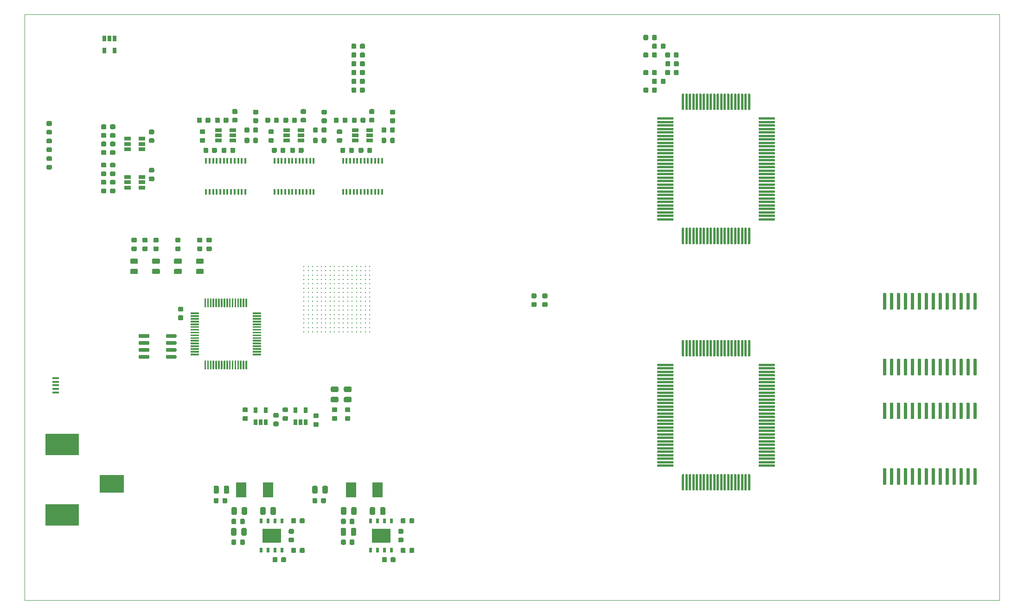
<source format=gbr>
G04 #@! TF.GenerationSoftware,KiCad,Pcbnew,5.1.5-52549c5~86~ubuntu18.04.1*
G04 #@! TF.CreationDate,2020-04-26T19:40:07-07:00*
G04 #@! TF.ProjectId,spla-board,73706c61-2d62-46f6-9172-642e6b696361,9*
G04 #@! TF.SameCoordinates,Original*
G04 #@! TF.FileFunction,Paste,Top*
G04 #@! TF.FilePolarity,Positive*
%FSLAX46Y46*%
G04 Gerber Fmt 4.6, Leading zero omitted, Abs format (unit mm)*
G04 Created by KiCad (PCBNEW 5.1.5-52549c5~86~ubuntu18.04.1) date 2020-04-26 19:40:07*
%MOMM*%
%LPD*%
G04 APERTURE LIST*
%ADD10C,0.050000*%
%ADD11C,0.100000*%
%ADD12R,0.650000X1.060000*%
%ADD13R,1.220000X0.650000*%
%ADD14R,0.400000X1.100000*%
%ADD15R,3.500000X2.600000*%
%ADD16R,0.510000X0.900000*%
%ADD17R,1.903000X2.790000*%
%ADD18C,0.320000*%
%ADD19R,1.300000X0.450000*%
%ADD20R,4.400000X3.300000*%
%ADD21R,6.200000X3.900000*%
G04 APERTURE END LIST*
D10*
X40000000Y-155000000D02*
X40000000Y-48000000D01*
X218000000Y-48000000D02*
X218000000Y-155000000D01*
X40000000Y-48000000D02*
X218000000Y-48000000D01*
X40000000Y-155000000D02*
X218000000Y-155000000D01*
D11*
G36*
X80342642Y-141801174D02*
G01*
X80366303Y-141804684D01*
X80389507Y-141810496D01*
X80412029Y-141818554D01*
X80433653Y-141828782D01*
X80454170Y-141841079D01*
X80473383Y-141855329D01*
X80491107Y-141871393D01*
X80507171Y-141889117D01*
X80521421Y-141908330D01*
X80533718Y-141928847D01*
X80543946Y-141950471D01*
X80552004Y-141972993D01*
X80557816Y-141996197D01*
X80561326Y-142019858D01*
X80562500Y-142043750D01*
X80562500Y-142956250D01*
X80561326Y-142980142D01*
X80557816Y-143003803D01*
X80552004Y-143027007D01*
X80543946Y-143049529D01*
X80533718Y-143071153D01*
X80521421Y-143091670D01*
X80507171Y-143110883D01*
X80491107Y-143128607D01*
X80473383Y-143144671D01*
X80454170Y-143158921D01*
X80433653Y-143171218D01*
X80412029Y-143181446D01*
X80389507Y-143189504D01*
X80366303Y-143195316D01*
X80342642Y-143198826D01*
X80318750Y-143200000D01*
X79831250Y-143200000D01*
X79807358Y-143198826D01*
X79783697Y-143195316D01*
X79760493Y-143189504D01*
X79737971Y-143181446D01*
X79716347Y-143171218D01*
X79695830Y-143158921D01*
X79676617Y-143144671D01*
X79658893Y-143128607D01*
X79642829Y-143110883D01*
X79628579Y-143091670D01*
X79616282Y-143071153D01*
X79606054Y-143049529D01*
X79597996Y-143027007D01*
X79592184Y-143003803D01*
X79588674Y-142980142D01*
X79587500Y-142956250D01*
X79587500Y-142043750D01*
X79588674Y-142019858D01*
X79592184Y-141996197D01*
X79597996Y-141972993D01*
X79606054Y-141950471D01*
X79616282Y-141928847D01*
X79628579Y-141908330D01*
X79642829Y-141889117D01*
X79658893Y-141871393D01*
X79676617Y-141855329D01*
X79695830Y-141841079D01*
X79716347Y-141828782D01*
X79737971Y-141818554D01*
X79760493Y-141810496D01*
X79783697Y-141804684D01*
X79807358Y-141801174D01*
X79831250Y-141800000D01*
X80318750Y-141800000D01*
X80342642Y-141801174D01*
G37*
G36*
X78467642Y-141801174D02*
G01*
X78491303Y-141804684D01*
X78514507Y-141810496D01*
X78537029Y-141818554D01*
X78558653Y-141828782D01*
X78579170Y-141841079D01*
X78598383Y-141855329D01*
X78616107Y-141871393D01*
X78632171Y-141889117D01*
X78646421Y-141908330D01*
X78658718Y-141928847D01*
X78668946Y-141950471D01*
X78677004Y-141972993D01*
X78682816Y-141996197D01*
X78686326Y-142019858D01*
X78687500Y-142043750D01*
X78687500Y-142956250D01*
X78686326Y-142980142D01*
X78682816Y-143003803D01*
X78677004Y-143027007D01*
X78668946Y-143049529D01*
X78658718Y-143071153D01*
X78646421Y-143091670D01*
X78632171Y-143110883D01*
X78616107Y-143128607D01*
X78598383Y-143144671D01*
X78579170Y-143158921D01*
X78558653Y-143171218D01*
X78537029Y-143181446D01*
X78514507Y-143189504D01*
X78491303Y-143195316D01*
X78467642Y-143198826D01*
X78443750Y-143200000D01*
X77956250Y-143200000D01*
X77932358Y-143198826D01*
X77908697Y-143195316D01*
X77885493Y-143189504D01*
X77862971Y-143181446D01*
X77841347Y-143171218D01*
X77820830Y-143158921D01*
X77801617Y-143144671D01*
X77783893Y-143128607D01*
X77767829Y-143110883D01*
X77753579Y-143091670D01*
X77741282Y-143071153D01*
X77731054Y-143049529D01*
X77722996Y-143027007D01*
X77717184Y-143003803D01*
X77713674Y-142980142D01*
X77712500Y-142956250D01*
X77712500Y-142043750D01*
X77713674Y-142019858D01*
X77717184Y-141996197D01*
X77722996Y-141972993D01*
X77731054Y-141950471D01*
X77741282Y-141928847D01*
X77753579Y-141908330D01*
X77767829Y-141889117D01*
X77783893Y-141871393D01*
X77801617Y-141855329D01*
X77820830Y-141841079D01*
X77841347Y-141828782D01*
X77862971Y-141818554D01*
X77885493Y-141810496D01*
X77908697Y-141804684D01*
X77932358Y-141801174D01*
X77956250Y-141800000D01*
X78443750Y-141800000D01*
X78467642Y-141801174D01*
G37*
G36*
X100342642Y-141801174D02*
G01*
X100366303Y-141804684D01*
X100389507Y-141810496D01*
X100412029Y-141818554D01*
X100433653Y-141828782D01*
X100454170Y-141841079D01*
X100473383Y-141855329D01*
X100491107Y-141871393D01*
X100507171Y-141889117D01*
X100521421Y-141908330D01*
X100533718Y-141928847D01*
X100543946Y-141950471D01*
X100552004Y-141972993D01*
X100557816Y-141996197D01*
X100561326Y-142019858D01*
X100562500Y-142043750D01*
X100562500Y-142956250D01*
X100561326Y-142980142D01*
X100557816Y-143003803D01*
X100552004Y-143027007D01*
X100543946Y-143049529D01*
X100533718Y-143071153D01*
X100521421Y-143091670D01*
X100507171Y-143110883D01*
X100491107Y-143128607D01*
X100473383Y-143144671D01*
X100454170Y-143158921D01*
X100433653Y-143171218D01*
X100412029Y-143181446D01*
X100389507Y-143189504D01*
X100366303Y-143195316D01*
X100342642Y-143198826D01*
X100318750Y-143200000D01*
X99831250Y-143200000D01*
X99807358Y-143198826D01*
X99783697Y-143195316D01*
X99760493Y-143189504D01*
X99737971Y-143181446D01*
X99716347Y-143171218D01*
X99695830Y-143158921D01*
X99676617Y-143144671D01*
X99658893Y-143128607D01*
X99642829Y-143110883D01*
X99628579Y-143091670D01*
X99616282Y-143071153D01*
X99606054Y-143049529D01*
X99597996Y-143027007D01*
X99592184Y-143003803D01*
X99588674Y-142980142D01*
X99587500Y-142956250D01*
X99587500Y-142043750D01*
X99588674Y-142019858D01*
X99592184Y-141996197D01*
X99597996Y-141972993D01*
X99606054Y-141950471D01*
X99616282Y-141928847D01*
X99628579Y-141908330D01*
X99642829Y-141889117D01*
X99658893Y-141871393D01*
X99676617Y-141855329D01*
X99695830Y-141841079D01*
X99716347Y-141828782D01*
X99737971Y-141818554D01*
X99760493Y-141810496D01*
X99783697Y-141804684D01*
X99807358Y-141801174D01*
X99831250Y-141800000D01*
X100318750Y-141800000D01*
X100342642Y-141801174D01*
G37*
G36*
X98467642Y-141801174D02*
G01*
X98491303Y-141804684D01*
X98514507Y-141810496D01*
X98537029Y-141818554D01*
X98558653Y-141828782D01*
X98579170Y-141841079D01*
X98598383Y-141855329D01*
X98616107Y-141871393D01*
X98632171Y-141889117D01*
X98646421Y-141908330D01*
X98658718Y-141928847D01*
X98668946Y-141950471D01*
X98677004Y-141972993D01*
X98682816Y-141996197D01*
X98686326Y-142019858D01*
X98687500Y-142043750D01*
X98687500Y-142956250D01*
X98686326Y-142980142D01*
X98682816Y-143003803D01*
X98677004Y-143027007D01*
X98668946Y-143049529D01*
X98658718Y-143071153D01*
X98646421Y-143091670D01*
X98632171Y-143110883D01*
X98616107Y-143128607D01*
X98598383Y-143144671D01*
X98579170Y-143158921D01*
X98558653Y-143171218D01*
X98537029Y-143181446D01*
X98514507Y-143189504D01*
X98491303Y-143195316D01*
X98467642Y-143198826D01*
X98443750Y-143200000D01*
X97956250Y-143200000D01*
X97932358Y-143198826D01*
X97908697Y-143195316D01*
X97885493Y-143189504D01*
X97862971Y-143181446D01*
X97841347Y-143171218D01*
X97820830Y-143158921D01*
X97801617Y-143144671D01*
X97783893Y-143128607D01*
X97767829Y-143110883D01*
X97753579Y-143091670D01*
X97741282Y-143071153D01*
X97731054Y-143049529D01*
X97722996Y-143027007D01*
X97717184Y-143003803D01*
X97713674Y-142980142D01*
X97712500Y-142956250D01*
X97712500Y-142043750D01*
X97713674Y-142019858D01*
X97717184Y-141996197D01*
X97722996Y-141972993D01*
X97731054Y-141950471D01*
X97741282Y-141928847D01*
X97753579Y-141908330D01*
X97767829Y-141889117D01*
X97783893Y-141871393D01*
X97801617Y-141855329D01*
X97820830Y-141841079D01*
X97841347Y-141828782D01*
X97862971Y-141818554D01*
X97885493Y-141810496D01*
X97908697Y-141804684D01*
X97932358Y-141801174D01*
X97956250Y-141800000D01*
X98443750Y-141800000D01*
X98467642Y-141801174D01*
G37*
G36*
X135277691Y-98963553D02*
G01*
X135298926Y-98966703D01*
X135319750Y-98971919D01*
X135339962Y-98979151D01*
X135359368Y-98988330D01*
X135377781Y-98999366D01*
X135395024Y-99012154D01*
X135410930Y-99026570D01*
X135425346Y-99042476D01*
X135438134Y-99059719D01*
X135449170Y-99078132D01*
X135458349Y-99097538D01*
X135465581Y-99117750D01*
X135470797Y-99138574D01*
X135473947Y-99159809D01*
X135475000Y-99181250D01*
X135475000Y-99618750D01*
X135473947Y-99640191D01*
X135470797Y-99661426D01*
X135465581Y-99682250D01*
X135458349Y-99702462D01*
X135449170Y-99721868D01*
X135438134Y-99740281D01*
X135425346Y-99757524D01*
X135410930Y-99773430D01*
X135395024Y-99787846D01*
X135377781Y-99800634D01*
X135359368Y-99811670D01*
X135339962Y-99820849D01*
X135319750Y-99828081D01*
X135298926Y-99833297D01*
X135277691Y-99836447D01*
X135256250Y-99837500D01*
X134743750Y-99837500D01*
X134722309Y-99836447D01*
X134701074Y-99833297D01*
X134680250Y-99828081D01*
X134660038Y-99820849D01*
X134640632Y-99811670D01*
X134622219Y-99800634D01*
X134604976Y-99787846D01*
X134589070Y-99773430D01*
X134574654Y-99757524D01*
X134561866Y-99740281D01*
X134550830Y-99721868D01*
X134541651Y-99702462D01*
X134534419Y-99682250D01*
X134529203Y-99661426D01*
X134526053Y-99640191D01*
X134525000Y-99618750D01*
X134525000Y-99181250D01*
X134526053Y-99159809D01*
X134529203Y-99138574D01*
X134534419Y-99117750D01*
X134541651Y-99097538D01*
X134550830Y-99078132D01*
X134561866Y-99059719D01*
X134574654Y-99042476D01*
X134589070Y-99026570D01*
X134604976Y-99012154D01*
X134622219Y-98999366D01*
X134640632Y-98988330D01*
X134660038Y-98979151D01*
X134680250Y-98971919D01*
X134701074Y-98966703D01*
X134722309Y-98963553D01*
X134743750Y-98962500D01*
X135256250Y-98962500D01*
X135277691Y-98963553D01*
G37*
G36*
X135277691Y-100538553D02*
G01*
X135298926Y-100541703D01*
X135319750Y-100546919D01*
X135339962Y-100554151D01*
X135359368Y-100563330D01*
X135377781Y-100574366D01*
X135395024Y-100587154D01*
X135410930Y-100601570D01*
X135425346Y-100617476D01*
X135438134Y-100634719D01*
X135449170Y-100653132D01*
X135458349Y-100672538D01*
X135465581Y-100692750D01*
X135470797Y-100713574D01*
X135473947Y-100734809D01*
X135475000Y-100756250D01*
X135475000Y-101193750D01*
X135473947Y-101215191D01*
X135470797Y-101236426D01*
X135465581Y-101257250D01*
X135458349Y-101277462D01*
X135449170Y-101296868D01*
X135438134Y-101315281D01*
X135425346Y-101332524D01*
X135410930Y-101348430D01*
X135395024Y-101362846D01*
X135377781Y-101375634D01*
X135359368Y-101386670D01*
X135339962Y-101395849D01*
X135319750Y-101403081D01*
X135298926Y-101408297D01*
X135277691Y-101411447D01*
X135256250Y-101412500D01*
X134743750Y-101412500D01*
X134722309Y-101411447D01*
X134701074Y-101408297D01*
X134680250Y-101403081D01*
X134660038Y-101395849D01*
X134640632Y-101386670D01*
X134622219Y-101375634D01*
X134604976Y-101362846D01*
X134589070Y-101348430D01*
X134574654Y-101332524D01*
X134561866Y-101315281D01*
X134550830Y-101296868D01*
X134541651Y-101277462D01*
X134534419Y-101257250D01*
X134529203Y-101236426D01*
X134526053Y-101215191D01*
X134525000Y-101193750D01*
X134525000Y-100756250D01*
X134526053Y-100734809D01*
X134529203Y-100713574D01*
X134534419Y-100692750D01*
X134541651Y-100672538D01*
X134550830Y-100653132D01*
X134561866Y-100634719D01*
X134574654Y-100617476D01*
X134589070Y-100601570D01*
X134604976Y-100587154D01*
X134622219Y-100574366D01*
X134640632Y-100563330D01*
X134660038Y-100554151D01*
X134680250Y-100546919D01*
X134701074Y-100541703D01*
X134722309Y-100538553D01*
X134743750Y-100537500D01*
X135256250Y-100537500D01*
X135277691Y-100538553D01*
G37*
G36*
X133277691Y-98963553D02*
G01*
X133298926Y-98966703D01*
X133319750Y-98971919D01*
X133339962Y-98979151D01*
X133359368Y-98988330D01*
X133377781Y-98999366D01*
X133395024Y-99012154D01*
X133410930Y-99026570D01*
X133425346Y-99042476D01*
X133438134Y-99059719D01*
X133449170Y-99078132D01*
X133458349Y-99097538D01*
X133465581Y-99117750D01*
X133470797Y-99138574D01*
X133473947Y-99159809D01*
X133475000Y-99181250D01*
X133475000Y-99618750D01*
X133473947Y-99640191D01*
X133470797Y-99661426D01*
X133465581Y-99682250D01*
X133458349Y-99702462D01*
X133449170Y-99721868D01*
X133438134Y-99740281D01*
X133425346Y-99757524D01*
X133410930Y-99773430D01*
X133395024Y-99787846D01*
X133377781Y-99800634D01*
X133359368Y-99811670D01*
X133339962Y-99820849D01*
X133319750Y-99828081D01*
X133298926Y-99833297D01*
X133277691Y-99836447D01*
X133256250Y-99837500D01*
X132743750Y-99837500D01*
X132722309Y-99836447D01*
X132701074Y-99833297D01*
X132680250Y-99828081D01*
X132660038Y-99820849D01*
X132640632Y-99811670D01*
X132622219Y-99800634D01*
X132604976Y-99787846D01*
X132589070Y-99773430D01*
X132574654Y-99757524D01*
X132561866Y-99740281D01*
X132550830Y-99721868D01*
X132541651Y-99702462D01*
X132534419Y-99682250D01*
X132529203Y-99661426D01*
X132526053Y-99640191D01*
X132525000Y-99618750D01*
X132525000Y-99181250D01*
X132526053Y-99159809D01*
X132529203Y-99138574D01*
X132534419Y-99117750D01*
X132541651Y-99097538D01*
X132550830Y-99078132D01*
X132561866Y-99059719D01*
X132574654Y-99042476D01*
X132589070Y-99026570D01*
X132604976Y-99012154D01*
X132622219Y-98999366D01*
X132640632Y-98988330D01*
X132660038Y-98979151D01*
X132680250Y-98971919D01*
X132701074Y-98966703D01*
X132722309Y-98963553D01*
X132743750Y-98962500D01*
X133256250Y-98962500D01*
X133277691Y-98963553D01*
G37*
G36*
X133277691Y-100538553D02*
G01*
X133298926Y-100541703D01*
X133319750Y-100546919D01*
X133339962Y-100554151D01*
X133359368Y-100563330D01*
X133377781Y-100574366D01*
X133395024Y-100587154D01*
X133410930Y-100601570D01*
X133425346Y-100617476D01*
X133438134Y-100634719D01*
X133449170Y-100653132D01*
X133458349Y-100672538D01*
X133465581Y-100692750D01*
X133470797Y-100713574D01*
X133473947Y-100734809D01*
X133475000Y-100756250D01*
X133475000Y-101193750D01*
X133473947Y-101215191D01*
X133470797Y-101236426D01*
X133465581Y-101257250D01*
X133458349Y-101277462D01*
X133449170Y-101296868D01*
X133438134Y-101315281D01*
X133425346Y-101332524D01*
X133410930Y-101348430D01*
X133395024Y-101362846D01*
X133377781Y-101375634D01*
X133359368Y-101386670D01*
X133339962Y-101395849D01*
X133319750Y-101403081D01*
X133298926Y-101408297D01*
X133277691Y-101411447D01*
X133256250Y-101412500D01*
X132743750Y-101412500D01*
X132722309Y-101411447D01*
X132701074Y-101408297D01*
X132680250Y-101403081D01*
X132660038Y-101395849D01*
X132640632Y-101386670D01*
X132622219Y-101375634D01*
X132604976Y-101362846D01*
X132589070Y-101348430D01*
X132574654Y-101332524D01*
X132561866Y-101315281D01*
X132550830Y-101296868D01*
X132541651Y-101277462D01*
X132534419Y-101257250D01*
X132529203Y-101236426D01*
X132526053Y-101215191D01*
X132525000Y-101193750D01*
X132525000Y-100756250D01*
X132526053Y-100734809D01*
X132529203Y-100713574D01*
X132534419Y-100692750D01*
X132541651Y-100672538D01*
X132550830Y-100653132D01*
X132561866Y-100634719D01*
X132574654Y-100617476D01*
X132589070Y-100601570D01*
X132604976Y-100587154D01*
X132622219Y-100574366D01*
X132640632Y-100563330D01*
X132660038Y-100554151D01*
X132680250Y-100546919D01*
X132701074Y-100541703D01*
X132722309Y-100538553D01*
X132743750Y-100537500D01*
X133256250Y-100537500D01*
X133277691Y-100538553D01*
G37*
G36*
X73977691Y-90351053D02*
G01*
X73998926Y-90354203D01*
X74019750Y-90359419D01*
X74039962Y-90366651D01*
X74059368Y-90375830D01*
X74077781Y-90386866D01*
X74095024Y-90399654D01*
X74110930Y-90414070D01*
X74125346Y-90429976D01*
X74138134Y-90447219D01*
X74149170Y-90465632D01*
X74158349Y-90485038D01*
X74165581Y-90505250D01*
X74170797Y-90526074D01*
X74173947Y-90547309D01*
X74175000Y-90568750D01*
X74175000Y-91006250D01*
X74173947Y-91027691D01*
X74170797Y-91048926D01*
X74165581Y-91069750D01*
X74158349Y-91089962D01*
X74149170Y-91109368D01*
X74138134Y-91127781D01*
X74125346Y-91145024D01*
X74110930Y-91160930D01*
X74095024Y-91175346D01*
X74077781Y-91188134D01*
X74059368Y-91199170D01*
X74039962Y-91208349D01*
X74019750Y-91215581D01*
X73998926Y-91220797D01*
X73977691Y-91223947D01*
X73956250Y-91225000D01*
X73443750Y-91225000D01*
X73422309Y-91223947D01*
X73401074Y-91220797D01*
X73380250Y-91215581D01*
X73360038Y-91208349D01*
X73340632Y-91199170D01*
X73322219Y-91188134D01*
X73304976Y-91175346D01*
X73289070Y-91160930D01*
X73274654Y-91145024D01*
X73261866Y-91127781D01*
X73250830Y-91109368D01*
X73241651Y-91089962D01*
X73234419Y-91069750D01*
X73229203Y-91048926D01*
X73226053Y-91027691D01*
X73225000Y-91006250D01*
X73225000Y-90568750D01*
X73226053Y-90547309D01*
X73229203Y-90526074D01*
X73234419Y-90505250D01*
X73241651Y-90485038D01*
X73250830Y-90465632D01*
X73261866Y-90447219D01*
X73274654Y-90429976D01*
X73289070Y-90414070D01*
X73304976Y-90399654D01*
X73322219Y-90386866D01*
X73340632Y-90375830D01*
X73360038Y-90366651D01*
X73380250Y-90359419D01*
X73401074Y-90354203D01*
X73422309Y-90351053D01*
X73443750Y-90350000D01*
X73956250Y-90350000D01*
X73977691Y-90351053D01*
G37*
G36*
X73977691Y-88776053D02*
G01*
X73998926Y-88779203D01*
X74019750Y-88784419D01*
X74039962Y-88791651D01*
X74059368Y-88800830D01*
X74077781Y-88811866D01*
X74095024Y-88824654D01*
X74110930Y-88839070D01*
X74125346Y-88854976D01*
X74138134Y-88872219D01*
X74149170Y-88890632D01*
X74158349Y-88910038D01*
X74165581Y-88930250D01*
X74170797Y-88951074D01*
X74173947Y-88972309D01*
X74175000Y-88993750D01*
X74175000Y-89431250D01*
X74173947Y-89452691D01*
X74170797Y-89473926D01*
X74165581Y-89494750D01*
X74158349Y-89514962D01*
X74149170Y-89534368D01*
X74138134Y-89552781D01*
X74125346Y-89570024D01*
X74110930Y-89585930D01*
X74095024Y-89600346D01*
X74077781Y-89613134D01*
X74059368Y-89624170D01*
X74039962Y-89633349D01*
X74019750Y-89640581D01*
X73998926Y-89645797D01*
X73977691Y-89648947D01*
X73956250Y-89650000D01*
X73443750Y-89650000D01*
X73422309Y-89648947D01*
X73401074Y-89645797D01*
X73380250Y-89640581D01*
X73360038Y-89633349D01*
X73340632Y-89624170D01*
X73322219Y-89613134D01*
X73304976Y-89600346D01*
X73289070Y-89585930D01*
X73274654Y-89570024D01*
X73261866Y-89552781D01*
X73250830Y-89534368D01*
X73241651Y-89514962D01*
X73234419Y-89494750D01*
X73229203Y-89473926D01*
X73226053Y-89452691D01*
X73225000Y-89431250D01*
X73225000Y-88993750D01*
X73226053Y-88972309D01*
X73229203Y-88951074D01*
X73234419Y-88930250D01*
X73241651Y-88910038D01*
X73250830Y-88890632D01*
X73261866Y-88872219D01*
X73274654Y-88854976D01*
X73289070Y-88839070D01*
X73304976Y-88824654D01*
X73322219Y-88811866D01*
X73340632Y-88800830D01*
X73360038Y-88791651D01*
X73380250Y-88784419D01*
X73401074Y-88779203D01*
X73422309Y-88776053D01*
X73443750Y-88775000D01*
X73956250Y-88775000D01*
X73977691Y-88776053D01*
G37*
G36*
X62277691Y-88776053D02*
G01*
X62298926Y-88779203D01*
X62319750Y-88784419D01*
X62339962Y-88791651D01*
X62359368Y-88800830D01*
X62377781Y-88811866D01*
X62395024Y-88824654D01*
X62410930Y-88839070D01*
X62425346Y-88854976D01*
X62438134Y-88872219D01*
X62449170Y-88890632D01*
X62458349Y-88910038D01*
X62465581Y-88930250D01*
X62470797Y-88951074D01*
X62473947Y-88972309D01*
X62475000Y-88993750D01*
X62475000Y-89431250D01*
X62473947Y-89452691D01*
X62470797Y-89473926D01*
X62465581Y-89494750D01*
X62458349Y-89514962D01*
X62449170Y-89534368D01*
X62438134Y-89552781D01*
X62425346Y-89570024D01*
X62410930Y-89585930D01*
X62395024Y-89600346D01*
X62377781Y-89613134D01*
X62359368Y-89624170D01*
X62339962Y-89633349D01*
X62319750Y-89640581D01*
X62298926Y-89645797D01*
X62277691Y-89648947D01*
X62256250Y-89650000D01*
X61743750Y-89650000D01*
X61722309Y-89648947D01*
X61701074Y-89645797D01*
X61680250Y-89640581D01*
X61660038Y-89633349D01*
X61640632Y-89624170D01*
X61622219Y-89613134D01*
X61604976Y-89600346D01*
X61589070Y-89585930D01*
X61574654Y-89570024D01*
X61561866Y-89552781D01*
X61550830Y-89534368D01*
X61541651Y-89514962D01*
X61534419Y-89494750D01*
X61529203Y-89473926D01*
X61526053Y-89452691D01*
X61525000Y-89431250D01*
X61525000Y-88993750D01*
X61526053Y-88972309D01*
X61529203Y-88951074D01*
X61534419Y-88930250D01*
X61541651Y-88910038D01*
X61550830Y-88890632D01*
X61561866Y-88872219D01*
X61574654Y-88854976D01*
X61589070Y-88839070D01*
X61604976Y-88824654D01*
X61622219Y-88811866D01*
X61640632Y-88800830D01*
X61660038Y-88791651D01*
X61680250Y-88784419D01*
X61701074Y-88779203D01*
X61722309Y-88776053D01*
X61743750Y-88775000D01*
X62256250Y-88775000D01*
X62277691Y-88776053D01*
G37*
G36*
X62277691Y-90351053D02*
G01*
X62298926Y-90354203D01*
X62319750Y-90359419D01*
X62339962Y-90366651D01*
X62359368Y-90375830D01*
X62377781Y-90386866D01*
X62395024Y-90399654D01*
X62410930Y-90414070D01*
X62425346Y-90429976D01*
X62438134Y-90447219D01*
X62449170Y-90465632D01*
X62458349Y-90485038D01*
X62465581Y-90505250D01*
X62470797Y-90526074D01*
X62473947Y-90547309D01*
X62475000Y-90568750D01*
X62475000Y-91006250D01*
X62473947Y-91027691D01*
X62470797Y-91048926D01*
X62465581Y-91069750D01*
X62458349Y-91089962D01*
X62449170Y-91109368D01*
X62438134Y-91127781D01*
X62425346Y-91145024D01*
X62410930Y-91160930D01*
X62395024Y-91175346D01*
X62377781Y-91188134D01*
X62359368Y-91199170D01*
X62339962Y-91208349D01*
X62319750Y-91215581D01*
X62298926Y-91220797D01*
X62277691Y-91223947D01*
X62256250Y-91225000D01*
X61743750Y-91225000D01*
X61722309Y-91223947D01*
X61701074Y-91220797D01*
X61680250Y-91215581D01*
X61660038Y-91208349D01*
X61640632Y-91199170D01*
X61622219Y-91188134D01*
X61604976Y-91175346D01*
X61589070Y-91160930D01*
X61574654Y-91145024D01*
X61561866Y-91127781D01*
X61550830Y-91109368D01*
X61541651Y-91089962D01*
X61534419Y-91069750D01*
X61529203Y-91048926D01*
X61526053Y-91027691D01*
X61525000Y-91006250D01*
X61525000Y-90568750D01*
X61526053Y-90547309D01*
X61529203Y-90526074D01*
X61534419Y-90505250D01*
X61541651Y-90485038D01*
X61550830Y-90465632D01*
X61561866Y-90447219D01*
X61574654Y-90429976D01*
X61589070Y-90414070D01*
X61604976Y-90399654D01*
X61622219Y-90386866D01*
X61640632Y-90375830D01*
X61660038Y-90366651D01*
X61680250Y-90359419D01*
X61701074Y-90354203D01*
X61722309Y-90351053D01*
X61743750Y-90350000D01*
X62256250Y-90350000D01*
X62277691Y-90351053D01*
G37*
G36*
X71769851Y-109950361D02*
G01*
X71777132Y-109951441D01*
X71784271Y-109953229D01*
X71791201Y-109955709D01*
X71797855Y-109958856D01*
X71804168Y-109962640D01*
X71810079Y-109967024D01*
X71815533Y-109971967D01*
X71820476Y-109977421D01*
X71824860Y-109983332D01*
X71828644Y-109989645D01*
X71831791Y-109996299D01*
X71834271Y-110003229D01*
X71836059Y-110010368D01*
X71837139Y-110017649D01*
X71837500Y-110025000D01*
X71837500Y-110175000D01*
X71837139Y-110182351D01*
X71836059Y-110189632D01*
X71834271Y-110196771D01*
X71831791Y-110203701D01*
X71828644Y-110210355D01*
X71824860Y-110216668D01*
X71820476Y-110222579D01*
X71815533Y-110228033D01*
X71810079Y-110232976D01*
X71804168Y-110237360D01*
X71797855Y-110241144D01*
X71791201Y-110244291D01*
X71784271Y-110246771D01*
X71777132Y-110248559D01*
X71769851Y-110249639D01*
X71762500Y-110250000D01*
X70362500Y-110250000D01*
X70355149Y-110249639D01*
X70347868Y-110248559D01*
X70340729Y-110246771D01*
X70333799Y-110244291D01*
X70327145Y-110241144D01*
X70320832Y-110237360D01*
X70314921Y-110232976D01*
X70309467Y-110228033D01*
X70304524Y-110222579D01*
X70300140Y-110216668D01*
X70296356Y-110210355D01*
X70293209Y-110203701D01*
X70290729Y-110196771D01*
X70288941Y-110189632D01*
X70287861Y-110182351D01*
X70287500Y-110175000D01*
X70287500Y-110025000D01*
X70287861Y-110017649D01*
X70288941Y-110010368D01*
X70290729Y-110003229D01*
X70293209Y-109996299D01*
X70296356Y-109989645D01*
X70300140Y-109983332D01*
X70304524Y-109977421D01*
X70309467Y-109971967D01*
X70314921Y-109967024D01*
X70320832Y-109962640D01*
X70327145Y-109958856D01*
X70333799Y-109955709D01*
X70340729Y-109953229D01*
X70347868Y-109951441D01*
X70355149Y-109950361D01*
X70362500Y-109950000D01*
X71762500Y-109950000D01*
X71769851Y-109950361D01*
G37*
G36*
X71769851Y-109450361D02*
G01*
X71777132Y-109451441D01*
X71784271Y-109453229D01*
X71791201Y-109455709D01*
X71797855Y-109458856D01*
X71804168Y-109462640D01*
X71810079Y-109467024D01*
X71815533Y-109471967D01*
X71820476Y-109477421D01*
X71824860Y-109483332D01*
X71828644Y-109489645D01*
X71831791Y-109496299D01*
X71834271Y-109503229D01*
X71836059Y-109510368D01*
X71837139Y-109517649D01*
X71837500Y-109525000D01*
X71837500Y-109675000D01*
X71837139Y-109682351D01*
X71836059Y-109689632D01*
X71834271Y-109696771D01*
X71831791Y-109703701D01*
X71828644Y-109710355D01*
X71824860Y-109716668D01*
X71820476Y-109722579D01*
X71815533Y-109728033D01*
X71810079Y-109732976D01*
X71804168Y-109737360D01*
X71797855Y-109741144D01*
X71791201Y-109744291D01*
X71784271Y-109746771D01*
X71777132Y-109748559D01*
X71769851Y-109749639D01*
X71762500Y-109750000D01*
X70362500Y-109750000D01*
X70355149Y-109749639D01*
X70347868Y-109748559D01*
X70340729Y-109746771D01*
X70333799Y-109744291D01*
X70327145Y-109741144D01*
X70320832Y-109737360D01*
X70314921Y-109732976D01*
X70309467Y-109728033D01*
X70304524Y-109722579D01*
X70300140Y-109716668D01*
X70296356Y-109710355D01*
X70293209Y-109703701D01*
X70290729Y-109696771D01*
X70288941Y-109689632D01*
X70287861Y-109682351D01*
X70287500Y-109675000D01*
X70287500Y-109525000D01*
X70287861Y-109517649D01*
X70288941Y-109510368D01*
X70290729Y-109503229D01*
X70293209Y-109496299D01*
X70296356Y-109489645D01*
X70300140Y-109483332D01*
X70304524Y-109477421D01*
X70309467Y-109471967D01*
X70314921Y-109467024D01*
X70320832Y-109462640D01*
X70327145Y-109458856D01*
X70333799Y-109455709D01*
X70340729Y-109453229D01*
X70347868Y-109451441D01*
X70355149Y-109450361D01*
X70362500Y-109450000D01*
X71762500Y-109450000D01*
X71769851Y-109450361D01*
G37*
G36*
X71769851Y-108950361D02*
G01*
X71777132Y-108951441D01*
X71784271Y-108953229D01*
X71791201Y-108955709D01*
X71797855Y-108958856D01*
X71804168Y-108962640D01*
X71810079Y-108967024D01*
X71815533Y-108971967D01*
X71820476Y-108977421D01*
X71824860Y-108983332D01*
X71828644Y-108989645D01*
X71831791Y-108996299D01*
X71834271Y-109003229D01*
X71836059Y-109010368D01*
X71837139Y-109017649D01*
X71837500Y-109025000D01*
X71837500Y-109175000D01*
X71837139Y-109182351D01*
X71836059Y-109189632D01*
X71834271Y-109196771D01*
X71831791Y-109203701D01*
X71828644Y-109210355D01*
X71824860Y-109216668D01*
X71820476Y-109222579D01*
X71815533Y-109228033D01*
X71810079Y-109232976D01*
X71804168Y-109237360D01*
X71797855Y-109241144D01*
X71791201Y-109244291D01*
X71784271Y-109246771D01*
X71777132Y-109248559D01*
X71769851Y-109249639D01*
X71762500Y-109250000D01*
X70362500Y-109250000D01*
X70355149Y-109249639D01*
X70347868Y-109248559D01*
X70340729Y-109246771D01*
X70333799Y-109244291D01*
X70327145Y-109241144D01*
X70320832Y-109237360D01*
X70314921Y-109232976D01*
X70309467Y-109228033D01*
X70304524Y-109222579D01*
X70300140Y-109216668D01*
X70296356Y-109210355D01*
X70293209Y-109203701D01*
X70290729Y-109196771D01*
X70288941Y-109189632D01*
X70287861Y-109182351D01*
X70287500Y-109175000D01*
X70287500Y-109025000D01*
X70287861Y-109017649D01*
X70288941Y-109010368D01*
X70290729Y-109003229D01*
X70293209Y-108996299D01*
X70296356Y-108989645D01*
X70300140Y-108983332D01*
X70304524Y-108977421D01*
X70309467Y-108971967D01*
X70314921Y-108967024D01*
X70320832Y-108962640D01*
X70327145Y-108958856D01*
X70333799Y-108955709D01*
X70340729Y-108953229D01*
X70347868Y-108951441D01*
X70355149Y-108950361D01*
X70362500Y-108950000D01*
X71762500Y-108950000D01*
X71769851Y-108950361D01*
G37*
G36*
X71769851Y-108450361D02*
G01*
X71777132Y-108451441D01*
X71784271Y-108453229D01*
X71791201Y-108455709D01*
X71797855Y-108458856D01*
X71804168Y-108462640D01*
X71810079Y-108467024D01*
X71815533Y-108471967D01*
X71820476Y-108477421D01*
X71824860Y-108483332D01*
X71828644Y-108489645D01*
X71831791Y-108496299D01*
X71834271Y-108503229D01*
X71836059Y-108510368D01*
X71837139Y-108517649D01*
X71837500Y-108525000D01*
X71837500Y-108675000D01*
X71837139Y-108682351D01*
X71836059Y-108689632D01*
X71834271Y-108696771D01*
X71831791Y-108703701D01*
X71828644Y-108710355D01*
X71824860Y-108716668D01*
X71820476Y-108722579D01*
X71815533Y-108728033D01*
X71810079Y-108732976D01*
X71804168Y-108737360D01*
X71797855Y-108741144D01*
X71791201Y-108744291D01*
X71784271Y-108746771D01*
X71777132Y-108748559D01*
X71769851Y-108749639D01*
X71762500Y-108750000D01*
X70362500Y-108750000D01*
X70355149Y-108749639D01*
X70347868Y-108748559D01*
X70340729Y-108746771D01*
X70333799Y-108744291D01*
X70327145Y-108741144D01*
X70320832Y-108737360D01*
X70314921Y-108732976D01*
X70309467Y-108728033D01*
X70304524Y-108722579D01*
X70300140Y-108716668D01*
X70296356Y-108710355D01*
X70293209Y-108703701D01*
X70290729Y-108696771D01*
X70288941Y-108689632D01*
X70287861Y-108682351D01*
X70287500Y-108675000D01*
X70287500Y-108525000D01*
X70287861Y-108517649D01*
X70288941Y-108510368D01*
X70290729Y-108503229D01*
X70293209Y-108496299D01*
X70296356Y-108489645D01*
X70300140Y-108483332D01*
X70304524Y-108477421D01*
X70309467Y-108471967D01*
X70314921Y-108467024D01*
X70320832Y-108462640D01*
X70327145Y-108458856D01*
X70333799Y-108455709D01*
X70340729Y-108453229D01*
X70347868Y-108451441D01*
X70355149Y-108450361D01*
X70362500Y-108450000D01*
X71762500Y-108450000D01*
X71769851Y-108450361D01*
G37*
G36*
X71769851Y-107950361D02*
G01*
X71777132Y-107951441D01*
X71784271Y-107953229D01*
X71791201Y-107955709D01*
X71797855Y-107958856D01*
X71804168Y-107962640D01*
X71810079Y-107967024D01*
X71815533Y-107971967D01*
X71820476Y-107977421D01*
X71824860Y-107983332D01*
X71828644Y-107989645D01*
X71831791Y-107996299D01*
X71834271Y-108003229D01*
X71836059Y-108010368D01*
X71837139Y-108017649D01*
X71837500Y-108025000D01*
X71837500Y-108175000D01*
X71837139Y-108182351D01*
X71836059Y-108189632D01*
X71834271Y-108196771D01*
X71831791Y-108203701D01*
X71828644Y-108210355D01*
X71824860Y-108216668D01*
X71820476Y-108222579D01*
X71815533Y-108228033D01*
X71810079Y-108232976D01*
X71804168Y-108237360D01*
X71797855Y-108241144D01*
X71791201Y-108244291D01*
X71784271Y-108246771D01*
X71777132Y-108248559D01*
X71769851Y-108249639D01*
X71762500Y-108250000D01*
X70362500Y-108250000D01*
X70355149Y-108249639D01*
X70347868Y-108248559D01*
X70340729Y-108246771D01*
X70333799Y-108244291D01*
X70327145Y-108241144D01*
X70320832Y-108237360D01*
X70314921Y-108232976D01*
X70309467Y-108228033D01*
X70304524Y-108222579D01*
X70300140Y-108216668D01*
X70296356Y-108210355D01*
X70293209Y-108203701D01*
X70290729Y-108196771D01*
X70288941Y-108189632D01*
X70287861Y-108182351D01*
X70287500Y-108175000D01*
X70287500Y-108025000D01*
X70287861Y-108017649D01*
X70288941Y-108010368D01*
X70290729Y-108003229D01*
X70293209Y-107996299D01*
X70296356Y-107989645D01*
X70300140Y-107983332D01*
X70304524Y-107977421D01*
X70309467Y-107971967D01*
X70314921Y-107967024D01*
X70320832Y-107962640D01*
X70327145Y-107958856D01*
X70333799Y-107955709D01*
X70340729Y-107953229D01*
X70347868Y-107951441D01*
X70355149Y-107950361D01*
X70362500Y-107950000D01*
X71762500Y-107950000D01*
X71769851Y-107950361D01*
G37*
G36*
X71769851Y-107450361D02*
G01*
X71777132Y-107451441D01*
X71784271Y-107453229D01*
X71791201Y-107455709D01*
X71797855Y-107458856D01*
X71804168Y-107462640D01*
X71810079Y-107467024D01*
X71815533Y-107471967D01*
X71820476Y-107477421D01*
X71824860Y-107483332D01*
X71828644Y-107489645D01*
X71831791Y-107496299D01*
X71834271Y-107503229D01*
X71836059Y-107510368D01*
X71837139Y-107517649D01*
X71837500Y-107525000D01*
X71837500Y-107675000D01*
X71837139Y-107682351D01*
X71836059Y-107689632D01*
X71834271Y-107696771D01*
X71831791Y-107703701D01*
X71828644Y-107710355D01*
X71824860Y-107716668D01*
X71820476Y-107722579D01*
X71815533Y-107728033D01*
X71810079Y-107732976D01*
X71804168Y-107737360D01*
X71797855Y-107741144D01*
X71791201Y-107744291D01*
X71784271Y-107746771D01*
X71777132Y-107748559D01*
X71769851Y-107749639D01*
X71762500Y-107750000D01*
X70362500Y-107750000D01*
X70355149Y-107749639D01*
X70347868Y-107748559D01*
X70340729Y-107746771D01*
X70333799Y-107744291D01*
X70327145Y-107741144D01*
X70320832Y-107737360D01*
X70314921Y-107732976D01*
X70309467Y-107728033D01*
X70304524Y-107722579D01*
X70300140Y-107716668D01*
X70296356Y-107710355D01*
X70293209Y-107703701D01*
X70290729Y-107696771D01*
X70288941Y-107689632D01*
X70287861Y-107682351D01*
X70287500Y-107675000D01*
X70287500Y-107525000D01*
X70287861Y-107517649D01*
X70288941Y-107510368D01*
X70290729Y-107503229D01*
X70293209Y-107496299D01*
X70296356Y-107489645D01*
X70300140Y-107483332D01*
X70304524Y-107477421D01*
X70309467Y-107471967D01*
X70314921Y-107467024D01*
X70320832Y-107462640D01*
X70327145Y-107458856D01*
X70333799Y-107455709D01*
X70340729Y-107453229D01*
X70347868Y-107451441D01*
X70355149Y-107450361D01*
X70362500Y-107450000D01*
X71762500Y-107450000D01*
X71769851Y-107450361D01*
G37*
G36*
X71769851Y-106950361D02*
G01*
X71777132Y-106951441D01*
X71784271Y-106953229D01*
X71791201Y-106955709D01*
X71797855Y-106958856D01*
X71804168Y-106962640D01*
X71810079Y-106967024D01*
X71815533Y-106971967D01*
X71820476Y-106977421D01*
X71824860Y-106983332D01*
X71828644Y-106989645D01*
X71831791Y-106996299D01*
X71834271Y-107003229D01*
X71836059Y-107010368D01*
X71837139Y-107017649D01*
X71837500Y-107025000D01*
X71837500Y-107175000D01*
X71837139Y-107182351D01*
X71836059Y-107189632D01*
X71834271Y-107196771D01*
X71831791Y-107203701D01*
X71828644Y-107210355D01*
X71824860Y-107216668D01*
X71820476Y-107222579D01*
X71815533Y-107228033D01*
X71810079Y-107232976D01*
X71804168Y-107237360D01*
X71797855Y-107241144D01*
X71791201Y-107244291D01*
X71784271Y-107246771D01*
X71777132Y-107248559D01*
X71769851Y-107249639D01*
X71762500Y-107250000D01*
X70362500Y-107250000D01*
X70355149Y-107249639D01*
X70347868Y-107248559D01*
X70340729Y-107246771D01*
X70333799Y-107244291D01*
X70327145Y-107241144D01*
X70320832Y-107237360D01*
X70314921Y-107232976D01*
X70309467Y-107228033D01*
X70304524Y-107222579D01*
X70300140Y-107216668D01*
X70296356Y-107210355D01*
X70293209Y-107203701D01*
X70290729Y-107196771D01*
X70288941Y-107189632D01*
X70287861Y-107182351D01*
X70287500Y-107175000D01*
X70287500Y-107025000D01*
X70287861Y-107017649D01*
X70288941Y-107010368D01*
X70290729Y-107003229D01*
X70293209Y-106996299D01*
X70296356Y-106989645D01*
X70300140Y-106983332D01*
X70304524Y-106977421D01*
X70309467Y-106971967D01*
X70314921Y-106967024D01*
X70320832Y-106962640D01*
X70327145Y-106958856D01*
X70333799Y-106955709D01*
X70340729Y-106953229D01*
X70347868Y-106951441D01*
X70355149Y-106950361D01*
X70362500Y-106950000D01*
X71762500Y-106950000D01*
X71769851Y-106950361D01*
G37*
G36*
X71769851Y-106450361D02*
G01*
X71777132Y-106451441D01*
X71784271Y-106453229D01*
X71791201Y-106455709D01*
X71797855Y-106458856D01*
X71804168Y-106462640D01*
X71810079Y-106467024D01*
X71815533Y-106471967D01*
X71820476Y-106477421D01*
X71824860Y-106483332D01*
X71828644Y-106489645D01*
X71831791Y-106496299D01*
X71834271Y-106503229D01*
X71836059Y-106510368D01*
X71837139Y-106517649D01*
X71837500Y-106525000D01*
X71837500Y-106675000D01*
X71837139Y-106682351D01*
X71836059Y-106689632D01*
X71834271Y-106696771D01*
X71831791Y-106703701D01*
X71828644Y-106710355D01*
X71824860Y-106716668D01*
X71820476Y-106722579D01*
X71815533Y-106728033D01*
X71810079Y-106732976D01*
X71804168Y-106737360D01*
X71797855Y-106741144D01*
X71791201Y-106744291D01*
X71784271Y-106746771D01*
X71777132Y-106748559D01*
X71769851Y-106749639D01*
X71762500Y-106750000D01*
X70362500Y-106750000D01*
X70355149Y-106749639D01*
X70347868Y-106748559D01*
X70340729Y-106746771D01*
X70333799Y-106744291D01*
X70327145Y-106741144D01*
X70320832Y-106737360D01*
X70314921Y-106732976D01*
X70309467Y-106728033D01*
X70304524Y-106722579D01*
X70300140Y-106716668D01*
X70296356Y-106710355D01*
X70293209Y-106703701D01*
X70290729Y-106696771D01*
X70288941Y-106689632D01*
X70287861Y-106682351D01*
X70287500Y-106675000D01*
X70287500Y-106525000D01*
X70287861Y-106517649D01*
X70288941Y-106510368D01*
X70290729Y-106503229D01*
X70293209Y-106496299D01*
X70296356Y-106489645D01*
X70300140Y-106483332D01*
X70304524Y-106477421D01*
X70309467Y-106471967D01*
X70314921Y-106467024D01*
X70320832Y-106462640D01*
X70327145Y-106458856D01*
X70333799Y-106455709D01*
X70340729Y-106453229D01*
X70347868Y-106451441D01*
X70355149Y-106450361D01*
X70362500Y-106450000D01*
X71762500Y-106450000D01*
X71769851Y-106450361D01*
G37*
G36*
X71769851Y-105950361D02*
G01*
X71777132Y-105951441D01*
X71784271Y-105953229D01*
X71791201Y-105955709D01*
X71797855Y-105958856D01*
X71804168Y-105962640D01*
X71810079Y-105967024D01*
X71815533Y-105971967D01*
X71820476Y-105977421D01*
X71824860Y-105983332D01*
X71828644Y-105989645D01*
X71831791Y-105996299D01*
X71834271Y-106003229D01*
X71836059Y-106010368D01*
X71837139Y-106017649D01*
X71837500Y-106025000D01*
X71837500Y-106175000D01*
X71837139Y-106182351D01*
X71836059Y-106189632D01*
X71834271Y-106196771D01*
X71831791Y-106203701D01*
X71828644Y-106210355D01*
X71824860Y-106216668D01*
X71820476Y-106222579D01*
X71815533Y-106228033D01*
X71810079Y-106232976D01*
X71804168Y-106237360D01*
X71797855Y-106241144D01*
X71791201Y-106244291D01*
X71784271Y-106246771D01*
X71777132Y-106248559D01*
X71769851Y-106249639D01*
X71762500Y-106250000D01*
X70362500Y-106250000D01*
X70355149Y-106249639D01*
X70347868Y-106248559D01*
X70340729Y-106246771D01*
X70333799Y-106244291D01*
X70327145Y-106241144D01*
X70320832Y-106237360D01*
X70314921Y-106232976D01*
X70309467Y-106228033D01*
X70304524Y-106222579D01*
X70300140Y-106216668D01*
X70296356Y-106210355D01*
X70293209Y-106203701D01*
X70290729Y-106196771D01*
X70288941Y-106189632D01*
X70287861Y-106182351D01*
X70287500Y-106175000D01*
X70287500Y-106025000D01*
X70287861Y-106017649D01*
X70288941Y-106010368D01*
X70290729Y-106003229D01*
X70293209Y-105996299D01*
X70296356Y-105989645D01*
X70300140Y-105983332D01*
X70304524Y-105977421D01*
X70309467Y-105971967D01*
X70314921Y-105967024D01*
X70320832Y-105962640D01*
X70327145Y-105958856D01*
X70333799Y-105955709D01*
X70340729Y-105953229D01*
X70347868Y-105951441D01*
X70355149Y-105950361D01*
X70362500Y-105950000D01*
X71762500Y-105950000D01*
X71769851Y-105950361D01*
G37*
G36*
X71769851Y-105450361D02*
G01*
X71777132Y-105451441D01*
X71784271Y-105453229D01*
X71791201Y-105455709D01*
X71797855Y-105458856D01*
X71804168Y-105462640D01*
X71810079Y-105467024D01*
X71815533Y-105471967D01*
X71820476Y-105477421D01*
X71824860Y-105483332D01*
X71828644Y-105489645D01*
X71831791Y-105496299D01*
X71834271Y-105503229D01*
X71836059Y-105510368D01*
X71837139Y-105517649D01*
X71837500Y-105525000D01*
X71837500Y-105675000D01*
X71837139Y-105682351D01*
X71836059Y-105689632D01*
X71834271Y-105696771D01*
X71831791Y-105703701D01*
X71828644Y-105710355D01*
X71824860Y-105716668D01*
X71820476Y-105722579D01*
X71815533Y-105728033D01*
X71810079Y-105732976D01*
X71804168Y-105737360D01*
X71797855Y-105741144D01*
X71791201Y-105744291D01*
X71784271Y-105746771D01*
X71777132Y-105748559D01*
X71769851Y-105749639D01*
X71762500Y-105750000D01*
X70362500Y-105750000D01*
X70355149Y-105749639D01*
X70347868Y-105748559D01*
X70340729Y-105746771D01*
X70333799Y-105744291D01*
X70327145Y-105741144D01*
X70320832Y-105737360D01*
X70314921Y-105732976D01*
X70309467Y-105728033D01*
X70304524Y-105722579D01*
X70300140Y-105716668D01*
X70296356Y-105710355D01*
X70293209Y-105703701D01*
X70290729Y-105696771D01*
X70288941Y-105689632D01*
X70287861Y-105682351D01*
X70287500Y-105675000D01*
X70287500Y-105525000D01*
X70287861Y-105517649D01*
X70288941Y-105510368D01*
X70290729Y-105503229D01*
X70293209Y-105496299D01*
X70296356Y-105489645D01*
X70300140Y-105483332D01*
X70304524Y-105477421D01*
X70309467Y-105471967D01*
X70314921Y-105467024D01*
X70320832Y-105462640D01*
X70327145Y-105458856D01*
X70333799Y-105455709D01*
X70340729Y-105453229D01*
X70347868Y-105451441D01*
X70355149Y-105450361D01*
X70362500Y-105450000D01*
X71762500Y-105450000D01*
X71769851Y-105450361D01*
G37*
G36*
X71769851Y-104950361D02*
G01*
X71777132Y-104951441D01*
X71784271Y-104953229D01*
X71791201Y-104955709D01*
X71797855Y-104958856D01*
X71804168Y-104962640D01*
X71810079Y-104967024D01*
X71815533Y-104971967D01*
X71820476Y-104977421D01*
X71824860Y-104983332D01*
X71828644Y-104989645D01*
X71831791Y-104996299D01*
X71834271Y-105003229D01*
X71836059Y-105010368D01*
X71837139Y-105017649D01*
X71837500Y-105025000D01*
X71837500Y-105175000D01*
X71837139Y-105182351D01*
X71836059Y-105189632D01*
X71834271Y-105196771D01*
X71831791Y-105203701D01*
X71828644Y-105210355D01*
X71824860Y-105216668D01*
X71820476Y-105222579D01*
X71815533Y-105228033D01*
X71810079Y-105232976D01*
X71804168Y-105237360D01*
X71797855Y-105241144D01*
X71791201Y-105244291D01*
X71784271Y-105246771D01*
X71777132Y-105248559D01*
X71769851Y-105249639D01*
X71762500Y-105250000D01*
X70362500Y-105250000D01*
X70355149Y-105249639D01*
X70347868Y-105248559D01*
X70340729Y-105246771D01*
X70333799Y-105244291D01*
X70327145Y-105241144D01*
X70320832Y-105237360D01*
X70314921Y-105232976D01*
X70309467Y-105228033D01*
X70304524Y-105222579D01*
X70300140Y-105216668D01*
X70296356Y-105210355D01*
X70293209Y-105203701D01*
X70290729Y-105196771D01*
X70288941Y-105189632D01*
X70287861Y-105182351D01*
X70287500Y-105175000D01*
X70287500Y-105025000D01*
X70287861Y-105017649D01*
X70288941Y-105010368D01*
X70290729Y-105003229D01*
X70293209Y-104996299D01*
X70296356Y-104989645D01*
X70300140Y-104983332D01*
X70304524Y-104977421D01*
X70309467Y-104971967D01*
X70314921Y-104967024D01*
X70320832Y-104962640D01*
X70327145Y-104958856D01*
X70333799Y-104955709D01*
X70340729Y-104953229D01*
X70347868Y-104951441D01*
X70355149Y-104950361D01*
X70362500Y-104950000D01*
X71762500Y-104950000D01*
X71769851Y-104950361D01*
G37*
G36*
X71769851Y-104450361D02*
G01*
X71777132Y-104451441D01*
X71784271Y-104453229D01*
X71791201Y-104455709D01*
X71797855Y-104458856D01*
X71804168Y-104462640D01*
X71810079Y-104467024D01*
X71815533Y-104471967D01*
X71820476Y-104477421D01*
X71824860Y-104483332D01*
X71828644Y-104489645D01*
X71831791Y-104496299D01*
X71834271Y-104503229D01*
X71836059Y-104510368D01*
X71837139Y-104517649D01*
X71837500Y-104525000D01*
X71837500Y-104675000D01*
X71837139Y-104682351D01*
X71836059Y-104689632D01*
X71834271Y-104696771D01*
X71831791Y-104703701D01*
X71828644Y-104710355D01*
X71824860Y-104716668D01*
X71820476Y-104722579D01*
X71815533Y-104728033D01*
X71810079Y-104732976D01*
X71804168Y-104737360D01*
X71797855Y-104741144D01*
X71791201Y-104744291D01*
X71784271Y-104746771D01*
X71777132Y-104748559D01*
X71769851Y-104749639D01*
X71762500Y-104750000D01*
X70362500Y-104750000D01*
X70355149Y-104749639D01*
X70347868Y-104748559D01*
X70340729Y-104746771D01*
X70333799Y-104744291D01*
X70327145Y-104741144D01*
X70320832Y-104737360D01*
X70314921Y-104732976D01*
X70309467Y-104728033D01*
X70304524Y-104722579D01*
X70300140Y-104716668D01*
X70296356Y-104710355D01*
X70293209Y-104703701D01*
X70290729Y-104696771D01*
X70288941Y-104689632D01*
X70287861Y-104682351D01*
X70287500Y-104675000D01*
X70287500Y-104525000D01*
X70287861Y-104517649D01*
X70288941Y-104510368D01*
X70290729Y-104503229D01*
X70293209Y-104496299D01*
X70296356Y-104489645D01*
X70300140Y-104483332D01*
X70304524Y-104477421D01*
X70309467Y-104471967D01*
X70314921Y-104467024D01*
X70320832Y-104462640D01*
X70327145Y-104458856D01*
X70333799Y-104455709D01*
X70340729Y-104453229D01*
X70347868Y-104451441D01*
X70355149Y-104450361D01*
X70362500Y-104450000D01*
X71762500Y-104450000D01*
X71769851Y-104450361D01*
G37*
G36*
X71769851Y-103950361D02*
G01*
X71777132Y-103951441D01*
X71784271Y-103953229D01*
X71791201Y-103955709D01*
X71797855Y-103958856D01*
X71804168Y-103962640D01*
X71810079Y-103967024D01*
X71815533Y-103971967D01*
X71820476Y-103977421D01*
X71824860Y-103983332D01*
X71828644Y-103989645D01*
X71831791Y-103996299D01*
X71834271Y-104003229D01*
X71836059Y-104010368D01*
X71837139Y-104017649D01*
X71837500Y-104025000D01*
X71837500Y-104175000D01*
X71837139Y-104182351D01*
X71836059Y-104189632D01*
X71834271Y-104196771D01*
X71831791Y-104203701D01*
X71828644Y-104210355D01*
X71824860Y-104216668D01*
X71820476Y-104222579D01*
X71815533Y-104228033D01*
X71810079Y-104232976D01*
X71804168Y-104237360D01*
X71797855Y-104241144D01*
X71791201Y-104244291D01*
X71784271Y-104246771D01*
X71777132Y-104248559D01*
X71769851Y-104249639D01*
X71762500Y-104250000D01*
X70362500Y-104250000D01*
X70355149Y-104249639D01*
X70347868Y-104248559D01*
X70340729Y-104246771D01*
X70333799Y-104244291D01*
X70327145Y-104241144D01*
X70320832Y-104237360D01*
X70314921Y-104232976D01*
X70309467Y-104228033D01*
X70304524Y-104222579D01*
X70300140Y-104216668D01*
X70296356Y-104210355D01*
X70293209Y-104203701D01*
X70290729Y-104196771D01*
X70288941Y-104189632D01*
X70287861Y-104182351D01*
X70287500Y-104175000D01*
X70287500Y-104025000D01*
X70287861Y-104017649D01*
X70288941Y-104010368D01*
X70290729Y-104003229D01*
X70293209Y-103996299D01*
X70296356Y-103989645D01*
X70300140Y-103983332D01*
X70304524Y-103977421D01*
X70309467Y-103971967D01*
X70314921Y-103967024D01*
X70320832Y-103962640D01*
X70327145Y-103958856D01*
X70333799Y-103955709D01*
X70340729Y-103953229D01*
X70347868Y-103951441D01*
X70355149Y-103950361D01*
X70362500Y-103950000D01*
X71762500Y-103950000D01*
X71769851Y-103950361D01*
G37*
G36*
X71769851Y-103450361D02*
G01*
X71777132Y-103451441D01*
X71784271Y-103453229D01*
X71791201Y-103455709D01*
X71797855Y-103458856D01*
X71804168Y-103462640D01*
X71810079Y-103467024D01*
X71815533Y-103471967D01*
X71820476Y-103477421D01*
X71824860Y-103483332D01*
X71828644Y-103489645D01*
X71831791Y-103496299D01*
X71834271Y-103503229D01*
X71836059Y-103510368D01*
X71837139Y-103517649D01*
X71837500Y-103525000D01*
X71837500Y-103675000D01*
X71837139Y-103682351D01*
X71836059Y-103689632D01*
X71834271Y-103696771D01*
X71831791Y-103703701D01*
X71828644Y-103710355D01*
X71824860Y-103716668D01*
X71820476Y-103722579D01*
X71815533Y-103728033D01*
X71810079Y-103732976D01*
X71804168Y-103737360D01*
X71797855Y-103741144D01*
X71791201Y-103744291D01*
X71784271Y-103746771D01*
X71777132Y-103748559D01*
X71769851Y-103749639D01*
X71762500Y-103750000D01*
X70362500Y-103750000D01*
X70355149Y-103749639D01*
X70347868Y-103748559D01*
X70340729Y-103746771D01*
X70333799Y-103744291D01*
X70327145Y-103741144D01*
X70320832Y-103737360D01*
X70314921Y-103732976D01*
X70309467Y-103728033D01*
X70304524Y-103722579D01*
X70300140Y-103716668D01*
X70296356Y-103710355D01*
X70293209Y-103703701D01*
X70290729Y-103696771D01*
X70288941Y-103689632D01*
X70287861Y-103682351D01*
X70287500Y-103675000D01*
X70287500Y-103525000D01*
X70287861Y-103517649D01*
X70288941Y-103510368D01*
X70290729Y-103503229D01*
X70293209Y-103496299D01*
X70296356Y-103489645D01*
X70300140Y-103483332D01*
X70304524Y-103477421D01*
X70309467Y-103471967D01*
X70314921Y-103467024D01*
X70320832Y-103462640D01*
X70327145Y-103458856D01*
X70333799Y-103455709D01*
X70340729Y-103453229D01*
X70347868Y-103451441D01*
X70355149Y-103450361D01*
X70362500Y-103450000D01*
X71762500Y-103450000D01*
X71769851Y-103450361D01*
G37*
G36*
X71769851Y-102950361D02*
G01*
X71777132Y-102951441D01*
X71784271Y-102953229D01*
X71791201Y-102955709D01*
X71797855Y-102958856D01*
X71804168Y-102962640D01*
X71810079Y-102967024D01*
X71815533Y-102971967D01*
X71820476Y-102977421D01*
X71824860Y-102983332D01*
X71828644Y-102989645D01*
X71831791Y-102996299D01*
X71834271Y-103003229D01*
X71836059Y-103010368D01*
X71837139Y-103017649D01*
X71837500Y-103025000D01*
X71837500Y-103175000D01*
X71837139Y-103182351D01*
X71836059Y-103189632D01*
X71834271Y-103196771D01*
X71831791Y-103203701D01*
X71828644Y-103210355D01*
X71824860Y-103216668D01*
X71820476Y-103222579D01*
X71815533Y-103228033D01*
X71810079Y-103232976D01*
X71804168Y-103237360D01*
X71797855Y-103241144D01*
X71791201Y-103244291D01*
X71784271Y-103246771D01*
X71777132Y-103248559D01*
X71769851Y-103249639D01*
X71762500Y-103250000D01*
X70362500Y-103250000D01*
X70355149Y-103249639D01*
X70347868Y-103248559D01*
X70340729Y-103246771D01*
X70333799Y-103244291D01*
X70327145Y-103241144D01*
X70320832Y-103237360D01*
X70314921Y-103232976D01*
X70309467Y-103228033D01*
X70304524Y-103222579D01*
X70300140Y-103216668D01*
X70296356Y-103210355D01*
X70293209Y-103203701D01*
X70290729Y-103196771D01*
X70288941Y-103189632D01*
X70287861Y-103182351D01*
X70287500Y-103175000D01*
X70287500Y-103025000D01*
X70287861Y-103017649D01*
X70288941Y-103010368D01*
X70290729Y-103003229D01*
X70293209Y-102996299D01*
X70296356Y-102989645D01*
X70300140Y-102983332D01*
X70304524Y-102977421D01*
X70309467Y-102971967D01*
X70314921Y-102967024D01*
X70320832Y-102962640D01*
X70327145Y-102958856D01*
X70333799Y-102955709D01*
X70340729Y-102953229D01*
X70347868Y-102951441D01*
X70355149Y-102950361D01*
X70362500Y-102950000D01*
X71762500Y-102950000D01*
X71769851Y-102950361D01*
G37*
G36*
X71769851Y-102450361D02*
G01*
X71777132Y-102451441D01*
X71784271Y-102453229D01*
X71791201Y-102455709D01*
X71797855Y-102458856D01*
X71804168Y-102462640D01*
X71810079Y-102467024D01*
X71815533Y-102471967D01*
X71820476Y-102477421D01*
X71824860Y-102483332D01*
X71828644Y-102489645D01*
X71831791Y-102496299D01*
X71834271Y-102503229D01*
X71836059Y-102510368D01*
X71837139Y-102517649D01*
X71837500Y-102525000D01*
X71837500Y-102675000D01*
X71837139Y-102682351D01*
X71836059Y-102689632D01*
X71834271Y-102696771D01*
X71831791Y-102703701D01*
X71828644Y-102710355D01*
X71824860Y-102716668D01*
X71820476Y-102722579D01*
X71815533Y-102728033D01*
X71810079Y-102732976D01*
X71804168Y-102737360D01*
X71797855Y-102741144D01*
X71791201Y-102744291D01*
X71784271Y-102746771D01*
X71777132Y-102748559D01*
X71769851Y-102749639D01*
X71762500Y-102750000D01*
X70362500Y-102750000D01*
X70355149Y-102749639D01*
X70347868Y-102748559D01*
X70340729Y-102746771D01*
X70333799Y-102744291D01*
X70327145Y-102741144D01*
X70320832Y-102737360D01*
X70314921Y-102732976D01*
X70309467Y-102728033D01*
X70304524Y-102722579D01*
X70300140Y-102716668D01*
X70296356Y-102710355D01*
X70293209Y-102703701D01*
X70290729Y-102696771D01*
X70288941Y-102689632D01*
X70287861Y-102682351D01*
X70287500Y-102675000D01*
X70287500Y-102525000D01*
X70287861Y-102517649D01*
X70288941Y-102510368D01*
X70290729Y-102503229D01*
X70293209Y-102496299D01*
X70296356Y-102489645D01*
X70300140Y-102483332D01*
X70304524Y-102477421D01*
X70309467Y-102471967D01*
X70314921Y-102467024D01*
X70320832Y-102462640D01*
X70327145Y-102458856D01*
X70333799Y-102455709D01*
X70340729Y-102453229D01*
X70347868Y-102451441D01*
X70355149Y-102450361D01*
X70362500Y-102450000D01*
X71762500Y-102450000D01*
X71769851Y-102450361D01*
G37*
G36*
X73069851Y-99900361D02*
G01*
X73077132Y-99901441D01*
X73084271Y-99903229D01*
X73091201Y-99905709D01*
X73097855Y-99908856D01*
X73104168Y-99912640D01*
X73110079Y-99917024D01*
X73115533Y-99921967D01*
X73120476Y-99927421D01*
X73124860Y-99933332D01*
X73128644Y-99939645D01*
X73131791Y-99946299D01*
X73134271Y-99953229D01*
X73136059Y-99960368D01*
X73137139Y-99967649D01*
X73137500Y-99975000D01*
X73137500Y-101375000D01*
X73137139Y-101382351D01*
X73136059Y-101389632D01*
X73134271Y-101396771D01*
X73131791Y-101403701D01*
X73128644Y-101410355D01*
X73124860Y-101416668D01*
X73120476Y-101422579D01*
X73115533Y-101428033D01*
X73110079Y-101432976D01*
X73104168Y-101437360D01*
X73097855Y-101441144D01*
X73091201Y-101444291D01*
X73084271Y-101446771D01*
X73077132Y-101448559D01*
X73069851Y-101449639D01*
X73062500Y-101450000D01*
X72912500Y-101450000D01*
X72905149Y-101449639D01*
X72897868Y-101448559D01*
X72890729Y-101446771D01*
X72883799Y-101444291D01*
X72877145Y-101441144D01*
X72870832Y-101437360D01*
X72864921Y-101432976D01*
X72859467Y-101428033D01*
X72854524Y-101422579D01*
X72850140Y-101416668D01*
X72846356Y-101410355D01*
X72843209Y-101403701D01*
X72840729Y-101396771D01*
X72838941Y-101389632D01*
X72837861Y-101382351D01*
X72837500Y-101375000D01*
X72837500Y-99975000D01*
X72837861Y-99967649D01*
X72838941Y-99960368D01*
X72840729Y-99953229D01*
X72843209Y-99946299D01*
X72846356Y-99939645D01*
X72850140Y-99933332D01*
X72854524Y-99927421D01*
X72859467Y-99921967D01*
X72864921Y-99917024D01*
X72870832Y-99912640D01*
X72877145Y-99908856D01*
X72883799Y-99905709D01*
X72890729Y-99903229D01*
X72897868Y-99901441D01*
X72905149Y-99900361D01*
X72912500Y-99900000D01*
X73062500Y-99900000D01*
X73069851Y-99900361D01*
G37*
G36*
X73569851Y-99900361D02*
G01*
X73577132Y-99901441D01*
X73584271Y-99903229D01*
X73591201Y-99905709D01*
X73597855Y-99908856D01*
X73604168Y-99912640D01*
X73610079Y-99917024D01*
X73615533Y-99921967D01*
X73620476Y-99927421D01*
X73624860Y-99933332D01*
X73628644Y-99939645D01*
X73631791Y-99946299D01*
X73634271Y-99953229D01*
X73636059Y-99960368D01*
X73637139Y-99967649D01*
X73637500Y-99975000D01*
X73637500Y-101375000D01*
X73637139Y-101382351D01*
X73636059Y-101389632D01*
X73634271Y-101396771D01*
X73631791Y-101403701D01*
X73628644Y-101410355D01*
X73624860Y-101416668D01*
X73620476Y-101422579D01*
X73615533Y-101428033D01*
X73610079Y-101432976D01*
X73604168Y-101437360D01*
X73597855Y-101441144D01*
X73591201Y-101444291D01*
X73584271Y-101446771D01*
X73577132Y-101448559D01*
X73569851Y-101449639D01*
X73562500Y-101450000D01*
X73412500Y-101450000D01*
X73405149Y-101449639D01*
X73397868Y-101448559D01*
X73390729Y-101446771D01*
X73383799Y-101444291D01*
X73377145Y-101441144D01*
X73370832Y-101437360D01*
X73364921Y-101432976D01*
X73359467Y-101428033D01*
X73354524Y-101422579D01*
X73350140Y-101416668D01*
X73346356Y-101410355D01*
X73343209Y-101403701D01*
X73340729Y-101396771D01*
X73338941Y-101389632D01*
X73337861Y-101382351D01*
X73337500Y-101375000D01*
X73337500Y-99975000D01*
X73337861Y-99967649D01*
X73338941Y-99960368D01*
X73340729Y-99953229D01*
X73343209Y-99946299D01*
X73346356Y-99939645D01*
X73350140Y-99933332D01*
X73354524Y-99927421D01*
X73359467Y-99921967D01*
X73364921Y-99917024D01*
X73370832Y-99912640D01*
X73377145Y-99908856D01*
X73383799Y-99905709D01*
X73390729Y-99903229D01*
X73397868Y-99901441D01*
X73405149Y-99900361D01*
X73412500Y-99900000D01*
X73562500Y-99900000D01*
X73569851Y-99900361D01*
G37*
G36*
X74069851Y-99900361D02*
G01*
X74077132Y-99901441D01*
X74084271Y-99903229D01*
X74091201Y-99905709D01*
X74097855Y-99908856D01*
X74104168Y-99912640D01*
X74110079Y-99917024D01*
X74115533Y-99921967D01*
X74120476Y-99927421D01*
X74124860Y-99933332D01*
X74128644Y-99939645D01*
X74131791Y-99946299D01*
X74134271Y-99953229D01*
X74136059Y-99960368D01*
X74137139Y-99967649D01*
X74137500Y-99975000D01*
X74137500Y-101375000D01*
X74137139Y-101382351D01*
X74136059Y-101389632D01*
X74134271Y-101396771D01*
X74131791Y-101403701D01*
X74128644Y-101410355D01*
X74124860Y-101416668D01*
X74120476Y-101422579D01*
X74115533Y-101428033D01*
X74110079Y-101432976D01*
X74104168Y-101437360D01*
X74097855Y-101441144D01*
X74091201Y-101444291D01*
X74084271Y-101446771D01*
X74077132Y-101448559D01*
X74069851Y-101449639D01*
X74062500Y-101450000D01*
X73912500Y-101450000D01*
X73905149Y-101449639D01*
X73897868Y-101448559D01*
X73890729Y-101446771D01*
X73883799Y-101444291D01*
X73877145Y-101441144D01*
X73870832Y-101437360D01*
X73864921Y-101432976D01*
X73859467Y-101428033D01*
X73854524Y-101422579D01*
X73850140Y-101416668D01*
X73846356Y-101410355D01*
X73843209Y-101403701D01*
X73840729Y-101396771D01*
X73838941Y-101389632D01*
X73837861Y-101382351D01*
X73837500Y-101375000D01*
X73837500Y-99975000D01*
X73837861Y-99967649D01*
X73838941Y-99960368D01*
X73840729Y-99953229D01*
X73843209Y-99946299D01*
X73846356Y-99939645D01*
X73850140Y-99933332D01*
X73854524Y-99927421D01*
X73859467Y-99921967D01*
X73864921Y-99917024D01*
X73870832Y-99912640D01*
X73877145Y-99908856D01*
X73883799Y-99905709D01*
X73890729Y-99903229D01*
X73897868Y-99901441D01*
X73905149Y-99900361D01*
X73912500Y-99900000D01*
X74062500Y-99900000D01*
X74069851Y-99900361D01*
G37*
G36*
X74569851Y-99900361D02*
G01*
X74577132Y-99901441D01*
X74584271Y-99903229D01*
X74591201Y-99905709D01*
X74597855Y-99908856D01*
X74604168Y-99912640D01*
X74610079Y-99917024D01*
X74615533Y-99921967D01*
X74620476Y-99927421D01*
X74624860Y-99933332D01*
X74628644Y-99939645D01*
X74631791Y-99946299D01*
X74634271Y-99953229D01*
X74636059Y-99960368D01*
X74637139Y-99967649D01*
X74637500Y-99975000D01*
X74637500Y-101375000D01*
X74637139Y-101382351D01*
X74636059Y-101389632D01*
X74634271Y-101396771D01*
X74631791Y-101403701D01*
X74628644Y-101410355D01*
X74624860Y-101416668D01*
X74620476Y-101422579D01*
X74615533Y-101428033D01*
X74610079Y-101432976D01*
X74604168Y-101437360D01*
X74597855Y-101441144D01*
X74591201Y-101444291D01*
X74584271Y-101446771D01*
X74577132Y-101448559D01*
X74569851Y-101449639D01*
X74562500Y-101450000D01*
X74412500Y-101450000D01*
X74405149Y-101449639D01*
X74397868Y-101448559D01*
X74390729Y-101446771D01*
X74383799Y-101444291D01*
X74377145Y-101441144D01*
X74370832Y-101437360D01*
X74364921Y-101432976D01*
X74359467Y-101428033D01*
X74354524Y-101422579D01*
X74350140Y-101416668D01*
X74346356Y-101410355D01*
X74343209Y-101403701D01*
X74340729Y-101396771D01*
X74338941Y-101389632D01*
X74337861Y-101382351D01*
X74337500Y-101375000D01*
X74337500Y-99975000D01*
X74337861Y-99967649D01*
X74338941Y-99960368D01*
X74340729Y-99953229D01*
X74343209Y-99946299D01*
X74346356Y-99939645D01*
X74350140Y-99933332D01*
X74354524Y-99927421D01*
X74359467Y-99921967D01*
X74364921Y-99917024D01*
X74370832Y-99912640D01*
X74377145Y-99908856D01*
X74383799Y-99905709D01*
X74390729Y-99903229D01*
X74397868Y-99901441D01*
X74405149Y-99900361D01*
X74412500Y-99900000D01*
X74562500Y-99900000D01*
X74569851Y-99900361D01*
G37*
G36*
X75069851Y-99900361D02*
G01*
X75077132Y-99901441D01*
X75084271Y-99903229D01*
X75091201Y-99905709D01*
X75097855Y-99908856D01*
X75104168Y-99912640D01*
X75110079Y-99917024D01*
X75115533Y-99921967D01*
X75120476Y-99927421D01*
X75124860Y-99933332D01*
X75128644Y-99939645D01*
X75131791Y-99946299D01*
X75134271Y-99953229D01*
X75136059Y-99960368D01*
X75137139Y-99967649D01*
X75137500Y-99975000D01*
X75137500Y-101375000D01*
X75137139Y-101382351D01*
X75136059Y-101389632D01*
X75134271Y-101396771D01*
X75131791Y-101403701D01*
X75128644Y-101410355D01*
X75124860Y-101416668D01*
X75120476Y-101422579D01*
X75115533Y-101428033D01*
X75110079Y-101432976D01*
X75104168Y-101437360D01*
X75097855Y-101441144D01*
X75091201Y-101444291D01*
X75084271Y-101446771D01*
X75077132Y-101448559D01*
X75069851Y-101449639D01*
X75062500Y-101450000D01*
X74912500Y-101450000D01*
X74905149Y-101449639D01*
X74897868Y-101448559D01*
X74890729Y-101446771D01*
X74883799Y-101444291D01*
X74877145Y-101441144D01*
X74870832Y-101437360D01*
X74864921Y-101432976D01*
X74859467Y-101428033D01*
X74854524Y-101422579D01*
X74850140Y-101416668D01*
X74846356Y-101410355D01*
X74843209Y-101403701D01*
X74840729Y-101396771D01*
X74838941Y-101389632D01*
X74837861Y-101382351D01*
X74837500Y-101375000D01*
X74837500Y-99975000D01*
X74837861Y-99967649D01*
X74838941Y-99960368D01*
X74840729Y-99953229D01*
X74843209Y-99946299D01*
X74846356Y-99939645D01*
X74850140Y-99933332D01*
X74854524Y-99927421D01*
X74859467Y-99921967D01*
X74864921Y-99917024D01*
X74870832Y-99912640D01*
X74877145Y-99908856D01*
X74883799Y-99905709D01*
X74890729Y-99903229D01*
X74897868Y-99901441D01*
X74905149Y-99900361D01*
X74912500Y-99900000D01*
X75062500Y-99900000D01*
X75069851Y-99900361D01*
G37*
G36*
X75569851Y-99900361D02*
G01*
X75577132Y-99901441D01*
X75584271Y-99903229D01*
X75591201Y-99905709D01*
X75597855Y-99908856D01*
X75604168Y-99912640D01*
X75610079Y-99917024D01*
X75615533Y-99921967D01*
X75620476Y-99927421D01*
X75624860Y-99933332D01*
X75628644Y-99939645D01*
X75631791Y-99946299D01*
X75634271Y-99953229D01*
X75636059Y-99960368D01*
X75637139Y-99967649D01*
X75637500Y-99975000D01*
X75637500Y-101375000D01*
X75637139Y-101382351D01*
X75636059Y-101389632D01*
X75634271Y-101396771D01*
X75631791Y-101403701D01*
X75628644Y-101410355D01*
X75624860Y-101416668D01*
X75620476Y-101422579D01*
X75615533Y-101428033D01*
X75610079Y-101432976D01*
X75604168Y-101437360D01*
X75597855Y-101441144D01*
X75591201Y-101444291D01*
X75584271Y-101446771D01*
X75577132Y-101448559D01*
X75569851Y-101449639D01*
X75562500Y-101450000D01*
X75412500Y-101450000D01*
X75405149Y-101449639D01*
X75397868Y-101448559D01*
X75390729Y-101446771D01*
X75383799Y-101444291D01*
X75377145Y-101441144D01*
X75370832Y-101437360D01*
X75364921Y-101432976D01*
X75359467Y-101428033D01*
X75354524Y-101422579D01*
X75350140Y-101416668D01*
X75346356Y-101410355D01*
X75343209Y-101403701D01*
X75340729Y-101396771D01*
X75338941Y-101389632D01*
X75337861Y-101382351D01*
X75337500Y-101375000D01*
X75337500Y-99975000D01*
X75337861Y-99967649D01*
X75338941Y-99960368D01*
X75340729Y-99953229D01*
X75343209Y-99946299D01*
X75346356Y-99939645D01*
X75350140Y-99933332D01*
X75354524Y-99927421D01*
X75359467Y-99921967D01*
X75364921Y-99917024D01*
X75370832Y-99912640D01*
X75377145Y-99908856D01*
X75383799Y-99905709D01*
X75390729Y-99903229D01*
X75397868Y-99901441D01*
X75405149Y-99900361D01*
X75412500Y-99900000D01*
X75562500Y-99900000D01*
X75569851Y-99900361D01*
G37*
G36*
X76069851Y-99900361D02*
G01*
X76077132Y-99901441D01*
X76084271Y-99903229D01*
X76091201Y-99905709D01*
X76097855Y-99908856D01*
X76104168Y-99912640D01*
X76110079Y-99917024D01*
X76115533Y-99921967D01*
X76120476Y-99927421D01*
X76124860Y-99933332D01*
X76128644Y-99939645D01*
X76131791Y-99946299D01*
X76134271Y-99953229D01*
X76136059Y-99960368D01*
X76137139Y-99967649D01*
X76137500Y-99975000D01*
X76137500Y-101375000D01*
X76137139Y-101382351D01*
X76136059Y-101389632D01*
X76134271Y-101396771D01*
X76131791Y-101403701D01*
X76128644Y-101410355D01*
X76124860Y-101416668D01*
X76120476Y-101422579D01*
X76115533Y-101428033D01*
X76110079Y-101432976D01*
X76104168Y-101437360D01*
X76097855Y-101441144D01*
X76091201Y-101444291D01*
X76084271Y-101446771D01*
X76077132Y-101448559D01*
X76069851Y-101449639D01*
X76062500Y-101450000D01*
X75912500Y-101450000D01*
X75905149Y-101449639D01*
X75897868Y-101448559D01*
X75890729Y-101446771D01*
X75883799Y-101444291D01*
X75877145Y-101441144D01*
X75870832Y-101437360D01*
X75864921Y-101432976D01*
X75859467Y-101428033D01*
X75854524Y-101422579D01*
X75850140Y-101416668D01*
X75846356Y-101410355D01*
X75843209Y-101403701D01*
X75840729Y-101396771D01*
X75838941Y-101389632D01*
X75837861Y-101382351D01*
X75837500Y-101375000D01*
X75837500Y-99975000D01*
X75837861Y-99967649D01*
X75838941Y-99960368D01*
X75840729Y-99953229D01*
X75843209Y-99946299D01*
X75846356Y-99939645D01*
X75850140Y-99933332D01*
X75854524Y-99927421D01*
X75859467Y-99921967D01*
X75864921Y-99917024D01*
X75870832Y-99912640D01*
X75877145Y-99908856D01*
X75883799Y-99905709D01*
X75890729Y-99903229D01*
X75897868Y-99901441D01*
X75905149Y-99900361D01*
X75912500Y-99900000D01*
X76062500Y-99900000D01*
X76069851Y-99900361D01*
G37*
G36*
X76569851Y-99900361D02*
G01*
X76577132Y-99901441D01*
X76584271Y-99903229D01*
X76591201Y-99905709D01*
X76597855Y-99908856D01*
X76604168Y-99912640D01*
X76610079Y-99917024D01*
X76615533Y-99921967D01*
X76620476Y-99927421D01*
X76624860Y-99933332D01*
X76628644Y-99939645D01*
X76631791Y-99946299D01*
X76634271Y-99953229D01*
X76636059Y-99960368D01*
X76637139Y-99967649D01*
X76637500Y-99975000D01*
X76637500Y-101375000D01*
X76637139Y-101382351D01*
X76636059Y-101389632D01*
X76634271Y-101396771D01*
X76631791Y-101403701D01*
X76628644Y-101410355D01*
X76624860Y-101416668D01*
X76620476Y-101422579D01*
X76615533Y-101428033D01*
X76610079Y-101432976D01*
X76604168Y-101437360D01*
X76597855Y-101441144D01*
X76591201Y-101444291D01*
X76584271Y-101446771D01*
X76577132Y-101448559D01*
X76569851Y-101449639D01*
X76562500Y-101450000D01*
X76412500Y-101450000D01*
X76405149Y-101449639D01*
X76397868Y-101448559D01*
X76390729Y-101446771D01*
X76383799Y-101444291D01*
X76377145Y-101441144D01*
X76370832Y-101437360D01*
X76364921Y-101432976D01*
X76359467Y-101428033D01*
X76354524Y-101422579D01*
X76350140Y-101416668D01*
X76346356Y-101410355D01*
X76343209Y-101403701D01*
X76340729Y-101396771D01*
X76338941Y-101389632D01*
X76337861Y-101382351D01*
X76337500Y-101375000D01*
X76337500Y-99975000D01*
X76337861Y-99967649D01*
X76338941Y-99960368D01*
X76340729Y-99953229D01*
X76343209Y-99946299D01*
X76346356Y-99939645D01*
X76350140Y-99933332D01*
X76354524Y-99927421D01*
X76359467Y-99921967D01*
X76364921Y-99917024D01*
X76370832Y-99912640D01*
X76377145Y-99908856D01*
X76383799Y-99905709D01*
X76390729Y-99903229D01*
X76397868Y-99901441D01*
X76405149Y-99900361D01*
X76412500Y-99900000D01*
X76562500Y-99900000D01*
X76569851Y-99900361D01*
G37*
G36*
X77069851Y-99900361D02*
G01*
X77077132Y-99901441D01*
X77084271Y-99903229D01*
X77091201Y-99905709D01*
X77097855Y-99908856D01*
X77104168Y-99912640D01*
X77110079Y-99917024D01*
X77115533Y-99921967D01*
X77120476Y-99927421D01*
X77124860Y-99933332D01*
X77128644Y-99939645D01*
X77131791Y-99946299D01*
X77134271Y-99953229D01*
X77136059Y-99960368D01*
X77137139Y-99967649D01*
X77137500Y-99975000D01*
X77137500Y-101375000D01*
X77137139Y-101382351D01*
X77136059Y-101389632D01*
X77134271Y-101396771D01*
X77131791Y-101403701D01*
X77128644Y-101410355D01*
X77124860Y-101416668D01*
X77120476Y-101422579D01*
X77115533Y-101428033D01*
X77110079Y-101432976D01*
X77104168Y-101437360D01*
X77097855Y-101441144D01*
X77091201Y-101444291D01*
X77084271Y-101446771D01*
X77077132Y-101448559D01*
X77069851Y-101449639D01*
X77062500Y-101450000D01*
X76912500Y-101450000D01*
X76905149Y-101449639D01*
X76897868Y-101448559D01*
X76890729Y-101446771D01*
X76883799Y-101444291D01*
X76877145Y-101441144D01*
X76870832Y-101437360D01*
X76864921Y-101432976D01*
X76859467Y-101428033D01*
X76854524Y-101422579D01*
X76850140Y-101416668D01*
X76846356Y-101410355D01*
X76843209Y-101403701D01*
X76840729Y-101396771D01*
X76838941Y-101389632D01*
X76837861Y-101382351D01*
X76837500Y-101375000D01*
X76837500Y-99975000D01*
X76837861Y-99967649D01*
X76838941Y-99960368D01*
X76840729Y-99953229D01*
X76843209Y-99946299D01*
X76846356Y-99939645D01*
X76850140Y-99933332D01*
X76854524Y-99927421D01*
X76859467Y-99921967D01*
X76864921Y-99917024D01*
X76870832Y-99912640D01*
X76877145Y-99908856D01*
X76883799Y-99905709D01*
X76890729Y-99903229D01*
X76897868Y-99901441D01*
X76905149Y-99900361D01*
X76912500Y-99900000D01*
X77062500Y-99900000D01*
X77069851Y-99900361D01*
G37*
G36*
X77569851Y-99900361D02*
G01*
X77577132Y-99901441D01*
X77584271Y-99903229D01*
X77591201Y-99905709D01*
X77597855Y-99908856D01*
X77604168Y-99912640D01*
X77610079Y-99917024D01*
X77615533Y-99921967D01*
X77620476Y-99927421D01*
X77624860Y-99933332D01*
X77628644Y-99939645D01*
X77631791Y-99946299D01*
X77634271Y-99953229D01*
X77636059Y-99960368D01*
X77637139Y-99967649D01*
X77637500Y-99975000D01*
X77637500Y-101375000D01*
X77637139Y-101382351D01*
X77636059Y-101389632D01*
X77634271Y-101396771D01*
X77631791Y-101403701D01*
X77628644Y-101410355D01*
X77624860Y-101416668D01*
X77620476Y-101422579D01*
X77615533Y-101428033D01*
X77610079Y-101432976D01*
X77604168Y-101437360D01*
X77597855Y-101441144D01*
X77591201Y-101444291D01*
X77584271Y-101446771D01*
X77577132Y-101448559D01*
X77569851Y-101449639D01*
X77562500Y-101450000D01*
X77412500Y-101450000D01*
X77405149Y-101449639D01*
X77397868Y-101448559D01*
X77390729Y-101446771D01*
X77383799Y-101444291D01*
X77377145Y-101441144D01*
X77370832Y-101437360D01*
X77364921Y-101432976D01*
X77359467Y-101428033D01*
X77354524Y-101422579D01*
X77350140Y-101416668D01*
X77346356Y-101410355D01*
X77343209Y-101403701D01*
X77340729Y-101396771D01*
X77338941Y-101389632D01*
X77337861Y-101382351D01*
X77337500Y-101375000D01*
X77337500Y-99975000D01*
X77337861Y-99967649D01*
X77338941Y-99960368D01*
X77340729Y-99953229D01*
X77343209Y-99946299D01*
X77346356Y-99939645D01*
X77350140Y-99933332D01*
X77354524Y-99927421D01*
X77359467Y-99921967D01*
X77364921Y-99917024D01*
X77370832Y-99912640D01*
X77377145Y-99908856D01*
X77383799Y-99905709D01*
X77390729Y-99903229D01*
X77397868Y-99901441D01*
X77405149Y-99900361D01*
X77412500Y-99900000D01*
X77562500Y-99900000D01*
X77569851Y-99900361D01*
G37*
G36*
X78069851Y-99900361D02*
G01*
X78077132Y-99901441D01*
X78084271Y-99903229D01*
X78091201Y-99905709D01*
X78097855Y-99908856D01*
X78104168Y-99912640D01*
X78110079Y-99917024D01*
X78115533Y-99921967D01*
X78120476Y-99927421D01*
X78124860Y-99933332D01*
X78128644Y-99939645D01*
X78131791Y-99946299D01*
X78134271Y-99953229D01*
X78136059Y-99960368D01*
X78137139Y-99967649D01*
X78137500Y-99975000D01*
X78137500Y-101375000D01*
X78137139Y-101382351D01*
X78136059Y-101389632D01*
X78134271Y-101396771D01*
X78131791Y-101403701D01*
X78128644Y-101410355D01*
X78124860Y-101416668D01*
X78120476Y-101422579D01*
X78115533Y-101428033D01*
X78110079Y-101432976D01*
X78104168Y-101437360D01*
X78097855Y-101441144D01*
X78091201Y-101444291D01*
X78084271Y-101446771D01*
X78077132Y-101448559D01*
X78069851Y-101449639D01*
X78062500Y-101450000D01*
X77912500Y-101450000D01*
X77905149Y-101449639D01*
X77897868Y-101448559D01*
X77890729Y-101446771D01*
X77883799Y-101444291D01*
X77877145Y-101441144D01*
X77870832Y-101437360D01*
X77864921Y-101432976D01*
X77859467Y-101428033D01*
X77854524Y-101422579D01*
X77850140Y-101416668D01*
X77846356Y-101410355D01*
X77843209Y-101403701D01*
X77840729Y-101396771D01*
X77838941Y-101389632D01*
X77837861Y-101382351D01*
X77837500Y-101375000D01*
X77837500Y-99975000D01*
X77837861Y-99967649D01*
X77838941Y-99960368D01*
X77840729Y-99953229D01*
X77843209Y-99946299D01*
X77846356Y-99939645D01*
X77850140Y-99933332D01*
X77854524Y-99927421D01*
X77859467Y-99921967D01*
X77864921Y-99917024D01*
X77870832Y-99912640D01*
X77877145Y-99908856D01*
X77883799Y-99905709D01*
X77890729Y-99903229D01*
X77897868Y-99901441D01*
X77905149Y-99900361D01*
X77912500Y-99900000D01*
X78062500Y-99900000D01*
X78069851Y-99900361D01*
G37*
G36*
X78569851Y-99900361D02*
G01*
X78577132Y-99901441D01*
X78584271Y-99903229D01*
X78591201Y-99905709D01*
X78597855Y-99908856D01*
X78604168Y-99912640D01*
X78610079Y-99917024D01*
X78615533Y-99921967D01*
X78620476Y-99927421D01*
X78624860Y-99933332D01*
X78628644Y-99939645D01*
X78631791Y-99946299D01*
X78634271Y-99953229D01*
X78636059Y-99960368D01*
X78637139Y-99967649D01*
X78637500Y-99975000D01*
X78637500Y-101375000D01*
X78637139Y-101382351D01*
X78636059Y-101389632D01*
X78634271Y-101396771D01*
X78631791Y-101403701D01*
X78628644Y-101410355D01*
X78624860Y-101416668D01*
X78620476Y-101422579D01*
X78615533Y-101428033D01*
X78610079Y-101432976D01*
X78604168Y-101437360D01*
X78597855Y-101441144D01*
X78591201Y-101444291D01*
X78584271Y-101446771D01*
X78577132Y-101448559D01*
X78569851Y-101449639D01*
X78562500Y-101450000D01*
X78412500Y-101450000D01*
X78405149Y-101449639D01*
X78397868Y-101448559D01*
X78390729Y-101446771D01*
X78383799Y-101444291D01*
X78377145Y-101441144D01*
X78370832Y-101437360D01*
X78364921Y-101432976D01*
X78359467Y-101428033D01*
X78354524Y-101422579D01*
X78350140Y-101416668D01*
X78346356Y-101410355D01*
X78343209Y-101403701D01*
X78340729Y-101396771D01*
X78338941Y-101389632D01*
X78337861Y-101382351D01*
X78337500Y-101375000D01*
X78337500Y-99975000D01*
X78337861Y-99967649D01*
X78338941Y-99960368D01*
X78340729Y-99953229D01*
X78343209Y-99946299D01*
X78346356Y-99939645D01*
X78350140Y-99933332D01*
X78354524Y-99927421D01*
X78359467Y-99921967D01*
X78364921Y-99917024D01*
X78370832Y-99912640D01*
X78377145Y-99908856D01*
X78383799Y-99905709D01*
X78390729Y-99903229D01*
X78397868Y-99901441D01*
X78405149Y-99900361D01*
X78412500Y-99900000D01*
X78562500Y-99900000D01*
X78569851Y-99900361D01*
G37*
G36*
X79069851Y-99900361D02*
G01*
X79077132Y-99901441D01*
X79084271Y-99903229D01*
X79091201Y-99905709D01*
X79097855Y-99908856D01*
X79104168Y-99912640D01*
X79110079Y-99917024D01*
X79115533Y-99921967D01*
X79120476Y-99927421D01*
X79124860Y-99933332D01*
X79128644Y-99939645D01*
X79131791Y-99946299D01*
X79134271Y-99953229D01*
X79136059Y-99960368D01*
X79137139Y-99967649D01*
X79137500Y-99975000D01*
X79137500Y-101375000D01*
X79137139Y-101382351D01*
X79136059Y-101389632D01*
X79134271Y-101396771D01*
X79131791Y-101403701D01*
X79128644Y-101410355D01*
X79124860Y-101416668D01*
X79120476Y-101422579D01*
X79115533Y-101428033D01*
X79110079Y-101432976D01*
X79104168Y-101437360D01*
X79097855Y-101441144D01*
X79091201Y-101444291D01*
X79084271Y-101446771D01*
X79077132Y-101448559D01*
X79069851Y-101449639D01*
X79062500Y-101450000D01*
X78912500Y-101450000D01*
X78905149Y-101449639D01*
X78897868Y-101448559D01*
X78890729Y-101446771D01*
X78883799Y-101444291D01*
X78877145Y-101441144D01*
X78870832Y-101437360D01*
X78864921Y-101432976D01*
X78859467Y-101428033D01*
X78854524Y-101422579D01*
X78850140Y-101416668D01*
X78846356Y-101410355D01*
X78843209Y-101403701D01*
X78840729Y-101396771D01*
X78838941Y-101389632D01*
X78837861Y-101382351D01*
X78837500Y-101375000D01*
X78837500Y-99975000D01*
X78837861Y-99967649D01*
X78838941Y-99960368D01*
X78840729Y-99953229D01*
X78843209Y-99946299D01*
X78846356Y-99939645D01*
X78850140Y-99933332D01*
X78854524Y-99927421D01*
X78859467Y-99921967D01*
X78864921Y-99917024D01*
X78870832Y-99912640D01*
X78877145Y-99908856D01*
X78883799Y-99905709D01*
X78890729Y-99903229D01*
X78897868Y-99901441D01*
X78905149Y-99900361D01*
X78912500Y-99900000D01*
X79062500Y-99900000D01*
X79069851Y-99900361D01*
G37*
G36*
X79569851Y-99900361D02*
G01*
X79577132Y-99901441D01*
X79584271Y-99903229D01*
X79591201Y-99905709D01*
X79597855Y-99908856D01*
X79604168Y-99912640D01*
X79610079Y-99917024D01*
X79615533Y-99921967D01*
X79620476Y-99927421D01*
X79624860Y-99933332D01*
X79628644Y-99939645D01*
X79631791Y-99946299D01*
X79634271Y-99953229D01*
X79636059Y-99960368D01*
X79637139Y-99967649D01*
X79637500Y-99975000D01*
X79637500Y-101375000D01*
X79637139Y-101382351D01*
X79636059Y-101389632D01*
X79634271Y-101396771D01*
X79631791Y-101403701D01*
X79628644Y-101410355D01*
X79624860Y-101416668D01*
X79620476Y-101422579D01*
X79615533Y-101428033D01*
X79610079Y-101432976D01*
X79604168Y-101437360D01*
X79597855Y-101441144D01*
X79591201Y-101444291D01*
X79584271Y-101446771D01*
X79577132Y-101448559D01*
X79569851Y-101449639D01*
X79562500Y-101450000D01*
X79412500Y-101450000D01*
X79405149Y-101449639D01*
X79397868Y-101448559D01*
X79390729Y-101446771D01*
X79383799Y-101444291D01*
X79377145Y-101441144D01*
X79370832Y-101437360D01*
X79364921Y-101432976D01*
X79359467Y-101428033D01*
X79354524Y-101422579D01*
X79350140Y-101416668D01*
X79346356Y-101410355D01*
X79343209Y-101403701D01*
X79340729Y-101396771D01*
X79338941Y-101389632D01*
X79337861Y-101382351D01*
X79337500Y-101375000D01*
X79337500Y-99975000D01*
X79337861Y-99967649D01*
X79338941Y-99960368D01*
X79340729Y-99953229D01*
X79343209Y-99946299D01*
X79346356Y-99939645D01*
X79350140Y-99933332D01*
X79354524Y-99927421D01*
X79359467Y-99921967D01*
X79364921Y-99917024D01*
X79370832Y-99912640D01*
X79377145Y-99908856D01*
X79383799Y-99905709D01*
X79390729Y-99903229D01*
X79397868Y-99901441D01*
X79405149Y-99900361D01*
X79412500Y-99900000D01*
X79562500Y-99900000D01*
X79569851Y-99900361D01*
G37*
G36*
X80069851Y-99900361D02*
G01*
X80077132Y-99901441D01*
X80084271Y-99903229D01*
X80091201Y-99905709D01*
X80097855Y-99908856D01*
X80104168Y-99912640D01*
X80110079Y-99917024D01*
X80115533Y-99921967D01*
X80120476Y-99927421D01*
X80124860Y-99933332D01*
X80128644Y-99939645D01*
X80131791Y-99946299D01*
X80134271Y-99953229D01*
X80136059Y-99960368D01*
X80137139Y-99967649D01*
X80137500Y-99975000D01*
X80137500Y-101375000D01*
X80137139Y-101382351D01*
X80136059Y-101389632D01*
X80134271Y-101396771D01*
X80131791Y-101403701D01*
X80128644Y-101410355D01*
X80124860Y-101416668D01*
X80120476Y-101422579D01*
X80115533Y-101428033D01*
X80110079Y-101432976D01*
X80104168Y-101437360D01*
X80097855Y-101441144D01*
X80091201Y-101444291D01*
X80084271Y-101446771D01*
X80077132Y-101448559D01*
X80069851Y-101449639D01*
X80062500Y-101450000D01*
X79912500Y-101450000D01*
X79905149Y-101449639D01*
X79897868Y-101448559D01*
X79890729Y-101446771D01*
X79883799Y-101444291D01*
X79877145Y-101441144D01*
X79870832Y-101437360D01*
X79864921Y-101432976D01*
X79859467Y-101428033D01*
X79854524Y-101422579D01*
X79850140Y-101416668D01*
X79846356Y-101410355D01*
X79843209Y-101403701D01*
X79840729Y-101396771D01*
X79838941Y-101389632D01*
X79837861Y-101382351D01*
X79837500Y-101375000D01*
X79837500Y-99975000D01*
X79837861Y-99967649D01*
X79838941Y-99960368D01*
X79840729Y-99953229D01*
X79843209Y-99946299D01*
X79846356Y-99939645D01*
X79850140Y-99933332D01*
X79854524Y-99927421D01*
X79859467Y-99921967D01*
X79864921Y-99917024D01*
X79870832Y-99912640D01*
X79877145Y-99908856D01*
X79883799Y-99905709D01*
X79890729Y-99903229D01*
X79897868Y-99901441D01*
X79905149Y-99900361D01*
X79912500Y-99900000D01*
X80062500Y-99900000D01*
X80069851Y-99900361D01*
G37*
G36*
X80569851Y-99900361D02*
G01*
X80577132Y-99901441D01*
X80584271Y-99903229D01*
X80591201Y-99905709D01*
X80597855Y-99908856D01*
X80604168Y-99912640D01*
X80610079Y-99917024D01*
X80615533Y-99921967D01*
X80620476Y-99927421D01*
X80624860Y-99933332D01*
X80628644Y-99939645D01*
X80631791Y-99946299D01*
X80634271Y-99953229D01*
X80636059Y-99960368D01*
X80637139Y-99967649D01*
X80637500Y-99975000D01*
X80637500Y-101375000D01*
X80637139Y-101382351D01*
X80636059Y-101389632D01*
X80634271Y-101396771D01*
X80631791Y-101403701D01*
X80628644Y-101410355D01*
X80624860Y-101416668D01*
X80620476Y-101422579D01*
X80615533Y-101428033D01*
X80610079Y-101432976D01*
X80604168Y-101437360D01*
X80597855Y-101441144D01*
X80591201Y-101444291D01*
X80584271Y-101446771D01*
X80577132Y-101448559D01*
X80569851Y-101449639D01*
X80562500Y-101450000D01*
X80412500Y-101450000D01*
X80405149Y-101449639D01*
X80397868Y-101448559D01*
X80390729Y-101446771D01*
X80383799Y-101444291D01*
X80377145Y-101441144D01*
X80370832Y-101437360D01*
X80364921Y-101432976D01*
X80359467Y-101428033D01*
X80354524Y-101422579D01*
X80350140Y-101416668D01*
X80346356Y-101410355D01*
X80343209Y-101403701D01*
X80340729Y-101396771D01*
X80338941Y-101389632D01*
X80337861Y-101382351D01*
X80337500Y-101375000D01*
X80337500Y-99975000D01*
X80337861Y-99967649D01*
X80338941Y-99960368D01*
X80340729Y-99953229D01*
X80343209Y-99946299D01*
X80346356Y-99939645D01*
X80350140Y-99933332D01*
X80354524Y-99927421D01*
X80359467Y-99921967D01*
X80364921Y-99917024D01*
X80370832Y-99912640D01*
X80377145Y-99908856D01*
X80383799Y-99905709D01*
X80390729Y-99903229D01*
X80397868Y-99901441D01*
X80405149Y-99900361D01*
X80412500Y-99900000D01*
X80562500Y-99900000D01*
X80569851Y-99900361D01*
G37*
G36*
X83119851Y-102450361D02*
G01*
X83127132Y-102451441D01*
X83134271Y-102453229D01*
X83141201Y-102455709D01*
X83147855Y-102458856D01*
X83154168Y-102462640D01*
X83160079Y-102467024D01*
X83165533Y-102471967D01*
X83170476Y-102477421D01*
X83174860Y-102483332D01*
X83178644Y-102489645D01*
X83181791Y-102496299D01*
X83184271Y-102503229D01*
X83186059Y-102510368D01*
X83187139Y-102517649D01*
X83187500Y-102525000D01*
X83187500Y-102675000D01*
X83187139Y-102682351D01*
X83186059Y-102689632D01*
X83184271Y-102696771D01*
X83181791Y-102703701D01*
X83178644Y-102710355D01*
X83174860Y-102716668D01*
X83170476Y-102722579D01*
X83165533Y-102728033D01*
X83160079Y-102732976D01*
X83154168Y-102737360D01*
X83147855Y-102741144D01*
X83141201Y-102744291D01*
X83134271Y-102746771D01*
X83127132Y-102748559D01*
X83119851Y-102749639D01*
X83112500Y-102750000D01*
X81712500Y-102750000D01*
X81705149Y-102749639D01*
X81697868Y-102748559D01*
X81690729Y-102746771D01*
X81683799Y-102744291D01*
X81677145Y-102741144D01*
X81670832Y-102737360D01*
X81664921Y-102732976D01*
X81659467Y-102728033D01*
X81654524Y-102722579D01*
X81650140Y-102716668D01*
X81646356Y-102710355D01*
X81643209Y-102703701D01*
X81640729Y-102696771D01*
X81638941Y-102689632D01*
X81637861Y-102682351D01*
X81637500Y-102675000D01*
X81637500Y-102525000D01*
X81637861Y-102517649D01*
X81638941Y-102510368D01*
X81640729Y-102503229D01*
X81643209Y-102496299D01*
X81646356Y-102489645D01*
X81650140Y-102483332D01*
X81654524Y-102477421D01*
X81659467Y-102471967D01*
X81664921Y-102467024D01*
X81670832Y-102462640D01*
X81677145Y-102458856D01*
X81683799Y-102455709D01*
X81690729Y-102453229D01*
X81697868Y-102451441D01*
X81705149Y-102450361D01*
X81712500Y-102450000D01*
X83112500Y-102450000D01*
X83119851Y-102450361D01*
G37*
G36*
X83119851Y-102950361D02*
G01*
X83127132Y-102951441D01*
X83134271Y-102953229D01*
X83141201Y-102955709D01*
X83147855Y-102958856D01*
X83154168Y-102962640D01*
X83160079Y-102967024D01*
X83165533Y-102971967D01*
X83170476Y-102977421D01*
X83174860Y-102983332D01*
X83178644Y-102989645D01*
X83181791Y-102996299D01*
X83184271Y-103003229D01*
X83186059Y-103010368D01*
X83187139Y-103017649D01*
X83187500Y-103025000D01*
X83187500Y-103175000D01*
X83187139Y-103182351D01*
X83186059Y-103189632D01*
X83184271Y-103196771D01*
X83181791Y-103203701D01*
X83178644Y-103210355D01*
X83174860Y-103216668D01*
X83170476Y-103222579D01*
X83165533Y-103228033D01*
X83160079Y-103232976D01*
X83154168Y-103237360D01*
X83147855Y-103241144D01*
X83141201Y-103244291D01*
X83134271Y-103246771D01*
X83127132Y-103248559D01*
X83119851Y-103249639D01*
X83112500Y-103250000D01*
X81712500Y-103250000D01*
X81705149Y-103249639D01*
X81697868Y-103248559D01*
X81690729Y-103246771D01*
X81683799Y-103244291D01*
X81677145Y-103241144D01*
X81670832Y-103237360D01*
X81664921Y-103232976D01*
X81659467Y-103228033D01*
X81654524Y-103222579D01*
X81650140Y-103216668D01*
X81646356Y-103210355D01*
X81643209Y-103203701D01*
X81640729Y-103196771D01*
X81638941Y-103189632D01*
X81637861Y-103182351D01*
X81637500Y-103175000D01*
X81637500Y-103025000D01*
X81637861Y-103017649D01*
X81638941Y-103010368D01*
X81640729Y-103003229D01*
X81643209Y-102996299D01*
X81646356Y-102989645D01*
X81650140Y-102983332D01*
X81654524Y-102977421D01*
X81659467Y-102971967D01*
X81664921Y-102967024D01*
X81670832Y-102962640D01*
X81677145Y-102958856D01*
X81683799Y-102955709D01*
X81690729Y-102953229D01*
X81697868Y-102951441D01*
X81705149Y-102950361D01*
X81712500Y-102950000D01*
X83112500Y-102950000D01*
X83119851Y-102950361D01*
G37*
G36*
X83119851Y-103450361D02*
G01*
X83127132Y-103451441D01*
X83134271Y-103453229D01*
X83141201Y-103455709D01*
X83147855Y-103458856D01*
X83154168Y-103462640D01*
X83160079Y-103467024D01*
X83165533Y-103471967D01*
X83170476Y-103477421D01*
X83174860Y-103483332D01*
X83178644Y-103489645D01*
X83181791Y-103496299D01*
X83184271Y-103503229D01*
X83186059Y-103510368D01*
X83187139Y-103517649D01*
X83187500Y-103525000D01*
X83187500Y-103675000D01*
X83187139Y-103682351D01*
X83186059Y-103689632D01*
X83184271Y-103696771D01*
X83181791Y-103703701D01*
X83178644Y-103710355D01*
X83174860Y-103716668D01*
X83170476Y-103722579D01*
X83165533Y-103728033D01*
X83160079Y-103732976D01*
X83154168Y-103737360D01*
X83147855Y-103741144D01*
X83141201Y-103744291D01*
X83134271Y-103746771D01*
X83127132Y-103748559D01*
X83119851Y-103749639D01*
X83112500Y-103750000D01*
X81712500Y-103750000D01*
X81705149Y-103749639D01*
X81697868Y-103748559D01*
X81690729Y-103746771D01*
X81683799Y-103744291D01*
X81677145Y-103741144D01*
X81670832Y-103737360D01*
X81664921Y-103732976D01*
X81659467Y-103728033D01*
X81654524Y-103722579D01*
X81650140Y-103716668D01*
X81646356Y-103710355D01*
X81643209Y-103703701D01*
X81640729Y-103696771D01*
X81638941Y-103689632D01*
X81637861Y-103682351D01*
X81637500Y-103675000D01*
X81637500Y-103525000D01*
X81637861Y-103517649D01*
X81638941Y-103510368D01*
X81640729Y-103503229D01*
X81643209Y-103496299D01*
X81646356Y-103489645D01*
X81650140Y-103483332D01*
X81654524Y-103477421D01*
X81659467Y-103471967D01*
X81664921Y-103467024D01*
X81670832Y-103462640D01*
X81677145Y-103458856D01*
X81683799Y-103455709D01*
X81690729Y-103453229D01*
X81697868Y-103451441D01*
X81705149Y-103450361D01*
X81712500Y-103450000D01*
X83112500Y-103450000D01*
X83119851Y-103450361D01*
G37*
G36*
X83119851Y-103950361D02*
G01*
X83127132Y-103951441D01*
X83134271Y-103953229D01*
X83141201Y-103955709D01*
X83147855Y-103958856D01*
X83154168Y-103962640D01*
X83160079Y-103967024D01*
X83165533Y-103971967D01*
X83170476Y-103977421D01*
X83174860Y-103983332D01*
X83178644Y-103989645D01*
X83181791Y-103996299D01*
X83184271Y-104003229D01*
X83186059Y-104010368D01*
X83187139Y-104017649D01*
X83187500Y-104025000D01*
X83187500Y-104175000D01*
X83187139Y-104182351D01*
X83186059Y-104189632D01*
X83184271Y-104196771D01*
X83181791Y-104203701D01*
X83178644Y-104210355D01*
X83174860Y-104216668D01*
X83170476Y-104222579D01*
X83165533Y-104228033D01*
X83160079Y-104232976D01*
X83154168Y-104237360D01*
X83147855Y-104241144D01*
X83141201Y-104244291D01*
X83134271Y-104246771D01*
X83127132Y-104248559D01*
X83119851Y-104249639D01*
X83112500Y-104250000D01*
X81712500Y-104250000D01*
X81705149Y-104249639D01*
X81697868Y-104248559D01*
X81690729Y-104246771D01*
X81683799Y-104244291D01*
X81677145Y-104241144D01*
X81670832Y-104237360D01*
X81664921Y-104232976D01*
X81659467Y-104228033D01*
X81654524Y-104222579D01*
X81650140Y-104216668D01*
X81646356Y-104210355D01*
X81643209Y-104203701D01*
X81640729Y-104196771D01*
X81638941Y-104189632D01*
X81637861Y-104182351D01*
X81637500Y-104175000D01*
X81637500Y-104025000D01*
X81637861Y-104017649D01*
X81638941Y-104010368D01*
X81640729Y-104003229D01*
X81643209Y-103996299D01*
X81646356Y-103989645D01*
X81650140Y-103983332D01*
X81654524Y-103977421D01*
X81659467Y-103971967D01*
X81664921Y-103967024D01*
X81670832Y-103962640D01*
X81677145Y-103958856D01*
X81683799Y-103955709D01*
X81690729Y-103953229D01*
X81697868Y-103951441D01*
X81705149Y-103950361D01*
X81712500Y-103950000D01*
X83112500Y-103950000D01*
X83119851Y-103950361D01*
G37*
G36*
X83119851Y-104450361D02*
G01*
X83127132Y-104451441D01*
X83134271Y-104453229D01*
X83141201Y-104455709D01*
X83147855Y-104458856D01*
X83154168Y-104462640D01*
X83160079Y-104467024D01*
X83165533Y-104471967D01*
X83170476Y-104477421D01*
X83174860Y-104483332D01*
X83178644Y-104489645D01*
X83181791Y-104496299D01*
X83184271Y-104503229D01*
X83186059Y-104510368D01*
X83187139Y-104517649D01*
X83187500Y-104525000D01*
X83187500Y-104675000D01*
X83187139Y-104682351D01*
X83186059Y-104689632D01*
X83184271Y-104696771D01*
X83181791Y-104703701D01*
X83178644Y-104710355D01*
X83174860Y-104716668D01*
X83170476Y-104722579D01*
X83165533Y-104728033D01*
X83160079Y-104732976D01*
X83154168Y-104737360D01*
X83147855Y-104741144D01*
X83141201Y-104744291D01*
X83134271Y-104746771D01*
X83127132Y-104748559D01*
X83119851Y-104749639D01*
X83112500Y-104750000D01*
X81712500Y-104750000D01*
X81705149Y-104749639D01*
X81697868Y-104748559D01*
X81690729Y-104746771D01*
X81683799Y-104744291D01*
X81677145Y-104741144D01*
X81670832Y-104737360D01*
X81664921Y-104732976D01*
X81659467Y-104728033D01*
X81654524Y-104722579D01*
X81650140Y-104716668D01*
X81646356Y-104710355D01*
X81643209Y-104703701D01*
X81640729Y-104696771D01*
X81638941Y-104689632D01*
X81637861Y-104682351D01*
X81637500Y-104675000D01*
X81637500Y-104525000D01*
X81637861Y-104517649D01*
X81638941Y-104510368D01*
X81640729Y-104503229D01*
X81643209Y-104496299D01*
X81646356Y-104489645D01*
X81650140Y-104483332D01*
X81654524Y-104477421D01*
X81659467Y-104471967D01*
X81664921Y-104467024D01*
X81670832Y-104462640D01*
X81677145Y-104458856D01*
X81683799Y-104455709D01*
X81690729Y-104453229D01*
X81697868Y-104451441D01*
X81705149Y-104450361D01*
X81712500Y-104450000D01*
X83112500Y-104450000D01*
X83119851Y-104450361D01*
G37*
G36*
X83119851Y-104950361D02*
G01*
X83127132Y-104951441D01*
X83134271Y-104953229D01*
X83141201Y-104955709D01*
X83147855Y-104958856D01*
X83154168Y-104962640D01*
X83160079Y-104967024D01*
X83165533Y-104971967D01*
X83170476Y-104977421D01*
X83174860Y-104983332D01*
X83178644Y-104989645D01*
X83181791Y-104996299D01*
X83184271Y-105003229D01*
X83186059Y-105010368D01*
X83187139Y-105017649D01*
X83187500Y-105025000D01*
X83187500Y-105175000D01*
X83187139Y-105182351D01*
X83186059Y-105189632D01*
X83184271Y-105196771D01*
X83181791Y-105203701D01*
X83178644Y-105210355D01*
X83174860Y-105216668D01*
X83170476Y-105222579D01*
X83165533Y-105228033D01*
X83160079Y-105232976D01*
X83154168Y-105237360D01*
X83147855Y-105241144D01*
X83141201Y-105244291D01*
X83134271Y-105246771D01*
X83127132Y-105248559D01*
X83119851Y-105249639D01*
X83112500Y-105250000D01*
X81712500Y-105250000D01*
X81705149Y-105249639D01*
X81697868Y-105248559D01*
X81690729Y-105246771D01*
X81683799Y-105244291D01*
X81677145Y-105241144D01*
X81670832Y-105237360D01*
X81664921Y-105232976D01*
X81659467Y-105228033D01*
X81654524Y-105222579D01*
X81650140Y-105216668D01*
X81646356Y-105210355D01*
X81643209Y-105203701D01*
X81640729Y-105196771D01*
X81638941Y-105189632D01*
X81637861Y-105182351D01*
X81637500Y-105175000D01*
X81637500Y-105025000D01*
X81637861Y-105017649D01*
X81638941Y-105010368D01*
X81640729Y-105003229D01*
X81643209Y-104996299D01*
X81646356Y-104989645D01*
X81650140Y-104983332D01*
X81654524Y-104977421D01*
X81659467Y-104971967D01*
X81664921Y-104967024D01*
X81670832Y-104962640D01*
X81677145Y-104958856D01*
X81683799Y-104955709D01*
X81690729Y-104953229D01*
X81697868Y-104951441D01*
X81705149Y-104950361D01*
X81712500Y-104950000D01*
X83112500Y-104950000D01*
X83119851Y-104950361D01*
G37*
G36*
X83119851Y-105450361D02*
G01*
X83127132Y-105451441D01*
X83134271Y-105453229D01*
X83141201Y-105455709D01*
X83147855Y-105458856D01*
X83154168Y-105462640D01*
X83160079Y-105467024D01*
X83165533Y-105471967D01*
X83170476Y-105477421D01*
X83174860Y-105483332D01*
X83178644Y-105489645D01*
X83181791Y-105496299D01*
X83184271Y-105503229D01*
X83186059Y-105510368D01*
X83187139Y-105517649D01*
X83187500Y-105525000D01*
X83187500Y-105675000D01*
X83187139Y-105682351D01*
X83186059Y-105689632D01*
X83184271Y-105696771D01*
X83181791Y-105703701D01*
X83178644Y-105710355D01*
X83174860Y-105716668D01*
X83170476Y-105722579D01*
X83165533Y-105728033D01*
X83160079Y-105732976D01*
X83154168Y-105737360D01*
X83147855Y-105741144D01*
X83141201Y-105744291D01*
X83134271Y-105746771D01*
X83127132Y-105748559D01*
X83119851Y-105749639D01*
X83112500Y-105750000D01*
X81712500Y-105750000D01*
X81705149Y-105749639D01*
X81697868Y-105748559D01*
X81690729Y-105746771D01*
X81683799Y-105744291D01*
X81677145Y-105741144D01*
X81670832Y-105737360D01*
X81664921Y-105732976D01*
X81659467Y-105728033D01*
X81654524Y-105722579D01*
X81650140Y-105716668D01*
X81646356Y-105710355D01*
X81643209Y-105703701D01*
X81640729Y-105696771D01*
X81638941Y-105689632D01*
X81637861Y-105682351D01*
X81637500Y-105675000D01*
X81637500Y-105525000D01*
X81637861Y-105517649D01*
X81638941Y-105510368D01*
X81640729Y-105503229D01*
X81643209Y-105496299D01*
X81646356Y-105489645D01*
X81650140Y-105483332D01*
X81654524Y-105477421D01*
X81659467Y-105471967D01*
X81664921Y-105467024D01*
X81670832Y-105462640D01*
X81677145Y-105458856D01*
X81683799Y-105455709D01*
X81690729Y-105453229D01*
X81697868Y-105451441D01*
X81705149Y-105450361D01*
X81712500Y-105450000D01*
X83112500Y-105450000D01*
X83119851Y-105450361D01*
G37*
G36*
X83119851Y-105950361D02*
G01*
X83127132Y-105951441D01*
X83134271Y-105953229D01*
X83141201Y-105955709D01*
X83147855Y-105958856D01*
X83154168Y-105962640D01*
X83160079Y-105967024D01*
X83165533Y-105971967D01*
X83170476Y-105977421D01*
X83174860Y-105983332D01*
X83178644Y-105989645D01*
X83181791Y-105996299D01*
X83184271Y-106003229D01*
X83186059Y-106010368D01*
X83187139Y-106017649D01*
X83187500Y-106025000D01*
X83187500Y-106175000D01*
X83187139Y-106182351D01*
X83186059Y-106189632D01*
X83184271Y-106196771D01*
X83181791Y-106203701D01*
X83178644Y-106210355D01*
X83174860Y-106216668D01*
X83170476Y-106222579D01*
X83165533Y-106228033D01*
X83160079Y-106232976D01*
X83154168Y-106237360D01*
X83147855Y-106241144D01*
X83141201Y-106244291D01*
X83134271Y-106246771D01*
X83127132Y-106248559D01*
X83119851Y-106249639D01*
X83112500Y-106250000D01*
X81712500Y-106250000D01*
X81705149Y-106249639D01*
X81697868Y-106248559D01*
X81690729Y-106246771D01*
X81683799Y-106244291D01*
X81677145Y-106241144D01*
X81670832Y-106237360D01*
X81664921Y-106232976D01*
X81659467Y-106228033D01*
X81654524Y-106222579D01*
X81650140Y-106216668D01*
X81646356Y-106210355D01*
X81643209Y-106203701D01*
X81640729Y-106196771D01*
X81638941Y-106189632D01*
X81637861Y-106182351D01*
X81637500Y-106175000D01*
X81637500Y-106025000D01*
X81637861Y-106017649D01*
X81638941Y-106010368D01*
X81640729Y-106003229D01*
X81643209Y-105996299D01*
X81646356Y-105989645D01*
X81650140Y-105983332D01*
X81654524Y-105977421D01*
X81659467Y-105971967D01*
X81664921Y-105967024D01*
X81670832Y-105962640D01*
X81677145Y-105958856D01*
X81683799Y-105955709D01*
X81690729Y-105953229D01*
X81697868Y-105951441D01*
X81705149Y-105950361D01*
X81712500Y-105950000D01*
X83112500Y-105950000D01*
X83119851Y-105950361D01*
G37*
G36*
X83119851Y-106450361D02*
G01*
X83127132Y-106451441D01*
X83134271Y-106453229D01*
X83141201Y-106455709D01*
X83147855Y-106458856D01*
X83154168Y-106462640D01*
X83160079Y-106467024D01*
X83165533Y-106471967D01*
X83170476Y-106477421D01*
X83174860Y-106483332D01*
X83178644Y-106489645D01*
X83181791Y-106496299D01*
X83184271Y-106503229D01*
X83186059Y-106510368D01*
X83187139Y-106517649D01*
X83187500Y-106525000D01*
X83187500Y-106675000D01*
X83187139Y-106682351D01*
X83186059Y-106689632D01*
X83184271Y-106696771D01*
X83181791Y-106703701D01*
X83178644Y-106710355D01*
X83174860Y-106716668D01*
X83170476Y-106722579D01*
X83165533Y-106728033D01*
X83160079Y-106732976D01*
X83154168Y-106737360D01*
X83147855Y-106741144D01*
X83141201Y-106744291D01*
X83134271Y-106746771D01*
X83127132Y-106748559D01*
X83119851Y-106749639D01*
X83112500Y-106750000D01*
X81712500Y-106750000D01*
X81705149Y-106749639D01*
X81697868Y-106748559D01*
X81690729Y-106746771D01*
X81683799Y-106744291D01*
X81677145Y-106741144D01*
X81670832Y-106737360D01*
X81664921Y-106732976D01*
X81659467Y-106728033D01*
X81654524Y-106722579D01*
X81650140Y-106716668D01*
X81646356Y-106710355D01*
X81643209Y-106703701D01*
X81640729Y-106696771D01*
X81638941Y-106689632D01*
X81637861Y-106682351D01*
X81637500Y-106675000D01*
X81637500Y-106525000D01*
X81637861Y-106517649D01*
X81638941Y-106510368D01*
X81640729Y-106503229D01*
X81643209Y-106496299D01*
X81646356Y-106489645D01*
X81650140Y-106483332D01*
X81654524Y-106477421D01*
X81659467Y-106471967D01*
X81664921Y-106467024D01*
X81670832Y-106462640D01*
X81677145Y-106458856D01*
X81683799Y-106455709D01*
X81690729Y-106453229D01*
X81697868Y-106451441D01*
X81705149Y-106450361D01*
X81712500Y-106450000D01*
X83112500Y-106450000D01*
X83119851Y-106450361D01*
G37*
G36*
X83119851Y-106950361D02*
G01*
X83127132Y-106951441D01*
X83134271Y-106953229D01*
X83141201Y-106955709D01*
X83147855Y-106958856D01*
X83154168Y-106962640D01*
X83160079Y-106967024D01*
X83165533Y-106971967D01*
X83170476Y-106977421D01*
X83174860Y-106983332D01*
X83178644Y-106989645D01*
X83181791Y-106996299D01*
X83184271Y-107003229D01*
X83186059Y-107010368D01*
X83187139Y-107017649D01*
X83187500Y-107025000D01*
X83187500Y-107175000D01*
X83187139Y-107182351D01*
X83186059Y-107189632D01*
X83184271Y-107196771D01*
X83181791Y-107203701D01*
X83178644Y-107210355D01*
X83174860Y-107216668D01*
X83170476Y-107222579D01*
X83165533Y-107228033D01*
X83160079Y-107232976D01*
X83154168Y-107237360D01*
X83147855Y-107241144D01*
X83141201Y-107244291D01*
X83134271Y-107246771D01*
X83127132Y-107248559D01*
X83119851Y-107249639D01*
X83112500Y-107250000D01*
X81712500Y-107250000D01*
X81705149Y-107249639D01*
X81697868Y-107248559D01*
X81690729Y-107246771D01*
X81683799Y-107244291D01*
X81677145Y-107241144D01*
X81670832Y-107237360D01*
X81664921Y-107232976D01*
X81659467Y-107228033D01*
X81654524Y-107222579D01*
X81650140Y-107216668D01*
X81646356Y-107210355D01*
X81643209Y-107203701D01*
X81640729Y-107196771D01*
X81638941Y-107189632D01*
X81637861Y-107182351D01*
X81637500Y-107175000D01*
X81637500Y-107025000D01*
X81637861Y-107017649D01*
X81638941Y-107010368D01*
X81640729Y-107003229D01*
X81643209Y-106996299D01*
X81646356Y-106989645D01*
X81650140Y-106983332D01*
X81654524Y-106977421D01*
X81659467Y-106971967D01*
X81664921Y-106967024D01*
X81670832Y-106962640D01*
X81677145Y-106958856D01*
X81683799Y-106955709D01*
X81690729Y-106953229D01*
X81697868Y-106951441D01*
X81705149Y-106950361D01*
X81712500Y-106950000D01*
X83112500Y-106950000D01*
X83119851Y-106950361D01*
G37*
G36*
X83119851Y-107450361D02*
G01*
X83127132Y-107451441D01*
X83134271Y-107453229D01*
X83141201Y-107455709D01*
X83147855Y-107458856D01*
X83154168Y-107462640D01*
X83160079Y-107467024D01*
X83165533Y-107471967D01*
X83170476Y-107477421D01*
X83174860Y-107483332D01*
X83178644Y-107489645D01*
X83181791Y-107496299D01*
X83184271Y-107503229D01*
X83186059Y-107510368D01*
X83187139Y-107517649D01*
X83187500Y-107525000D01*
X83187500Y-107675000D01*
X83187139Y-107682351D01*
X83186059Y-107689632D01*
X83184271Y-107696771D01*
X83181791Y-107703701D01*
X83178644Y-107710355D01*
X83174860Y-107716668D01*
X83170476Y-107722579D01*
X83165533Y-107728033D01*
X83160079Y-107732976D01*
X83154168Y-107737360D01*
X83147855Y-107741144D01*
X83141201Y-107744291D01*
X83134271Y-107746771D01*
X83127132Y-107748559D01*
X83119851Y-107749639D01*
X83112500Y-107750000D01*
X81712500Y-107750000D01*
X81705149Y-107749639D01*
X81697868Y-107748559D01*
X81690729Y-107746771D01*
X81683799Y-107744291D01*
X81677145Y-107741144D01*
X81670832Y-107737360D01*
X81664921Y-107732976D01*
X81659467Y-107728033D01*
X81654524Y-107722579D01*
X81650140Y-107716668D01*
X81646356Y-107710355D01*
X81643209Y-107703701D01*
X81640729Y-107696771D01*
X81638941Y-107689632D01*
X81637861Y-107682351D01*
X81637500Y-107675000D01*
X81637500Y-107525000D01*
X81637861Y-107517649D01*
X81638941Y-107510368D01*
X81640729Y-107503229D01*
X81643209Y-107496299D01*
X81646356Y-107489645D01*
X81650140Y-107483332D01*
X81654524Y-107477421D01*
X81659467Y-107471967D01*
X81664921Y-107467024D01*
X81670832Y-107462640D01*
X81677145Y-107458856D01*
X81683799Y-107455709D01*
X81690729Y-107453229D01*
X81697868Y-107451441D01*
X81705149Y-107450361D01*
X81712500Y-107450000D01*
X83112500Y-107450000D01*
X83119851Y-107450361D01*
G37*
G36*
X83119851Y-107950361D02*
G01*
X83127132Y-107951441D01*
X83134271Y-107953229D01*
X83141201Y-107955709D01*
X83147855Y-107958856D01*
X83154168Y-107962640D01*
X83160079Y-107967024D01*
X83165533Y-107971967D01*
X83170476Y-107977421D01*
X83174860Y-107983332D01*
X83178644Y-107989645D01*
X83181791Y-107996299D01*
X83184271Y-108003229D01*
X83186059Y-108010368D01*
X83187139Y-108017649D01*
X83187500Y-108025000D01*
X83187500Y-108175000D01*
X83187139Y-108182351D01*
X83186059Y-108189632D01*
X83184271Y-108196771D01*
X83181791Y-108203701D01*
X83178644Y-108210355D01*
X83174860Y-108216668D01*
X83170476Y-108222579D01*
X83165533Y-108228033D01*
X83160079Y-108232976D01*
X83154168Y-108237360D01*
X83147855Y-108241144D01*
X83141201Y-108244291D01*
X83134271Y-108246771D01*
X83127132Y-108248559D01*
X83119851Y-108249639D01*
X83112500Y-108250000D01*
X81712500Y-108250000D01*
X81705149Y-108249639D01*
X81697868Y-108248559D01*
X81690729Y-108246771D01*
X81683799Y-108244291D01*
X81677145Y-108241144D01*
X81670832Y-108237360D01*
X81664921Y-108232976D01*
X81659467Y-108228033D01*
X81654524Y-108222579D01*
X81650140Y-108216668D01*
X81646356Y-108210355D01*
X81643209Y-108203701D01*
X81640729Y-108196771D01*
X81638941Y-108189632D01*
X81637861Y-108182351D01*
X81637500Y-108175000D01*
X81637500Y-108025000D01*
X81637861Y-108017649D01*
X81638941Y-108010368D01*
X81640729Y-108003229D01*
X81643209Y-107996299D01*
X81646356Y-107989645D01*
X81650140Y-107983332D01*
X81654524Y-107977421D01*
X81659467Y-107971967D01*
X81664921Y-107967024D01*
X81670832Y-107962640D01*
X81677145Y-107958856D01*
X81683799Y-107955709D01*
X81690729Y-107953229D01*
X81697868Y-107951441D01*
X81705149Y-107950361D01*
X81712500Y-107950000D01*
X83112500Y-107950000D01*
X83119851Y-107950361D01*
G37*
G36*
X83119851Y-108450361D02*
G01*
X83127132Y-108451441D01*
X83134271Y-108453229D01*
X83141201Y-108455709D01*
X83147855Y-108458856D01*
X83154168Y-108462640D01*
X83160079Y-108467024D01*
X83165533Y-108471967D01*
X83170476Y-108477421D01*
X83174860Y-108483332D01*
X83178644Y-108489645D01*
X83181791Y-108496299D01*
X83184271Y-108503229D01*
X83186059Y-108510368D01*
X83187139Y-108517649D01*
X83187500Y-108525000D01*
X83187500Y-108675000D01*
X83187139Y-108682351D01*
X83186059Y-108689632D01*
X83184271Y-108696771D01*
X83181791Y-108703701D01*
X83178644Y-108710355D01*
X83174860Y-108716668D01*
X83170476Y-108722579D01*
X83165533Y-108728033D01*
X83160079Y-108732976D01*
X83154168Y-108737360D01*
X83147855Y-108741144D01*
X83141201Y-108744291D01*
X83134271Y-108746771D01*
X83127132Y-108748559D01*
X83119851Y-108749639D01*
X83112500Y-108750000D01*
X81712500Y-108750000D01*
X81705149Y-108749639D01*
X81697868Y-108748559D01*
X81690729Y-108746771D01*
X81683799Y-108744291D01*
X81677145Y-108741144D01*
X81670832Y-108737360D01*
X81664921Y-108732976D01*
X81659467Y-108728033D01*
X81654524Y-108722579D01*
X81650140Y-108716668D01*
X81646356Y-108710355D01*
X81643209Y-108703701D01*
X81640729Y-108696771D01*
X81638941Y-108689632D01*
X81637861Y-108682351D01*
X81637500Y-108675000D01*
X81637500Y-108525000D01*
X81637861Y-108517649D01*
X81638941Y-108510368D01*
X81640729Y-108503229D01*
X81643209Y-108496299D01*
X81646356Y-108489645D01*
X81650140Y-108483332D01*
X81654524Y-108477421D01*
X81659467Y-108471967D01*
X81664921Y-108467024D01*
X81670832Y-108462640D01*
X81677145Y-108458856D01*
X81683799Y-108455709D01*
X81690729Y-108453229D01*
X81697868Y-108451441D01*
X81705149Y-108450361D01*
X81712500Y-108450000D01*
X83112500Y-108450000D01*
X83119851Y-108450361D01*
G37*
G36*
X83119851Y-108950361D02*
G01*
X83127132Y-108951441D01*
X83134271Y-108953229D01*
X83141201Y-108955709D01*
X83147855Y-108958856D01*
X83154168Y-108962640D01*
X83160079Y-108967024D01*
X83165533Y-108971967D01*
X83170476Y-108977421D01*
X83174860Y-108983332D01*
X83178644Y-108989645D01*
X83181791Y-108996299D01*
X83184271Y-109003229D01*
X83186059Y-109010368D01*
X83187139Y-109017649D01*
X83187500Y-109025000D01*
X83187500Y-109175000D01*
X83187139Y-109182351D01*
X83186059Y-109189632D01*
X83184271Y-109196771D01*
X83181791Y-109203701D01*
X83178644Y-109210355D01*
X83174860Y-109216668D01*
X83170476Y-109222579D01*
X83165533Y-109228033D01*
X83160079Y-109232976D01*
X83154168Y-109237360D01*
X83147855Y-109241144D01*
X83141201Y-109244291D01*
X83134271Y-109246771D01*
X83127132Y-109248559D01*
X83119851Y-109249639D01*
X83112500Y-109250000D01*
X81712500Y-109250000D01*
X81705149Y-109249639D01*
X81697868Y-109248559D01*
X81690729Y-109246771D01*
X81683799Y-109244291D01*
X81677145Y-109241144D01*
X81670832Y-109237360D01*
X81664921Y-109232976D01*
X81659467Y-109228033D01*
X81654524Y-109222579D01*
X81650140Y-109216668D01*
X81646356Y-109210355D01*
X81643209Y-109203701D01*
X81640729Y-109196771D01*
X81638941Y-109189632D01*
X81637861Y-109182351D01*
X81637500Y-109175000D01*
X81637500Y-109025000D01*
X81637861Y-109017649D01*
X81638941Y-109010368D01*
X81640729Y-109003229D01*
X81643209Y-108996299D01*
X81646356Y-108989645D01*
X81650140Y-108983332D01*
X81654524Y-108977421D01*
X81659467Y-108971967D01*
X81664921Y-108967024D01*
X81670832Y-108962640D01*
X81677145Y-108958856D01*
X81683799Y-108955709D01*
X81690729Y-108953229D01*
X81697868Y-108951441D01*
X81705149Y-108950361D01*
X81712500Y-108950000D01*
X83112500Y-108950000D01*
X83119851Y-108950361D01*
G37*
G36*
X83119851Y-109450361D02*
G01*
X83127132Y-109451441D01*
X83134271Y-109453229D01*
X83141201Y-109455709D01*
X83147855Y-109458856D01*
X83154168Y-109462640D01*
X83160079Y-109467024D01*
X83165533Y-109471967D01*
X83170476Y-109477421D01*
X83174860Y-109483332D01*
X83178644Y-109489645D01*
X83181791Y-109496299D01*
X83184271Y-109503229D01*
X83186059Y-109510368D01*
X83187139Y-109517649D01*
X83187500Y-109525000D01*
X83187500Y-109675000D01*
X83187139Y-109682351D01*
X83186059Y-109689632D01*
X83184271Y-109696771D01*
X83181791Y-109703701D01*
X83178644Y-109710355D01*
X83174860Y-109716668D01*
X83170476Y-109722579D01*
X83165533Y-109728033D01*
X83160079Y-109732976D01*
X83154168Y-109737360D01*
X83147855Y-109741144D01*
X83141201Y-109744291D01*
X83134271Y-109746771D01*
X83127132Y-109748559D01*
X83119851Y-109749639D01*
X83112500Y-109750000D01*
X81712500Y-109750000D01*
X81705149Y-109749639D01*
X81697868Y-109748559D01*
X81690729Y-109746771D01*
X81683799Y-109744291D01*
X81677145Y-109741144D01*
X81670832Y-109737360D01*
X81664921Y-109732976D01*
X81659467Y-109728033D01*
X81654524Y-109722579D01*
X81650140Y-109716668D01*
X81646356Y-109710355D01*
X81643209Y-109703701D01*
X81640729Y-109696771D01*
X81638941Y-109689632D01*
X81637861Y-109682351D01*
X81637500Y-109675000D01*
X81637500Y-109525000D01*
X81637861Y-109517649D01*
X81638941Y-109510368D01*
X81640729Y-109503229D01*
X81643209Y-109496299D01*
X81646356Y-109489645D01*
X81650140Y-109483332D01*
X81654524Y-109477421D01*
X81659467Y-109471967D01*
X81664921Y-109467024D01*
X81670832Y-109462640D01*
X81677145Y-109458856D01*
X81683799Y-109455709D01*
X81690729Y-109453229D01*
X81697868Y-109451441D01*
X81705149Y-109450361D01*
X81712500Y-109450000D01*
X83112500Y-109450000D01*
X83119851Y-109450361D01*
G37*
G36*
X83119851Y-109950361D02*
G01*
X83127132Y-109951441D01*
X83134271Y-109953229D01*
X83141201Y-109955709D01*
X83147855Y-109958856D01*
X83154168Y-109962640D01*
X83160079Y-109967024D01*
X83165533Y-109971967D01*
X83170476Y-109977421D01*
X83174860Y-109983332D01*
X83178644Y-109989645D01*
X83181791Y-109996299D01*
X83184271Y-110003229D01*
X83186059Y-110010368D01*
X83187139Y-110017649D01*
X83187500Y-110025000D01*
X83187500Y-110175000D01*
X83187139Y-110182351D01*
X83186059Y-110189632D01*
X83184271Y-110196771D01*
X83181791Y-110203701D01*
X83178644Y-110210355D01*
X83174860Y-110216668D01*
X83170476Y-110222579D01*
X83165533Y-110228033D01*
X83160079Y-110232976D01*
X83154168Y-110237360D01*
X83147855Y-110241144D01*
X83141201Y-110244291D01*
X83134271Y-110246771D01*
X83127132Y-110248559D01*
X83119851Y-110249639D01*
X83112500Y-110250000D01*
X81712500Y-110250000D01*
X81705149Y-110249639D01*
X81697868Y-110248559D01*
X81690729Y-110246771D01*
X81683799Y-110244291D01*
X81677145Y-110241144D01*
X81670832Y-110237360D01*
X81664921Y-110232976D01*
X81659467Y-110228033D01*
X81654524Y-110222579D01*
X81650140Y-110216668D01*
X81646356Y-110210355D01*
X81643209Y-110203701D01*
X81640729Y-110196771D01*
X81638941Y-110189632D01*
X81637861Y-110182351D01*
X81637500Y-110175000D01*
X81637500Y-110025000D01*
X81637861Y-110017649D01*
X81638941Y-110010368D01*
X81640729Y-110003229D01*
X81643209Y-109996299D01*
X81646356Y-109989645D01*
X81650140Y-109983332D01*
X81654524Y-109977421D01*
X81659467Y-109971967D01*
X81664921Y-109967024D01*
X81670832Y-109962640D01*
X81677145Y-109958856D01*
X81683799Y-109955709D01*
X81690729Y-109953229D01*
X81697868Y-109951441D01*
X81705149Y-109950361D01*
X81712500Y-109950000D01*
X83112500Y-109950000D01*
X83119851Y-109950361D01*
G37*
G36*
X80569851Y-111250361D02*
G01*
X80577132Y-111251441D01*
X80584271Y-111253229D01*
X80591201Y-111255709D01*
X80597855Y-111258856D01*
X80604168Y-111262640D01*
X80610079Y-111267024D01*
X80615533Y-111271967D01*
X80620476Y-111277421D01*
X80624860Y-111283332D01*
X80628644Y-111289645D01*
X80631791Y-111296299D01*
X80634271Y-111303229D01*
X80636059Y-111310368D01*
X80637139Y-111317649D01*
X80637500Y-111325000D01*
X80637500Y-112725000D01*
X80637139Y-112732351D01*
X80636059Y-112739632D01*
X80634271Y-112746771D01*
X80631791Y-112753701D01*
X80628644Y-112760355D01*
X80624860Y-112766668D01*
X80620476Y-112772579D01*
X80615533Y-112778033D01*
X80610079Y-112782976D01*
X80604168Y-112787360D01*
X80597855Y-112791144D01*
X80591201Y-112794291D01*
X80584271Y-112796771D01*
X80577132Y-112798559D01*
X80569851Y-112799639D01*
X80562500Y-112800000D01*
X80412500Y-112800000D01*
X80405149Y-112799639D01*
X80397868Y-112798559D01*
X80390729Y-112796771D01*
X80383799Y-112794291D01*
X80377145Y-112791144D01*
X80370832Y-112787360D01*
X80364921Y-112782976D01*
X80359467Y-112778033D01*
X80354524Y-112772579D01*
X80350140Y-112766668D01*
X80346356Y-112760355D01*
X80343209Y-112753701D01*
X80340729Y-112746771D01*
X80338941Y-112739632D01*
X80337861Y-112732351D01*
X80337500Y-112725000D01*
X80337500Y-111325000D01*
X80337861Y-111317649D01*
X80338941Y-111310368D01*
X80340729Y-111303229D01*
X80343209Y-111296299D01*
X80346356Y-111289645D01*
X80350140Y-111283332D01*
X80354524Y-111277421D01*
X80359467Y-111271967D01*
X80364921Y-111267024D01*
X80370832Y-111262640D01*
X80377145Y-111258856D01*
X80383799Y-111255709D01*
X80390729Y-111253229D01*
X80397868Y-111251441D01*
X80405149Y-111250361D01*
X80412500Y-111250000D01*
X80562500Y-111250000D01*
X80569851Y-111250361D01*
G37*
G36*
X80069851Y-111250361D02*
G01*
X80077132Y-111251441D01*
X80084271Y-111253229D01*
X80091201Y-111255709D01*
X80097855Y-111258856D01*
X80104168Y-111262640D01*
X80110079Y-111267024D01*
X80115533Y-111271967D01*
X80120476Y-111277421D01*
X80124860Y-111283332D01*
X80128644Y-111289645D01*
X80131791Y-111296299D01*
X80134271Y-111303229D01*
X80136059Y-111310368D01*
X80137139Y-111317649D01*
X80137500Y-111325000D01*
X80137500Y-112725000D01*
X80137139Y-112732351D01*
X80136059Y-112739632D01*
X80134271Y-112746771D01*
X80131791Y-112753701D01*
X80128644Y-112760355D01*
X80124860Y-112766668D01*
X80120476Y-112772579D01*
X80115533Y-112778033D01*
X80110079Y-112782976D01*
X80104168Y-112787360D01*
X80097855Y-112791144D01*
X80091201Y-112794291D01*
X80084271Y-112796771D01*
X80077132Y-112798559D01*
X80069851Y-112799639D01*
X80062500Y-112800000D01*
X79912500Y-112800000D01*
X79905149Y-112799639D01*
X79897868Y-112798559D01*
X79890729Y-112796771D01*
X79883799Y-112794291D01*
X79877145Y-112791144D01*
X79870832Y-112787360D01*
X79864921Y-112782976D01*
X79859467Y-112778033D01*
X79854524Y-112772579D01*
X79850140Y-112766668D01*
X79846356Y-112760355D01*
X79843209Y-112753701D01*
X79840729Y-112746771D01*
X79838941Y-112739632D01*
X79837861Y-112732351D01*
X79837500Y-112725000D01*
X79837500Y-111325000D01*
X79837861Y-111317649D01*
X79838941Y-111310368D01*
X79840729Y-111303229D01*
X79843209Y-111296299D01*
X79846356Y-111289645D01*
X79850140Y-111283332D01*
X79854524Y-111277421D01*
X79859467Y-111271967D01*
X79864921Y-111267024D01*
X79870832Y-111262640D01*
X79877145Y-111258856D01*
X79883799Y-111255709D01*
X79890729Y-111253229D01*
X79897868Y-111251441D01*
X79905149Y-111250361D01*
X79912500Y-111250000D01*
X80062500Y-111250000D01*
X80069851Y-111250361D01*
G37*
G36*
X79569851Y-111250361D02*
G01*
X79577132Y-111251441D01*
X79584271Y-111253229D01*
X79591201Y-111255709D01*
X79597855Y-111258856D01*
X79604168Y-111262640D01*
X79610079Y-111267024D01*
X79615533Y-111271967D01*
X79620476Y-111277421D01*
X79624860Y-111283332D01*
X79628644Y-111289645D01*
X79631791Y-111296299D01*
X79634271Y-111303229D01*
X79636059Y-111310368D01*
X79637139Y-111317649D01*
X79637500Y-111325000D01*
X79637500Y-112725000D01*
X79637139Y-112732351D01*
X79636059Y-112739632D01*
X79634271Y-112746771D01*
X79631791Y-112753701D01*
X79628644Y-112760355D01*
X79624860Y-112766668D01*
X79620476Y-112772579D01*
X79615533Y-112778033D01*
X79610079Y-112782976D01*
X79604168Y-112787360D01*
X79597855Y-112791144D01*
X79591201Y-112794291D01*
X79584271Y-112796771D01*
X79577132Y-112798559D01*
X79569851Y-112799639D01*
X79562500Y-112800000D01*
X79412500Y-112800000D01*
X79405149Y-112799639D01*
X79397868Y-112798559D01*
X79390729Y-112796771D01*
X79383799Y-112794291D01*
X79377145Y-112791144D01*
X79370832Y-112787360D01*
X79364921Y-112782976D01*
X79359467Y-112778033D01*
X79354524Y-112772579D01*
X79350140Y-112766668D01*
X79346356Y-112760355D01*
X79343209Y-112753701D01*
X79340729Y-112746771D01*
X79338941Y-112739632D01*
X79337861Y-112732351D01*
X79337500Y-112725000D01*
X79337500Y-111325000D01*
X79337861Y-111317649D01*
X79338941Y-111310368D01*
X79340729Y-111303229D01*
X79343209Y-111296299D01*
X79346356Y-111289645D01*
X79350140Y-111283332D01*
X79354524Y-111277421D01*
X79359467Y-111271967D01*
X79364921Y-111267024D01*
X79370832Y-111262640D01*
X79377145Y-111258856D01*
X79383799Y-111255709D01*
X79390729Y-111253229D01*
X79397868Y-111251441D01*
X79405149Y-111250361D01*
X79412500Y-111250000D01*
X79562500Y-111250000D01*
X79569851Y-111250361D01*
G37*
G36*
X79069851Y-111250361D02*
G01*
X79077132Y-111251441D01*
X79084271Y-111253229D01*
X79091201Y-111255709D01*
X79097855Y-111258856D01*
X79104168Y-111262640D01*
X79110079Y-111267024D01*
X79115533Y-111271967D01*
X79120476Y-111277421D01*
X79124860Y-111283332D01*
X79128644Y-111289645D01*
X79131791Y-111296299D01*
X79134271Y-111303229D01*
X79136059Y-111310368D01*
X79137139Y-111317649D01*
X79137500Y-111325000D01*
X79137500Y-112725000D01*
X79137139Y-112732351D01*
X79136059Y-112739632D01*
X79134271Y-112746771D01*
X79131791Y-112753701D01*
X79128644Y-112760355D01*
X79124860Y-112766668D01*
X79120476Y-112772579D01*
X79115533Y-112778033D01*
X79110079Y-112782976D01*
X79104168Y-112787360D01*
X79097855Y-112791144D01*
X79091201Y-112794291D01*
X79084271Y-112796771D01*
X79077132Y-112798559D01*
X79069851Y-112799639D01*
X79062500Y-112800000D01*
X78912500Y-112800000D01*
X78905149Y-112799639D01*
X78897868Y-112798559D01*
X78890729Y-112796771D01*
X78883799Y-112794291D01*
X78877145Y-112791144D01*
X78870832Y-112787360D01*
X78864921Y-112782976D01*
X78859467Y-112778033D01*
X78854524Y-112772579D01*
X78850140Y-112766668D01*
X78846356Y-112760355D01*
X78843209Y-112753701D01*
X78840729Y-112746771D01*
X78838941Y-112739632D01*
X78837861Y-112732351D01*
X78837500Y-112725000D01*
X78837500Y-111325000D01*
X78837861Y-111317649D01*
X78838941Y-111310368D01*
X78840729Y-111303229D01*
X78843209Y-111296299D01*
X78846356Y-111289645D01*
X78850140Y-111283332D01*
X78854524Y-111277421D01*
X78859467Y-111271967D01*
X78864921Y-111267024D01*
X78870832Y-111262640D01*
X78877145Y-111258856D01*
X78883799Y-111255709D01*
X78890729Y-111253229D01*
X78897868Y-111251441D01*
X78905149Y-111250361D01*
X78912500Y-111250000D01*
X79062500Y-111250000D01*
X79069851Y-111250361D01*
G37*
G36*
X78569851Y-111250361D02*
G01*
X78577132Y-111251441D01*
X78584271Y-111253229D01*
X78591201Y-111255709D01*
X78597855Y-111258856D01*
X78604168Y-111262640D01*
X78610079Y-111267024D01*
X78615533Y-111271967D01*
X78620476Y-111277421D01*
X78624860Y-111283332D01*
X78628644Y-111289645D01*
X78631791Y-111296299D01*
X78634271Y-111303229D01*
X78636059Y-111310368D01*
X78637139Y-111317649D01*
X78637500Y-111325000D01*
X78637500Y-112725000D01*
X78637139Y-112732351D01*
X78636059Y-112739632D01*
X78634271Y-112746771D01*
X78631791Y-112753701D01*
X78628644Y-112760355D01*
X78624860Y-112766668D01*
X78620476Y-112772579D01*
X78615533Y-112778033D01*
X78610079Y-112782976D01*
X78604168Y-112787360D01*
X78597855Y-112791144D01*
X78591201Y-112794291D01*
X78584271Y-112796771D01*
X78577132Y-112798559D01*
X78569851Y-112799639D01*
X78562500Y-112800000D01*
X78412500Y-112800000D01*
X78405149Y-112799639D01*
X78397868Y-112798559D01*
X78390729Y-112796771D01*
X78383799Y-112794291D01*
X78377145Y-112791144D01*
X78370832Y-112787360D01*
X78364921Y-112782976D01*
X78359467Y-112778033D01*
X78354524Y-112772579D01*
X78350140Y-112766668D01*
X78346356Y-112760355D01*
X78343209Y-112753701D01*
X78340729Y-112746771D01*
X78338941Y-112739632D01*
X78337861Y-112732351D01*
X78337500Y-112725000D01*
X78337500Y-111325000D01*
X78337861Y-111317649D01*
X78338941Y-111310368D01*
X78340729Y-111303229D01*
X78343209Y-111296299D01*
X78346356Y-111289645D01*
X78350140Y-111283332D01*
X78354524Y-111277421D01*
X78359467Y-111271967D01*
X78364921Y-111267024D01*
X78370832Y-111262640D01*
X78377145Y-111258856D01*
X78383799Y-111255709D01*
X78390729Y-111253229D01*
X78397868Y-111251441D01*
X78405149Y-111250361D01*
X78412500Y-111250000D01*
X78562500Y-111250000D01*
X78569851Y-111250361D01*
G37*
G36*
X78069851Y-111250361D02*
G01*
X78077132Y-111251441D01*
X78084271Y-111253229D01*
X78091201Y-111255709D01*
X78097855Y-111258856D01*
X78104168Y-111262640D01*
X78110079Y-111267024D01*
X78115533Y-111271967D01*
X78120476Y-111277421D01*
X78124860Y-111283332D01*
X78128644Y-111289645D01*
X78131791Y-111296299D01*
X78134271Y-111303229D01*
X78136059Y-111310368D01*
X78137139Y-111317649D01*
X78137500Y-111325000D01*
X78137500Y-112725000D01*
X78137139Y-112732351D01*
X78136059Y-112739632D01*
X78134271Y-112746771D01*
X78131791Y-112753701D01*
X78128644Y-112760355D01*
X78124860Y-112766668D01*
X78120476Y-112772579D01*
X78115533Y-112778033D01*
X78110079Y-112782976D01*
X78104168Y-112787360D01*
X78097855Y-112791144D01*
X78091201Y-112794291D01*
X78084271Y-112796771D01*
X78077132Y-112798559D01*
X78069851Y-112799639D01*
X78062500Y-112800000D01*
X77912500Y-112800000D01*
X77905149Y-112799639D01*
X77897868Y-112798559D01*
X77890729Y-112796771D01*
X77883799Y-112794291D01*
X77877145Y-112791144D01*
X77870832Y-112787360D01*
X77864921Y-112782976D01*
X77859467Y-112778033D01*
X77854524Y-112772579D01*
X77850140Y-112766668D01*
X77846356Y-112760355D01*
X77843209Y-112753701D01*
X77840729Y-112746771D01*
X77838941Y-112739632D01*
X77837861Y-112732351D01*
X77837500Y-112725000D01*
X77837500Y-111325000D01*
X77837861Y-111317649D01*
X77838941Y-111310368D01*
X77840729Y-111303229D01*
X77843209Y-111296299D01*
X77846356Y-111289645D01*
X77850140Y-111283332D01*
X77854524Y-111277421D01*
X77859467Y-111271967D01*
X77864921Y-111267024D01*
X77870832Y-111262640D01*
X77877145Y-111258856D01*
X77883799Y-111255709D01*
X77890729Y-111253229D01*
X77897868Y-111251441D01*
X77905149Y-111250361D01*
X77912500Y-111250000D01*
X78062500Y-111250000D01*
X78069851Y-111250361D01*
G37*
G36*
X77569851Y-111250361D02*
G01*
X77577132Y-111251441D01*
X77584271Y-111253229D01*
X77591201Y-111255709D01*
X77597855Y-111258856D01*
X77604168Y-111262640D01*
X77610079Y-111267024D01*
X77615533Y-111271967D01*
X77620476Y-111277421D01*
X77624860Y-111283332D01*
X77628644Y-111289645D01*
X77631791Y-111296299D01*
X77634271Y-111303229D01*
X77636059Y-111310368D01*
X77637139Y-111317649D01*
X77637500Y-111325000D01*
X77637500Y-112725000D01*
X77637139Y-112732351D01*
X77636059Y-112739632D01*
X77634271Y-112746771D01*
X77631791Y-112753701D01*
X77628644Y-112760355D01*
X77624860Y-112766668D01*
X77620476Y-112772579D01*
X77615533Y-112778033D01*
X77610079Y-112782976D01*
X77604168Y-112787360D01*
X77597855Y-112791144D01*
X77591201Y-112794291D01*
X77584271Y-112796771D01*
X77577132Y-112798559D01*
X77569851Y-112799639D01*
X77562500Y-112800000D01*
X77412500Y-112800000D01*
X77405149Y-112799639D01*
X77397868Y-112798559D01*
X77390729Y-112796771D01*
X77383799Y-112794291D01*
X77377145Y-112791144D01*
X77370832Y-112787360D01*
X77364921Y-112782976D01*
X77359467Y-112778033D01*
X77354524Y-112772579D01*
X77350140Y-112766668D01*
X77346356Y-112760355D01*
X77343209Y-112753701D01*
X77340729Y-112746771D01*
X77338941Y-112739632D01*
X77337861Y-112732351D01*
X77337500Y-112725000D01*
X77337500Y-111325000D01*
X77337861Y-111317649D01*
X77338941Y-111310368D01*
X77340729Y-111303229D01*
X77343209Y-111296299D01*
X77346356Y-111289645D01*
X77350140Y-111283332D01*
X77354524Y-111277421D01*
X77359467Y-111271967D01*
X77364921Y-111267024D01*
X77370832Y-111262640D01*
X77377145Y-111258856D01*
X77383799Y-111255709D01*
X77390729Y-111253229D01*
X77397868Y-111251441D01*
X77405149Y-111250361D01*
X77412500Y-111250000D01*
X77562500Y-111250000D01*
X77569851Y-111250361D01*
G37*
G36*
X77069851Y-111250361D02*
G01*
X77077132Y-111251441D01*
X77084271Y-111253229D01*
X77091201Y-111255709D01*
X77097855Y-111258856D01*
X77104168Y-111262640D01*
X77110079Y-111267024D01*
X77115533Y-111271967D01*
X77120476Y-111277421D01*
X77124860Y-111283332D01*
X77128644Y-111289645D01*
X77131791Y-111296299D01*
X77134271Y-111303229D01*
X77136059Y-111310368D01*
X77137139Y-111317649D01*
X77137500Y-111325000D01*
X77137500Y-112725000D01*
X77137139Y-112732351D01*
X77136059Y-112739632D01*
X77134271Y-112746771D01*
X77131791Y-112753701D01*
X77128644Y-112760355D01*
X77124860Y-112766668D01*
X77120476Y-112772579D01*
X77115533Y-112778033D01*
X77110079Y-112782976D01*
X77104168Y-112787360D01*
X77097855Y-112791144D01*
X77091201Y-112794291D01*
X77084271Y-112796771D01*
X77077132Y-112798559D01*
X77069851Y-112799639D01*
X77062500Y-112800000D01*
X76912500Y-112800000D01*
X76905149Y-112799639D01*
X76897868Y-112798559D01*
X76890729Y-112796771D01*
X76883799Y-112794291D01*
X76877145Y-112791144D01*
X76870832Y-112787360D01*
X76864921Y-112782976D01*
X76859467Y-112778033D01*
X76854524Y-112772579D01*
X76850140Y-112766668D01*
X76846356Y-112760355D01*
X76843209Y-112753701D01*
X76840729Y-112746771D01*
X76838941Y-112739632D01*
X76837861Y-112732351D01*
X76837500Y-112725000D01*
X76837500Y-111325000D01*
X76837861Y-111317649D01*
X76838941Y-111310368D01*
X76840729Y-111303229D01*
X76843209Y-111296299D01*
X76846356Y-111289645D01*
X76850140Y-111283332D01*
X76854524Y-111277421D01*
X76859467Y-111271967D01*
X76864921Y-111267024D01*
X76870832Y-111262640D01*
X76877145Y-111258856D01*
X76883799Y-111255709D01*
X76890729Y-111253229D01*
X76897868Y-111251441D01*
X76905149Y-111250361D01*
X76912500Y-111250000D01*
X77062500Y-111250000D01*
X77069851Y-111250361D01*
G37*
G36*
X76569851Y-111250361D02*
G01*
X76577132Y-111251441D01*
X76584271Y-111253229D01*
X76591201Y-111255709D01*
X76597855Y-111258856D01*
X76604168Y-111262640D01*
X76610079Y-111267024D01*
X76615533Y-111271967D01*
X76620476Y-111277421D01*
X76624860Y-111283332D01*
X76628644Y-111289645D01*
X76631791Y-111296299D01*
X76634271Y-111303229D01*
X76636059Y-111310368D01*
X76637139Y-111317649D01*
X76637500Y-111325000D01*
X76637500Y-112725000D01*
X76637139Y-112732351D01*
X76636059Y-112739632D01*
X76634271Y-112746771D01*
X76631791Y-112753701D01*
X76628644Y-112760355D01*
X76624860Y-112766668D01*
X76620476Y-112772579D01*
X76615533Y-112778033D01*
X76610079Y-112782976D01*
X76604168Y-112787360D01*
X76597855Y-112791144D01*
X76591201Y-112794291D01*
X76584271Y-112796771D01*
X76577132Y-112798559D01*
X76569851Y-112799639D01*
X76562500Y-112800000D01*
X76412500Y-112800000D01*
X76405149Y-112799639D01*
X76397868Y-112798559D01*
X76390729Y-112796771D01*
X76383799Y-112794291D01*
X76377145Y-112791144D01*
X76370832Y-112787360D01*
X76364921Y-112782976D01*
X76359467Y-112778033D01*
X76354524Y-112772579D01*
X76350140Y-112766668D01*
X76346356Y-112760355D01*
X76343209Y-112753701D01*
X76340729Y-112746771D01*
X76338941Y-112739632D01*
X76337861Y-112732351D01*
X76337500Y-112725000D01*
X76337500Y-111325000D01*
X76337861Y-111317649D01*
X76338941Y-111310368D01*
X76340729Y-111303229D01*
X76343209Y-111296299D01*
X76346356Y-111289645D01*
X76350140Y-111283332D01*
X76354524Y-111277421D01*
X76359467Y-111271967D01*
X76364921Y-111267024D01*
X76370832Y-111262640D01*
X76377145Y-111258856D01*
X76383799Y-111255709D01*
X76390729Y-111253229D01*
X76397868Y-111251441D01*
X76405149Y-111250361D01*
X76412500Y-111250000D01*
X76562500Y-111250000D01*
X76569851Y-111250361D01*
G37*
G36*
X76069851Y-111250361D02*
G01*
X76077132Y-111251441D01*
X76084271Y-111253229D01*
X76091201Y-111255709D01*
X76097855Y-111258856D01*
X76104168Y-111262640D01*
X76110079Y-111267024D01*
X76115533Y-111271967D01*
X76120476Y-111277421D01*
X76124860Y-111283332D01*
X76128644Y-111289645D01*
X76131791Y-111296299D01*
X76134271Y-111303229D01*
X76136059Y-111310368D01*
X76137139Y-111317649D01*
X76137500Y-111325000D01*
X76137500Y-112725000D01*
X76137139Y-112732351D01*
X76136059Y-112739632D01*
X76134271Y-112746771D01*
X76131791Y-112753701D01*
X76128644Y-112760355D01*
X76124860Y-112766668D01*
X76120476Y-112772579D01*
X76115533Y-112778033D01*
X76110079Y-112782976D01*
X76104168Y-112787360D01*
X76097855Y-112791144D01*
X76091201Y-112794291D01*
X76084271Y-112796771D01*
X76077132Y-112798559D01*
X76069851Y-112799639D01*
X76062500Y-112800000D01*
X75912500Y-112800000D01*
X75905149Y-112799639D01*
X75897868Y-112798559D01*
X75890729Y-112796771D01*
X75883799Y-112794291D01*
X75877145Y-112791144D01*
X75870832Y-112787360D01*
X75864921Y-112782976D01*
X75859467Y-112778033D01*
X75854524Y-112772579D01*
X75850140Y-112766668D01*
X75846356Y-112760355D01*
X75843209Y-112753701D01*
X75840729Y-112746771D01*
X75838941Y-112739632D01*
X75837861Y-112732351D01*
X75837500Y-112725000D01*
X75837500Y-111325000D01*
X75837861Y-111317649D01*
X75838941Y-111310368D01*
X75840729Y-111303229D01*
X75843209Y-111296299D01*
X75846356Y-111289645D01*
X75850140Y-111283332D01*
X75854524Y-111277421D01*
X75859467Y-111271967D01*
X75864921Y-111267024D01*
X75870832Y-111262640D01*
X75877145Y-111258856D01*
X75883799Y-111255709D01*
X75890729Y-111253229D01*
X75897868Y-111251441D01*
X75905149Y-111250361D01*
X75912500Y-111250000D01*
X76062500Y-111250000D01*
X76069851Y-111250361D01*
G37*
G36*
X75569851Y-111250361D02*
G01*
X75577132Y-111251441D01*
X75584271Y-111253229D01*
X75591201Y-111255709D01*
X75597855Y-111258856D01*
X75604168Y-111262640D01*
X75610079Y-111267024D01*
X75615533Y-111271967D01*
X75620476Y-111277421D01*
X75624860Y-111283332D01*
X75628644Y-111289645D01*
X75631791Y-111296299D01*
X75634271Y-111303229D01*
X75636059Y-111310368D01*
X75637139Y-111317649D01*
X75637500Y-111325000D01*
X75637500Y-112725000D01*
X75637139Y-112732351D01*
X75636059Y-112739632D01*
X75634271Y-112746771D01*
X75631791Y-112753701D01*
X75628644Y-112760355D01*
X75624860Y-112766668D01*
X75620476Y-112772579D01*
X75615533Y-112778033D01*
X75610079Y-112782976D01*
X75604168Y-112787360D01*
X75597855Y-112791144D01*
X75591201Y-112794291D01*
X75584271Y-112796771D01*
X75577132Y-112798559D01*
X75569851Y-112799639D01*
X75562500Y-112800000D01*
X75412500Y-112800000D01*
X75405149Y-112799639D01*
X75397868Y-112798559D01*
X75390729Y-112796771D01*
X75383799Y-112794291D01*
X75377145Y-112791144D01*
X75370832Y-112787360D01*
X75364921Y-112782976D01*
X75359467Y-112778033D01*
X75354524Y-112772579D01*
X75350140Y-112766668D01*
X75346356Y-112760355D01*
X75343209Y-112753701D01*
X75340729Y-112746771D01*
X75338941Y-112739632D01*
X75337861Y-112732351D01*
X75337500Y-112725000D01*
X75337500Y-111325000D01*
X75337861Y-111317649D01*
X75338941Y-111310368D01*
X75340729Y-111303229D01*
X75343209Y-111296299D01*
X75346356Y-111289645D01*
X75350140Y-111283332D01*
X75354524Y-111277421D01*
X75359467Y-111271967D01*
X75364921Y-111267024D01*
X75370832Y-111262640D01*
X75377145Y-111258856D01*
X75383799Y-111255709D01*
X75390729Y-111253229D01*
X75397868Y-111251441D01*
X75405149Y-111250361D01*
X75412500Y-111250000D01*
X75562500Y-111250000D01*
X75569851Y-111250361D01*
G37*
G36*
X75069851Y-111250361D02*
G01*
X75077132Y-111251441D01*
X75084271Y-111253229D01*
X75091201Y-111255709D01*
X75097855Y-111258856D01*
X75104168Y-111262640D01*
X75110079Y-111267024D01*
X75115533Y-111271967D01*
X75120476Y-111277421D01*
X75124860Y-111283332D01*
X75128644Y-111289645D01*
X75131791Y-111296299D01*
X75134271Y-111303229D01*
X75136059Y-111310368D01*
X75137139Y-111317649D01*
X75137500Y-111325000D01*
X75137500Y-112725000D01*
X75137139Y-112732351D01*
X75136059Y-112739632D01*
X75134271Y-112746771D01*
X75131791Y-112753701D01*
X75128644Y-112760355D01*
X75124860Y-112766668D01*
X75120476Y-112772579D01*
X75115533Y-112778033D01*
X75110079Y-112782976D01*
X75104168Y-112787360D01*
X75097855Y-112791144D01*
X75091201Y-112794291D01*
X75084271Y-112796771D01*
X75077132Y-112798559D01*
X75069851Y-112799639D01*
X75062500Y-112800000D01*
X74912500Y-112800000D01*
X74905149Y-112799639D01*
X74897868Y-112798559D01*
X74890729Y-112796771D01*
X74883799Y-112794291D01*
X74877145Y-112791144D01*
X74870832Y-112787360D01*
X74864921Y-112782976D01*
X74859467Y-112778033D01*
X74854524Y-112772579D01*
X74850140Y-112766668D01*
X74846356Y-112760355D01*
X74843209Y-112753701D01*
X74840729Y-112746771D01*
X74838941Y-112739632D01*
X74837861Y-112732351D01*
X74837500Y-112725000D01*
X74837500Y-111325000D01*
X74837861Y-111317649D01*
X74838941Y-111310368D01*
X74840729Y-111303229D01*
X74843209Y-111296299D01*
X74846356Y-111289645D01*
X74850140Y-111283332D01*
X74854524Y-111277421D01*
X74859467Y-111271967D01*
X74864921Y-111267024D01*
X74870832Y-111262640D01*
X74877145Y-111258856D01*
X74883799Y-111255709D01*
X74890729Y-111253229D01*
X74897868Y-111251441D01*
X74905149Y-111250361D01*
X74912500Y-111250000D01*
X75062500Y-111250000D01*
X75069851Y-111250361D01*
G37*
G36*
X74569851Y-111250361D02*
G01*
X74577132Y-111251441D01*
X74584271Y-111253229D01*
X74591201Y-111255709D01*
X74597855Y-111258856D01*
X74604168Y-111262640D01*
X74610079Y-111267024D01*
X74615533Y-111271967D01*
X74620476Y-111277421D01*
X74624860Y-111283332D01*
X74628644Y-111289645D01*
X74631791Y-111296299D01*
X74634271Y-111303229D01*
X74636059Y-111310368D01*
X74637139Y-111317649D01*
X74637500Y-111325000D01*
X74637500Y-112725000D01*
X74637139Y-112732351D01*
X74636059Y-112739632D01*
X74634271Y-112746771D01*
X74631791Y-112753701D01*
X74628644Y-112760355D01*
X74624860Y-112766668D01*
X74620476Y-112772579D01*
X74615533Y-112778033D01*
X74610079Y-112782976D01*
X74604168Y-112787360D01*
X74597855Y-112791144D01*
X74591201Y-112794291D01*
X74584271Y-112796771D01*
X74577132Y-112798559D01*
X74569851Y-112799639D01*
X74562500Y-112800000D01*
X74412500Y-112800000D01*
X74405149Y-112799639D01*
X74397868Y-112798559D01*
X74390729Y-112796771D01*
X74383799Y-112794291D01*
X74377145Y-112791144D01*
X74370832Y-112787360D01*
X74364921Y-112782976D01*
X74359467Y-112778033D01*
X74354524Y-112772579D01*
X74350140Y-112766668D01*
X74346356Y-112760355D01*
X74343209Y-112753701D01*
X74340729Y-112746771D01*
X74338941Y-112739632D01*
X74337861Y-112732351D01*
X74337500Y-112725000D01*
X74337500Y-111325000D01*
X74337861Y-111317649D01*
X74338941Y-111310368D01*
X74340729Y-111303229D01*
X74343209Y-111296299D01*
X74346356Y-111289645D01*
X74350140Y-111283332D01*
X74354524Y-111277421D01*
X74359467Y-111271967D01*
X74364921Y-111267024D01*
X74370832Y-111262640D01*
X74377145Y-111258856D01*
X74383799Y-111255709D01*
X74390729Y-111253229D01*
X74397868Y-111251441D01*
X74405149Y-111250361D01*
X74412500Y-111250000D01*
X74562500Y-111250000D01*
X74569851Y-111250361D01*
G37*
G36*
X74069851Y-111250361D02*
G01*
X74077132Y-111251441D01*
X74084271Y-111253229D01*
X74091201Y-111255709D01*
X74097855Y-111258856D01*
X74104168Y-111262640D01*
X74110079Y-111267024D01*
X74115533Y-111271967D01*
X74120476Y-111277421D01*
X74124860Y-111283332D01*
X74128644Y-111289645D01*
X74131791Y-111296299D01*
X74134271Y-111303229D01*
X74136059Y-111310368D01*
X74137139Y-111317649D01*
X74137500Y-111325000D01*
X74137500Y-112725000D01*
X74137139Y-112732351D01*
X74136059Y-112739632D01*
X74134271Y-112746771D01*
X74131791Y-112753701D01*
X74128644Y-112760355D01*
X74124860Y-112766668D01*
X74120476Y-112772579D01*
X74115533Y-112778033D01*
X74110079Y-112782976D01*
X74104168Y-112787360D01*
X74097855Y-112791144D01*
X74091201Y-112794291D01*
X74084271Y-112796771D01*
X74077132Y-112798559D01*
X74069851Y-112799639D01*
X74062500Y-112800000D01*
X73912500Y-112800000D01*
X73905149Y-112799639D01*
X73897868Y-112798559D01*
X73890729Y-112796771D01*
X73883799Y-112794291D01*
X73877145Y-112791144D01*
X73870832Y-112787360D01*
X73864921Y-112782976D01*
X73859467Y-112778033D01*
X73854524Y-112772579D01*
X73850140Y-112766668D01*
X73846356Y-112760355D01*
X73843209Y-112753701D01*
X73840729Y-112746771D01*
X73838941Y-112739632D01*
X73837861Y-112732351D01*
X73837500Y-112725000D01*
X73837500Y-111325000D01*
X73837861Y-111317649D01*
X73838941Y-111310368D01*
X73840729Y-111303229D01*
X73843209Y-111296299D01*
X73846356Y-111289645D01*
X73850140Y-111283332D01*
X73854524Y-111277421D01*
X73859467Y-111271967D01*
X73864921Y-111267024D01*
X73870832Y-111262640D01*
X73877145Y-111258856D01*
X73883799Y-111255709D01*
X73890729Y-111253229D01*
X73897868Y-111251441D01*
X73905149Y-111250361D01*
X73912500Y-111250000D01*
X74062500Y-111250000D01*
X74069851Y-111250361D01*
G37*
G36*
X73569851Y-111250361D02*
G01*
X73577132Y-111251441D01*
X73584271Y-111253229D01*
X73591201Y-111255709D01*
X73597855Y-111258856D01*
X73604168Y-111262640D01*
X73610079Y-111267024D01*
X73615533Y-111271967D01*
X73620476Y-111277421D01*
X73624860Y-111283332D01*
X73628644Y-111289645D01*
X73631791Y-111296299D01*
X73634271Y-111303229D01*
X73636059Y-111310368D01*
X73637139Y-111317649D01*
X73637500Y-111325000D01*
X73637500Y-112725000D01*
X73637139Y-112732351D01*
X73636059Y-112739632D01*
X73634271Y-112746771D01*
X73631791Y-112753701D01*
X73628644Y-112760355D01*
X73624860Y-112766668D01*
X73620476Y-112772579D01*
X73615533Y-112778033D01*
X73610079Y-112782976D01*
X73604168Y-112787360D01*
X73597855Y-112791144D01*
X73591201Y-112794291D01*
X73584271Y-112796771D01*
X73577132Y-112798559D01*
X73569851Y-112799639D01*
X73562500Y-112800000D01*
X73412500Y-112800000D01*
X73405149Y-112799639D01*
X73397868Y-112798559D01*
X73390729Y-112796771D01*
X73383799Y-112794291D01*
X73377145Y-112791144D01*
X73370832Y-112787360D01*
X73364921Y-112782976D01*
X73359467Y-112778033D01*
X73354524Y-112772579D01*
X73350140Y-112766668D01*
X73346356Y-112760355D01*
X73343209Y-112753701D01*
X73340729Y-112746771D01*
X73338941Y-112739632D01*
X73337861Y-112732351D01*
X73337500Y-112725000D01*
X73337500Y-111325000D01*
X73337861Y-111317649D01*
X73338941Y-111310368D01*
X73340729Y-111303229D01*
X73343209Y-111296299D01*
X73346356Y-111289645D01*
X73350140Y-111283332D01*
X73354524Y-111277421D01*
X73359467Y-111271967D01*
X73364921Y-111267024D01*
X73370832Y-111262640D01*
X73377145Y-111258856D01*
X73383799Y-111255709D01*
X73390729Y-111253229D01*
X73397868Y-111251441D01*
X73405149Y-111250361D01*
X73412500Y-111250000D01*
X73562500Y-111250000D01*
X73569851Y-111250361D01*
G37*
G36*
X73069851Y-111250361D02*
G01*
X73077132Y-111251441D01*
X73084271Y-111253229D01*
X73091201Y-111255709D01*
X73097855Y-111258856D01*
X73104168Y-111262640D01*
X73110079Y-111267024D01*
X73115533Y-111271967D01*
X73120476Y-111277421D01*
X73124860Y-111283332D01*
X73128644Y-111289645D01*
X73131791Y-111296299D01*
X73134271Y-111303229D01*
X73136059Y-111310368D01*
X73137139Y-111317649D01*
X73137500Y-111325000D01*
X73137500Y-112725000D01*
X73137139Y-112732351D01*
X73136059Y-112739632D01*
X73134271Y-112746771D01*
X73131791Y-112753701D01*
X73128644Y-112760355D01*
X73124860Y-112766668D01*
X73120476Y-112772579D01*
X73115533Y-112778033D01*
X73110079Y-112782976D01*
X73104168Y-112787360D01*
X73097855Y-112791144D01*
X73091201Y-112794291D01*
X73084271Y-112796771D01*
X73077132Y-112798559D01*
X73069851Y-112799639D01*
X73062500Y-112800000D01*
X72912500Y-112800000D01*
X72905149Y-112799639D01*
X72897868Y-112798559D01*
X72890729Y-112796771D01*
X72883799Y-112794291D01*
X72877145Y-112791144D01*
X72870832Y-112787360D01*
X72864921Y-112782976D01*
X72859467Y-112778033D01*
X72854524Y-112772579D01*
X72850140Y-112766668D01*
X72846356Y-112760355D01*
X72843209Y-112753701D01*
X72840729Y-112746771D01*
X72838941Y-112739632D01*
X72837861Y-112732351D01*
X72837500Y-112725000D01*
X72837500Y-111325000D01*
X72837861Y-111317649D01*
X72838941Y-111310368D01*
X72840729Y-111303229D01*
X72843209Y-111296299D01*
X72846356Y-111289645D01*
X72850140Y-111283332D01*
X72854524Y-111277421D01*
X72859467Y-111271967D01*
X72864921Y-111267024D01*
X72870832Y-111262640D01*
X72877145Y-111258856D01*
X72883799Y-111255709D01*
X72890729Y-111253229D01*
X72897868Y-111251441D01*
X72905149Y-111250361D01*
X72912500Y-111250000D01*
X73062500Y-111250000D01*
X73069851Y-111250361D01*
G37*
G36*
X68277691Y-88776053D02*
G01*
X68298926Y-88779203D01*
X68319750Y-88784419D01*
X68339962Y-88791651D01*
X68359368Y-88800830D01*
X68377781Y-88811866D01*
X68395024Y-88824654D01*
X68410930Y-88839070D01*
X68425346Y-88854976D01*
X68438134Y-88872219D01*
X68449170Y-88890632D01*
X68458349Y-88910038D01*
X68465581Y-88930250D01*
X68470797Y-88951074D01*
X68473947Y-88972309D01*
X68475000Y-88993750D01*
X68475000Y-89431250D01*
X68473947Y-89452691D01*
X68470797Y-89473926D01*
X68465581Y-89494750D01*
X68458349Y-89514962D01*
X68449170Y-89534368D01*
X68438134Y-89552781D01*
X68425346Y-89570024D01*
X68410930Y-89585930D01*
X68395024Y-89600346D01*
X68377781Y-89613134D01*
X68359368Y-89624170D01*
X68339962Y-89633349D01*
X68319750Y-89640581D01*
X68298926Y-89645797D01*
X68277691Y-89648947D01*
X68256250Y-89650000D01*
X67743750Y-89650000D01*
X67722309Y-89648947D01*
X67701074Y-89645797D01*
X67680250Y-89640581D01*
X67660038Y-89633349D01*
X67640632Y-89624170D01*
X67622219Y-89613134D01*
X67604976Y-89600346D01*
X67589070Y-89585930D01*
X67574654Y-89570024D01*
X67561866Y-89552781D01*
X67550830Y-89534368D01*
X67541651Y-89514962D01*
X67534419Y-89494750D01*
X67529203Y-89473926D01*
X67526053Y-89452691D01*
X67525000Y-89431250D01*
X67525000Y-88993750D01*
X67526053Y-88972309D01*
X67529203Y-88951074D01*
X67534419Y-88930250D01*
X67541651Y-88910038D01*
X67550830Y-88890632D01*
X67561866Y-88872219D01*
X67574654Y-88854976D01*
X67589070Y-88839070D01*
X67604976Y-88824654D01*
X67622219Y-88811866D01*
X67640632Y-88800830D01*
X67660038Y-88791651D01*
X67680250Y-88784419D01*
X67701074Y-88779203D01*
X67722309Y-88776053D01*
X67743750Y-88775000D01*
X68256250Y-88775000D01*
X68277691Y-88776053D01*
G37*
G36*
X68277691Y-90351053D02*
G01*
X68298926Y-90354203D01*
X68319750Y-90359419D01*
X68339962Y-90366651D01*
X68359368Y-90375830D01*
X68377781Y-90386866D01*
X68395024Y-90399654D01*
X68410930Y-90414070D01*
X68425346Y-90429976D01*
X68438134Y-90447219D01*
X68449170Y-90465632D01*
X68458349Y-90485038D01*
X68465581Y-90505250D01*
X68470797Y-90526074D01*
X68473947Y-90547309D01*
X68475000Y-90568750D01*
X68475000Y-91006250D01*
X68473947Y-91027691D01*
X68470797Y-91048926D01*
X68465581Y-91069750D01*
X68458349Y-91089962D01*
X68449170Y-91109368D01*
X68438134Y-91127781D01*
X68425346Y-91145024D01*
X68410930Y-91160930D01*
X68395024Y-91175346D01*
X68377781Y-91188134D01*
X68359368Y-91199170D01*
X68339962Y-91208349D01*
X68319750Y-91215581D01*
X68298926Y-91220797D01*
X68277691Y-91223947D01*
X68256250Y-91225000D01*
X67743750Y-91225000D01*
X67722309Y-91223947D01*
X67701074Y-91220797D01*
X67680250Y-91215581D01*
X67660038Y-91208349D01*
X67640632Y-91199170D01*
X67622219Y-91188134D01*
X67604976Y-91175346D01*
X67589070Y-91160930D01*
X67574654Y-91145024D01*
X67561866Y-91127781D01*
X67550830Y-91109368D01*
X67541651Y-91089962D01*
X67534419Y-91069750D01*
X67529203Y-91048926D01*
X67526053Y-91027691D01*
X67525000Y-91006250D01*
X67525000Y-90568750D01*
X67526053Y-90547309D01*
X67529203Y-90526074D01*
X67534419Y-90505250D01*
X67541651Y-90485038D01*
X67550830Y-90465632D01*
X67561866Y-90447219D01*
X67574654Y-90429976D01*
X67589070Y-90414070D01*
X67604976Y-90399654D01*
X67622219Y-90386866D01*
X67640632Y-90375830D01*
X67660038Y-90366651D01*
X67680250Y-90359419D01*
X67701074Y-90354203D01*
X67722309Y-90351053D01*
X67743750Y-90350000D01*
X68256250Y-90350000D01*
X68277691Y-90351053D01*
G37*
G36*
X72277691Y-88776053D02*
G01*
X72298926Y-88779203D01*
X72319750Y-88784419D01*
X72339962Y-88791651D01*
X72359368Y-88800830D01*
X72377781Y-88811866D01*
X72395024Y-88824654D01*
X72410930Y-88839070D01*
X72425346Y-88854976D01*
X72438134Y-88872219D01*
X72449170Y-88890632D01*
X72458349Y-88910038D01*
X72465581Y-88930250D01*
X72470797Y-88951074D01*
X72473947Y-88972309D01*
X72475000Y-88993750D01*
X72475000Y-89431250D01*
X72473947Y-89452691D01*
X72470797Y-89473926D01*
X72465581Y-89494750D01*
X72458349Y-89514962D01*
X72449170Y-89534368D01*
X72438134Y-89552781D01*
X72425346Y-89570024D01*
X72410930Y-89585930D01*
X72395024Y-89600346D01*
X72377781Y-89613134D01*
X72359368Y-89624170D01*
X72339962Y-89633349D01*
X72319750Y-89640581D01*
X72298926Y-89645797D01*
X72277691Y-89648947D01*
X72256250Y-89650000D01*
X71743750Y-89650000D01*
X71722309Y-89648947D01*
X71701074Y-89645797D01*
X71680250Y-89640581D01*
X71660038Y-89633349D01*
X71640632Y-89624170D01*
X71622219Y-89613134D01*
X71604976Y-89600346D01*
X71589070Y-89585930D01*
X71574654Y-89570024D01*
X71561866Y-89552781D01*
X71550830Y-89534368D01*
X71541651Y-89514962D01*
X71534419Y-89494750D01*
X71529203Y-89473926D01*
X71526053Y-89452691D01*
X71525000Y-89431250D01*
X71525000Y-88993750D01*
X71526053Y-88972309D01*
X71529203Y-88951074D01*
X71534419Y-88930250D01*
X71541651Y-88910038D01*
X71550830Y-88890632D01*
X71561866Y-88872219D01*
X71574654Y-88854976D01*
X71589070Y-88839070D01*
X71604976Y-88824654D01*
X71622219Y-88811866D01*
X71640632Y-88800830D01*
X71660038Y-88791651D01*
X71680250Y-88784419D01*
X71701074Y-88779203D01*
X71722309Y-88776053D01*
X71743750Y-88775000D01*
X72256250Y-88775000D01*
X72277691Y-88776053D01*
G37*
G36*
X72277691Y-90351053D02*
G01*
X72298926Y-90354203D01*
X72319750Y-90359419D01*
X72339962Y-90366651D01*
X72359368Y-90375830D01*
X72377781Y-90386866D01*
X72395024Y-90399654D01*
X72410930Y-90414070D01*
X72425346Y-90429976D01*
X72438134Y-90447219D01*
X72449170Y-90465632D01*
X72458349Y-90485038D01*
X72465581Y-90505250D01*
X72470797Y-90526074D01*
X72473947Y-90547309D01*
X72475000Y-90568750D01*
X72475000Y-91006250D01*
X72473947Y-91027691D01*
X72470797Y-91048926D01*
X72465581Y-91069750D01*
X72458349Y-91089962D01*
X72449170Y-91109368D01*
X72438134Y-91127781D01*
X72425346Y-91145024D01*
X72410930Y-91160930D01*
X72395024Y-91175346D01*
X72377781Y-91188134D01*
X72359368Y-91199170D01*
X72339962Y-91208349D01*
X72319750Y-91215581D01*
X72298926Y-91220797D01*
X72277691Y-91223947D01*
X72256250Y-91225000D01*
X71743750Y-91225000D01*
X71722309Y-91223947D01*
X71701074Y-91220797D01*
X71680250Y-91215581D01*
X71660038Y-91208349D01*
X71640632Y-91199170D01*
X71622219Y-91188134D01*
X71604976Y-91175346D01*
X71589070Y-91160930D01*
X71574654Y-91145024D01*
X71561866Y-91127781D01*
X71550830Y-91109368D01*
X71541651Y-91089962D01*
X71534419Y-91069750D01*
X71529203Y-91048926D01*
X71526053Y-91027691D01*
X71525000Y-91006250D01*
X71525000Y-90568750D01*
X71526053Y-90547309D01*
X71529203Y-90526074D01*
X71534419Y-90505250D01*
X71541651Y-90485038D01*
X71550830Y-90465632D01*
X71561866Y-90447219D01*
X71574654Y-90429976D01*
X71589070Y-90414070D01*
X71604976Y-90399654D01*
X71622219Y-90386866D01*
X71640632Y-90375830D01*
X71660038Y-90366651D01*
X71680250Y-90359419D01*
X71701074Y-90354203D01*
X71722309Y-90351053D01*
X71743750Y-90350000D01*
X72256250Y-90350000D01*
X72277691Y-90351053D01*
G37*
G36*
X64277691Y-88776053D02*
G01*
X64298926Y-88779203D01*
X64319750Y-88784419D01*
X64339962Y-88791651D01*
X64359368Y-88800830D01*
X64377781Y-88811866D01*
X64395024Y-88824654D01*
X64410930Y-88839070D01*
X64425346Y-88854976D01*
X64438134Y-88872219D01*
X64449170Y-88890632D01*
X64458349Y-88910038D01*
X64465581Y-88930250D01*
X64470797Y-88951074D01*
X64473947Y-88972309D01*
X64475000Y-88993750D01*
X64475000Y-89431250D01*
X64473947Y-89452691D01*
X64470797Y-89473926D01*
X64465581Y-89494750D01*
X64458349Y-89514962D01*
X64449170Y-89534368D01*
X64438134Y-89552781D01*
X64425346Y-89570024D01*
X64410930Y-89585930D01*
X64395024Y-89600346D01*
X64377781Y-89613134D01*
X64359368Y-89624170D01*
X64339962Y-89633349D01*
X64319750Y-89640581D01*
X64298926Y-89645797D01*
X64277691Y-89648947D01*
X64256250Y-89650000D01*
X63743750Y-89650000D01*
X63722309Y-89648947D01*
X63701074Y-89645797D01*
X63680250Y-89640581D01*
X63660038Y-89633349D01*
X63640632Y-89624170D01*
X63622219Y-89613134D01*
X63604976Y-89600346D01*
X63589070Y-89585930D01*
X63574654Y-89570024D01*
X63561866Y-89552781D01*
X63550830Y-89534368D01*
X63541651Y-89514962D01*
X63534419Y-89494750D01*
X63529203Y-89473926D01*
X63526053Y-89452691D01*
X63525000Y-89431250D01*
X63525000Y-88993750D01*
X63526053Y-88972309D01*
X63529203Y-88951074D01*
X63534419Y-88930250D01*
X63541651Y-88910038D01*
X63550830Y-88890632D01*
X63561866Y-88872219D01*
X63574654Y-88854976D01*
X63589070Y-88839070D01*
X63604976Y-88824654D01*
X63622219Y-88811866D01*
X63640632Y-88800830D01*
X63660038Y-88791651D01*
X63680250Y-88784419D01*
X63701074Y-88779203D01*
X63722309Y-88776053D01*
X63743750Y-88775000D01*
X64256250Y-88775000D01*
X64277691Y-88776053D01*
G37*
G36*
X64277691Y-90351053D02*
G01*
X64298926Y-90354203D01*
X64319750Y-90359419D01*
X64339962Y-90366651D01*
X64359368Y-90375830D01*
X64377781Y-90386866D01*
X64395024Y-90399654D01*
X64410930Y-90414070D01*
X64425346Y-90429976D01*
X64438134Y-90447219D01*
X64449170Y-90465632D01*
X64458349Y-90485038D01*
X64465581Y-90505250D01*
X64470797Y-90526074D01*
X64473947Y-90547309D01*
X64475000Y-90568750D01*
X64475000Y-91006250D01*
X64473947Y-91027691D01*
X64470797Y-91048926D01*
X64465581Y-91069750D01*
X64458349Y-91089962D01*
X64449170Y-91109368D01*
X64438134Y-91127781D01*
X64425346Y-91145024D01*
X64410930Y-91160930D01*
X64395024Y-91175346D01*
X64377781Y-91188134D01*
X64359368Y-91199170D01*
X64339962Y-91208349D01*
X64319750Y-91215581D01*
X64298926Y-91220797D01*
X64277691Y-91223947D01*
X64256250Y-91225000D01*
X63743750Y-91225000D01*
X63722309Y-91223947D01*
X63701074Y-91220797D01*
X63680250Y-91215581D01*
X63660038Y-91208349D01*
X63640632Y-91199170D01*
X63622219Y-91188134D01*
X63604976Y-91175346D01*
X63589070Y-91160930D01*
X63574654Y-91145024D01*
X63561866Y-91127781D01*
X63550830Y-91109368D01*
X63541651Y-91089962D01*
X63534419Y-91069750D01*
X63529203Y-91048926D01*
X63526053Y-91027691D01*
X63525000Y-91006250D01*
X63525000Y-90568750D01*
X63526053Y-90547309D01*
X63529203Y-90526074D01*
X63534419Y-90505250D01*
X63541651Y-90485038D01*
X63550830Y-90465632D01*
X63561866Y-90447219D01*
X63574654Y-90429976D01*
X63589070Y-90414070D01*
X63604976Y-90399654D01*
X63622219Y-90386866D01*
X63640632Y-90375830D01*
X63660038Y-90366651D01*
X63680250Y-90359419D01*
X63701074Y-90354203D01*
X63722309Y-90351053D01*
X63743750Y-90350000D01*
X64256250Y-90350000D01*
X64277691Y-90351053D01*
G37*
G36*
X68480142Y-94451174D02*
G01*
X68503803Y-94454684D01*
X68527007Y-94460496D01*
X68549529Y-94468554D01*
X68571153Y-94478782D01*
X68591670Y-94491079D01*
X68610883Y-94505329D01*
X68628607Y-94521393D01*
X68644671Y-94539117D01*
X68658921Y-94558330D01*
X68671218Y-94578847D01*
X68681446Y-94600471D01*
X68689504Y-94622993D01*
X68695316Y-94646197D01*
X68698826Y-94669858D01*
X68700000Y-94693750D01*
X68700000Y-95181250D01*
X68698826Y-95205142D01*
X68695316Y-95228803D01*
X68689504Y-95252007D01*
X68681446Y-95274529D01*
X68671218Y-95296153D01*
X68658921Y-95316670D01*
X68644671Y-95335883D01*
X68628607Y-95353607D01*
X68610883Y-95369671D01*
X68591670Y-95383921D01*
X68571153Y-95396218D01*
X68549529Y-95406446D01*
X68527007Y-95414504D01*
X68503803Y-95420316D01*
X68480142Y-95423826D01*
X68456250Y-95425000D01*
X67543750Y-95425000D01*
X67519858Y-95423826D01*
X67496197Y-95420316D01*
X67472993Y-95414504D01*
X67450471Y-95406446D01*
X67428847Y-95396218D01*
X67408330Y-95383921D01*
X67389117Y-95369671D01*
X67371393Y-95353607D01*
X67355329Y-95335883D01*
X67341079Y-95316670D01*
X67328782Y-95296153D01*
X67318554Y-95274529D01*
X67310496Y-95252007D01*
X67304684Y-95228803D01*
X67301174Y-95205142D01*
X67300000Y-95181250D01*
X67300000Y-94693750D01*
X67301174Y-94669858D01*
X67304684Y-94646197D01*
X67310496Y-94622993D01*
X67318554Y-94600471D01*
X67328782Y-94578847D01*
X67341079Y-94558330D01*
X67355329Y-94539117D01*
X67371393Y-94521393D01*
X67389117Y-94505329D01*
X67408330Y-94491079D01*
X67428847Y-94478782D01*
X67450471Y-94468554D01*
X67472993Y-94460496D01*
X67496197Y-94454684D01*
X67519858Y-94451174D01*
X67543750Y-94450000D01*
X68456250Y-94450000D01*
X68480142Y-94451174D01*
G37*
G36*
X68480142Y-92576174D02*
G01*
X68503803Y-92579684D01*
X68527007Y-92585496D01*
X68549529Y-92593554D01*
X68571153Y-92603782D01*
X68591670Y-92616079D01*
X68610883Y-92630329D01*
X68628607Y-92646393D01*
X68644671Y-92664117D01*
X68658921Y-92683330D01*
X68671218Y-92703847D01*
X68681446Y-92725471D01*
X68689504Y-92747993D01*
X68695316Y-92771197D01*
X68698826Y-92794858D01*
X68700000Y-92818750D01*
X68700000Y-93306250D01*
X68698826Y-93330142D01*
X68695316Y-93353803D01*
X68689504Y-93377007D01*
X68681446Y-93399529D01*
X68671218Y-93421153D01*
X68658921Y-93441670D01*
X68644671Y-93460883D01*
X68628607Y-93478607D01*
X68610883Y-93494671D01*
X68591670Y-93508921D01*
X68571153Y-93521218D01*
X68549529Y-93531446D01*
X68527007Y-93539504D01*
X68503803Y-93545316D01*
X68480142Y-93548826D01*
X68456250Y-93550000D01*
X67543750Y-93550000D01*
X67519858Y-93548826D01*
X67496197Y-93545316D01*
X67472993Y-93539504D01*
X67450471Y-93531446D01*
X67428847Y-93521218D01*
X67408330Y-93508921D01*
X67389117Y-93494671D01*
X67371393Y-93478607D01*
X67355329Y-93460883D01*
X67341079Y-93441670D01*
X67328782Y-93421153D01*
X67318554Y-93399529D01*
X67310496Y-93377007D01*
X67304684Y-93353803D01*
X67301174Y-93330142D01*
X67300000Y-93306250D01*
X67300000Y-92818750D01*
X67301174Y-92794858D01*
X67304684Y-92771197D01*
X67310496Y-92747993D01*
X67318554Y-92725471D01*
X67328782Y-92703847D01*
X67341079Y-92683330D01*
X67355329Y-92664117D01*
X67371393Y-92646393D01*
X67389117Y-92630329D01*
X67408330Y-92616079D01*
X67428847Y-92603782D01*
X67450471Y-92593554D01*
X67472993Y-92585496D01*
X67496197Y-92579684D01*
X67519858Y-92576174D01*
X67543750Y-92575000D01*
X68456250Y-92575000D01*
X68480142Y-92576174D01*
G37*
G36*
X72480142Y-94451174D02*
G01*
X72503803Y-94454684D01*
X72527007Y-94460496D01*
X72549529Y-94468554D01*
X72571153Y-94478782D01*
X72591670Y-94491079D01*
X72610883Y-94505329D01*
X72628607Y-94521393D01*
X72644671Y-94539117D01*
X72658921Y-94558330D01*
X72671218Y-94578847D01*
X72681446Y-94600471D01*
X72689504Y-94622993D01*
X72695316Y-94646197D01*
X72698826Y-94669858D01*
X72700000Y-94693750D01*
X72700000Y-95181250D01*
X72698826Y-95205142D01*
X72695316Y-95228803D01*
X72689504Y-95252007D01*
X72681446Y-95274529D01*
X72671218Y-95296153D01*
X72658921Y-95316670D01*
X72644671Y-95335883D01*
X72628607Y-95353607D01*
X72610883Y-95369671D01*
X72591670Y-95383921D01*
X72571153Y-95396218D01*
X72549529Y-95406446D01*
X72527007Y-95414504D01*
X72503803Y-95420316D01*
X72480142Y-95423826D01*
X72456250Y-95425000D01*
X71543750Y-95425000D01*
X71519858Y-95423826D01*
X71496197Y-95420316D01*
X71472993Y-95414504D01*
X71450471Y-95406446D01*
X71428847Y-95396218D01*
X71408330Y-95383921D01*
X71389117Y-95369671D01*
X71371393Y-95353607D01*
X71355329Y-95335883D01*
X71341079Y-95316670D01*
X71328782Y-95296153D01*
X71318554Y-95274529D01*
X71310496Y-95252007D01*
X71304684Y-95228803D01*
X71301174Y-95205142D01*
X71300000Y-95181250D01*
X71300000Y-94693750D01*
X71301174Y-94669858D01*
X71304684Y-94646197D01*
X71310496Y-94622993D01*
X71318554Y-94600471D01*
X71328782Y-94578847D01*
X71341079Y-94558330D01*
X71355329Y-94539117D01*
X71371393Y-94521393D01*
X71389117Y-94505329D01*
X71408330Y-94491079D01*
X71428847Y-94478782D01*
X71450471Y-94468554D01*
X71472993Y-94460496D01*
X71496197Y-94454684D01*
X71519858Y-94451174D01*
X71543750Y-94450000D01*
X72456250Y-94450000D01*
X72480142Y-94451174D01*
G37*
G36*
X72480142Y-92576174D02*
G01*
X72503803Y-92579684D01*
X72527007Y-92585496D01*
X72549529Y-92593554D01*
X72571153Y-92603782D01*
X72591670Y-92616079D01*
X72610883Y-92630329D01*
X72628607Y-92646393D01*
X72644671Y-92664117D01*
X72658921Y-92683330D01*
X72671218Y-92703847D01*
X72681446Y-92725471D01*
X72689504Y-92747993D01*
X72695316Y-92771197D01*
X72698826Y-92794858D01*
X72700000Y-92818750D01*
X72700000Y-93306250D01*
X72698826Y-93330142D01*
X72695316Y-93353803D01*
X72689504Y-93377007D01*
X72681446Y-93399529D01*
X72671218Y-93421153D01*
X72658921Y-93441670D01*
X72644671Y-93460883D01*
X72628607Y-93478607D01*
X72610883Y-93494671D01*
X72591670Y-93508921D01*
X72571153Y-93521218D01*
X72549529Y-93531446D01*
X72527007Y-93539504D01*
X72503803Y-93545316D01*
X72480142Y-93548826D01*
X72456250Y-93550000D01*
X71543750Y-93550000D01*
X71519858Y-93548826D01*
X71496197Y-93545316D01*
X71472993Y-93539504D01*
X71450471Y-93531446D01*
X71428847Y-93521218D01*
X71408330Y-93508921D01*
X71389117Y-93494671D01*
X71371393Y-93478607D01*
X71355329Y-93460883D01*
X71341079Y-93441670D01*
X71328782Y-93421153D01*
X71318554Y-93399529D01*
X71310496Y-93377007D01*
X71304684Y-93353803D01*
X71301174Y-93330142D01*
X71300000Y-93306250D01*
X71300000Y-92818750D01*
X71301174Y-92794858D01*
X71304684Y-92771197D01*
X71310496Y-92747993D01*
X71318554Y-92725471D01*
X71328782Y-92703847D01*
X71341079Y-92683330D01*
X71355329Y-92664117D01*
X71371393Y-92646393D01*
X71389117Y-92630329D01*
X71408330Y-92616079D01*
X71428847Y-92603782D01*
X71450471Y-92593554D01*
X71472993Y-92585496D01*
X71496197Y-92579684D01*
X71519858Y-92576174D01*
X71543750Y-92575000D01*
X72456250Y-92575000D01*
X72480142Y-92576174D01*
G37*
G36*
X64480142Y-94451174D02*
G01*
X64503803Y-94454684D01*
X64527007Y-94460496D01*
X64549529Y-94468554D01*
X64571153Y-94478782D01*
X64591670Y-94491079D01*
X64610883Y-94505329D01*
X64628607Y-94521393D01*
X64644671Y-94539117D01*
X64658921Y-94558330D01*
X64671218Y-94578847D01*
X64681446Y-94600471D01*
X64689504Y-94622993D01*
X64695316Y-94646197D01*
X64698826Y-94669858D01*
X64700000Y-94693750D01*
X64700000Y-95181250D01*
X64698826Y-95205142D01*
X64695316Y-95228803D01*
X64689504Y-95252007D01*
X64681446Y-95274529D01*
X64671218Y-95296153D01*
X64658921Y-95316670D01*
X64644671Y-95335883D01*
X64628607Y-95353607D01*
X64610883Y-95369671D01*
X64591670Y-95383921D01*
X64571153Y-95396218D01*
X64549529Y-95406446D01*
X64527007Y-95414504D01*
X64503803Y-95420316D01*
X64480142Y-95423826D01*
X64456250Y-95425000D01*
X63543750Y-95425000D01*
X63519858Y-95423826D01*
X63496197Y-95420316D01*
X63472993Y-95414504D01*
X63450471Y-95406446D01*
X63428847Y-95396218D01*
X63408330Y-95383921D01*
X63389117Y-95369671D01*
X63371393Y-95353607D01*
X63355329Y-95335883D01*
X63341079Y-95316670D01*
X63328782Y-95296153D01*
X63318554Y-95274529D01*
X63310496Y-95252007D01*
X63304684Y-95228803D01*
X63301174Y-95205142D01*
X63300000Y-95181250D01*
X63300000Y-94693750D01*
X63301174Y-94669858D01*
X63304684Y-94646197D01*
X63310496Y-94622993D01*
X63318554Y-94600471D01*
X63328782Y-94578847D01*
X63341079Y-94558330D01*
X63355329Y-94539117D01*
X63371393Y-94521393D01*
X63389117Y-94505329D01*
X63408330Y-94491079D01*
X63428847Y-94478782D01*
X63450471Y-94468554D01*
X63472993Y-94460496D01*
X63496197Y-94454684D01*
X63519858Y-94451174D01*
X63543750Y-94450000D01*
X64456250Y-94450000D01*
X64480142Y-94451174D01*
G37*
G36*
X64480142Y-92576174D02*
G01*
X64503803Y-92579684D01*
X64527007Y-92585496D01*
X64549529Y-92593554D01*
X64571153Y-92603782D01*
X64591670Y-92616079D01*
X64610883Y-92630329D01*
X64628607Y-92646393D01*
X64644671Y-92664117D01*
X64658921Y-92683330D01*
X64671218Y-92703847D01*
X64681446Y-92725471D01*
X64689504Y-92747993D01*
X64695316Y-92771197D01*
X64698826Y-92794858D01*
X64700000Y-92818750D01*
X64700000Y-93306250D01*
X64698826Y-93330142D01*
X64695316Y-93353803D01*
X64689504Y-93377007D01*
X64681446Y-93399529D01*
X64671218Y-93421153D01*
X64658921Y-93441670D01*
X64644671Y-93460883D01*
X64628607Y-93478607D01*
X64610883Y-93494671D01*
X64591670Y-93508921D01*
X64571153Y-93521218D01*
X64549529Y-93531446D01*
X64527007Y-93539504D01*
X64503803Y-93545316D01*
X64480142Y-93548826D01*
X64456250Y-93550000D01*
X63543750Y-93550000D01*
X63519858Y-93548826D01*
X63496197Y-93545316D01*
X63472993Y-93539504D01*
X63450471Y-93531446D01*
X63428847Y-93521218D01*
X63408330Y-93508921D01*
X63389117Y-93494671D01*
X63371393Y-93478607D01*
X63355329Y-93460883D01*
X63341079Y-93441670D01*
X63328782Y-93421153D01*
X63318554Y-93399529D01*
X63310496Y-93377007D01*
X63304684Y-93353803D01*
X63301174Y-93330142D01*
X63300000Y-93306250D01*
X63300000Y-92818750D01*
X63301174Y-92794858D01*
X63304684Y-92771197D01*
X63310496Y-92747993D01*
X63318554Y-92725471D01*
X63328782Y-92703847D01*
X63341079Y-92683330D01*
X63355329Y-92664117D01*
X63371393Y-92646393D01*
X63389117Y-92630329D01*
X63408330Y-92616079D01*
X63428847Y-92603782D01*
X63450471Y-92593554D01*
X63472993Y-92585496D01*
X63496197Y-92579684D01*
X63519858Y-92576174D01*
X63543750Y-92575000D01*
X64456250Y-92575000D01*
X64480142Y-92576174D01*
G37*
G36*
X63477691Y-70588553D02*
G01*
X63498926Y-70591703D01*
X63519750Y-70596919D01*
X63539962Y-70604151D01*
X63559368Y-70613330D01*
X63577781Y-70624366D01*
X63595024Y-70637154D01*
X63610930Y-70651570D01*
X63625346Y-70667476D01*
X63638134Y-70684719D01*
X63649170Y-70703132D01*
X63658349Y-70722538D01*
X63665581Y-70742750D01*
X63670797Y-70763574D01*
X63673947Y-70784809D01*
X63675000Y-70806250D01*
X63675000Y-71243750D01*
X63673947Y-71265191D01*
X63670797Y-71286426D01*
X63665581Y-71307250D01*
X63658349Y-71327462D01*
X63649170Y-71346868D01*
X63638134Y-71365281D01*
X63625346Y-71382524D01*
X63610930Y-71398430D01*
X63595024Y-71412846D01*
X63577781Y-71425634D01*
X63559368Y-71436670D01*
X63539962Y-71445849D01*
X63519750Y-71453081D01*
X63498926Y-71458297D01*
X63477691Y-71461447D01*
X63456250Y-71462500D01*
X62943750Y-71462500D01*
X62922309Y-71461447D01*
X62901074Y-71458297D01*
X62880250Y-71453081D01*
X62860038Y-71445849D01*
X62840632Y-71436670D01*
X62822219Y-71425634D01*
X62804976Y-71412846D01*
X62789070Y-71398430D01*
X62774654Y-71382524D01*
X62761866Y-71365281D01*
X62750830Y-71346868D01*
X62741651Y-71327462D01*
X62734419Y-71307250D01*
X62729203Y-71286426D01*
X62726053Y-71265191D01*
X62725000Y-71243750D01*
X62725000Y-70806250D01*
X62726053Y-70784809D01*
X62729203Y-70763574D01*
X62734419Y-70742750D01*
X62741651Y-70722538D01*
X62750830Y-70703132D01*
X62761866Y-70684719D01*
X62774654Y-70667476D01*
X62789070Y-70651570D01*
X62804976Y-70637154D01*
X62822219Y-70624366D01*
X62840632Y-70613330D01*
X62860038Y-70604151D01*
X62880250Y-70596919D01*
X62901074Y-70591703D01*
X62922309Y-70588553D01*
X62943750Y-70587500D01*
X63456250Y-70587500D01*
X63477691Y-70588553D01*
G37*
G36*
X63477691Y-69013553D02*
G01*
X63498926Y-69016703D01*
X63519750Y-69021919D01*
X63539962Y-69029151D01*
X63559368Y-69038330D01*
X63577781Y-69049366D01*
X63595024Y-69062154D01*
X63610930Y-69076570D01*
X63625346Y-69092476D01*
X63638134Y-69109719D01*
X63649170Y-69128132D01*
X63658349Y-69147538D01*
X63665581Y-69167750D01*
X63670797Y-69188574D01*
X63673947Y-69209809D01*
X63675000Y-69231250D01*
X63675000Y-69668750D01*
X63673947Y-69690191D01*
X63670797Y-69711426D01*
X63665581Y-69732250D01*
X63658349Y-69752462D01*
X63649170Y-69771868D01*
X63638134Y-69790281D01*
X63625346Y-69807524D01*
X63610930Y-69823430D01*
X63595024Y-69837846D01*
X63577781Y-69850634D01*
X63559368Y-69861670D01*
X63539962Y-69870849D01*
X63519750Y-69878081D01*
X63498926Y-69883297D01*
X63477691Y-69886447D01*
X63456250Y-69887500D01*
X62943750Y-69887500D01*
X62922309Y-69886447D01*
X62901074Y-69883297D01*
X62880250Y-69878081D01*
X62860038Y-69870849D01*
X62840632Y-69861670D01*
X62822219Y-69850634D01*
X62804976Y-69837846D01*
X62789070Y-69823430D01*
X62774654Y-69807524D01*
X62761866Y-69790281D01*
X62750830Y-69771868D01*
X62741651Y-69752462D01*
X62734419Y-69732250D01*
X62729203Y-69711426D01*
X62726053Y-69690191D01*
X62725000Y-69668750D01*
X62725000Y-69231250D01*
X62726053Y-69209809D01*
X62729203Y-69188574D01*
X62734419Y-69167750D01*
X62741651Y-69147538D01*
X62750830Y-69128132D01*
X62761866Y-69109719D01*
X62774654Y-69092476D01*
X62789070Y-69076570D01*
X62804976Y-69062154D01*
X62822219Y-69049366D01*
X62840632Y-69038330D01*
X62860038Y-69029151D01*
X62880250Y-69021919D01*
X62901074Y-69016703D01*
X62922309Y-69013553D01*
X62943750Y-69012500D01*
X63456250Y-69012500D01*
X63477691Y-69013553D01*
G37*
G36*
X56377691Y-78213553D02*
G01*
X56398926Y-78216703D01*
X56419750Y-78221919D01*
X56439962Y-78229151D01*
X56459368Y-78238330D01*
X56477781Y-78249366D01*
X56495024Y-78262154D01*
X56510930Y-78276570D01*
X56525346Y-78292476D01*
X56538134Y-78309719D01*
X56549170Y-78328132D01*
X56558349Y-78347538D01*
X56565581Y-78367750D01*
X56570797Y-78388574D01*
X56573947Y-78409809D01*
X56575000Y-78431250D01*
X56575000Y-78868750D01*
X56573947Y-78890191D01*
X56570797Y-78911426D01*
X56565581Y-78932250D01*
X56558349Y-78952462D01*
X56549170Y-78971868D01*
X56538134Y-78990281D01*
X56525346Y-79007524D01*
X56510930Y-79023430D01*
X56495024Y-79037846D01*
X56477781Y-79050634D01*
X56459368Y-79061670D01*
X56439962Y-79070849D01*
X56419750Y-79078081D01*
X56398926Y-79083297D01*
X56377691Y-79086447D01*
X56356250Y-79087500D01*
X55843750Y-79087500D01*
X55822309Y-79086447D01*
X55801074Y-79083297D01*
X55780250Y-79078081D01*
X55760038Y-79070849D01*
X55740632Y-79061670D01*
X55722219Y-79050634D01*
X55704976Y-79037846D01*
X55689070Y-79023430D01*
X55674654Y-79007524D01*
X55661866Y-78990281D01*
X55650830Y-78971868D01*
X55641651Y-78952462D01*
X55634419Y-78932250D01*
X55629203Y-78911426D01*
X55626053Y-78890191D01*
X55625000Y-78868750D01*
X55625000Y-78431250D01*
X55626053Y-78409809D01*
X55629203Y-78388574D01*
X55634419Y-78367750D01*
X55641651Y-78347538D01*
X55650830Y-78328132D01*
X55661866Y-78309719D01*
X55674654Y-78292476D01*
X55689070Y-78276570D01*
X55704976Y-78262154D01*
X55722219Y-78249366D01*
X55740632Y-78238330D01*
X55760038Y-78229151D01*
X55780250Y-78221919D01*
X55801074Y-78216703D01*
X55822309Y-78213553D01*
X55843750Y-78212500D01*
X56356250Y-78212500D01*
X56377691Y-78213553D01*
G37*
G36*
X56377691Y-79788553D02*
G01*
X56398926Y-79791703D01*
X56419750Y-79796919D01*
X56439962Y-79804151D01*
X56459368Y-79813330D01*
X56477781Y-79824366D01*
X56495024Y-79837154D01*
X56510930Y-79851570D01*
X56525346Y-79867476D01*
X56538134Y-79884719D01*
X56549170Y-79903132D01*
X56558349Y-79922538D01*
X56565581Y-79942750D01*
X56570797Y-79963574D01*
X56573947Y-79984809D01*
X56575000Y-80006250D01*
X56575000Y-80443750D01*
X56573947Y-80465191D01*
X56570797Y-80486426D01*
X56565581Y-80507250D01*
X56558349Y-80527462D01*
X56549170Y-80546868D01*
X56538134Y-80565281D01*
X56525346Y-80582524D01*
X56510930Y-80598430D01*
X56495024Y-80612846D01*
X56477781Y-80625634D01*
X56459368Y-80636670D01*
X56439962Y-80645849D01*
X56419750Y-80653081D01*
X56398926Y-80658297D01*
X56377691Y-80661447D01*
X56356250Y-80662500D01*
X55843750Y-80662500D01*
X55822309Y-80661447D01*
X55801074Y-80658297D01*
X55780250Y-80653081D01*
X55760038Y-80645849D01*
X55740632Y-80636670D01*
X55722219Y-80625634D01*
X55704976Y-80612846D01*
X55689070Y-80598430D01*
X55674654Y-80582524D01*
X55661866Y-80565281D01*
X55650830Y-80546868D01*
X55641651Y-80527462D01*
X55634419Y-80507250D01*
X55629203Y-80486426D01*
X55626053Y-80465191D01*
X55625000Y-80443750D01*
X55625000Y-80006250D01*
X55626053Y-79984809D01*
X55629203Y-79963574D01*
X55634419Y-79942750D01*
X55641651Y-79922538D01*
X55650830Y-79903132D01*
X55661866Y-79884719D01*
X55674654Y-79867476D01*
X55689070Y-79851570D01*
X55704976Y-79837154D01*
X55722219Y-79824366D01*
X55740632Y-79813330D01*
X55760038Y-79804151D01*
X55780250Y-79796919D01*
X55801074Y-79791703D01*
X55822309Y-79788553D01*
X55843750Y-79787500D01*
X56356250Y-79787500D01*
X56377691Y-79788553D01*
G37*
G36*
X54727691Y-79788553D02*
G01*
X54748926Y-79791703D01*
X54769750Y-79796919D01*
X54789962Y-79804151D01*
X54809368Y-79813330D01*
X54827781Y-79824366D01*
X54845024Y-79837154D01*
X54860930Y-79851570D01*
X54875346Y-79867476D01*
X54888134Y-79884719D01*
X54899170Y-79903132D01*
X54908349Y-79922538D01*
X54915581Y-79942750D01*
X54920797Y-79963574D01*
X54923947Y-79984809D01*
X54925000Y-80006250D01*
X54925000Y-80443750D01*
X54923947Y-80465191D01*
X54920797Y-80486426D01*
X54915581Y-80507250D01*
X54908349Y-80527462D01*
X54899170Y-80546868D01*
X54888134Y-80565281D01*
X54875346Y-80582524D01*
X54860930Y-80598430D01*
X54845024Y-80612846D01*
X54827781Y-80625634D01*
X54809368Y-80636670D01*
X54789962Y-80645849D01*
X54769750Y-80653081D01*
X54748926Y-80658297D01*
X54727691Y-80661447D01*
X54706250Y-80662500D01*
X54193750Y-80662500D01*
X54172309Y-80661447D01*
X54151074Y-80658297D01*
X54130250Y-80653081D01*
X54110038Y-80645849D01*
X54090632Y-80636670D01*
X54072219Y-80625634D01*
X54054976Y-80612846D01*
X54039070Y-80598430D01*
X54024654Y-80582524D01*
X54011866Y-80565281D01*
X54000830Y-80546868D01*
X53991651Y-80527462D01*
X53984419Y-80507250D01*
X53979203Y-80486426D01*
X53976053Y-80465191D01*
X53975000Y-80443750D01*
X53975000Y-80006250D01*
X53976053Y-79984809D01*
X53979203Y-79963574D01*
X53984419Y-79942750D01*
X53991651Y-79922538D01*
X54000830Y-79903132D01*
X54011866Y-79884719D01*
X54024654Y-79867476D01*
X54039070Y-79851570D01*
X54054976Y-79837154D01*
X54072219Y-79824366D01*
X54090632Y-79813330D01*
X54110038Y-79804151D01*
X54130250Y-79796919D01*
X54151074Y-79791703D01*
X54172309Y-79788553D01*
X54193750Y-79787500D01*
X54706250Y-79787500D01*
X54727691Y-79788553D01*
G37*
G36*
X54727691Y-78213553D02*
G01*
X54748926Y-78216703D01*
X54769750Y-78221919D01*
X54789962Y-78229151D01*
X54809368Y-78238330D01*
X54827781Y-78249366D01*
X54845024Y-78262154D01*
X54860930Y-78276570D01*
X54875346Y-78292476D01*
X54888134Y-78309719D01*
X54899170Y-78328132D01*
X54908349Y-78347538D01*
X54915581Y-78367750D01*
X54920797Y-78388574D01*
X54923947Y-78409809D01*
X54925000Y-78431250D01*
X54925000Y-78868750D01*
X54923947Y-78890191D01*
X54920797Y-78911426D01*
X54915581Y-78932250D01*
X54908349Y-78952462D01*
X54899170Y-78971868D01*
X54888134Y-78990281D01*
X54875346Y-79007524D01*
X54860930Y-79023430D01*
X54845024Y-79037846D01*
X54827781Y-79050634D01*
X54809368Y-79061670D01*
X54789962Y-79070849D01*
X54769750Y-79078081D01*
X54748926Y-79083297D01*
X54727691Y-79086447D01*
X54706250Y-79087500D01*
X54193750Y-79087500D01*
X54172309Y-79086447D01*
X54151074Y-79083297D01*
X54130250Y-79078081D01*
X54110038Y-79070849D01*
X54090632Y-79061670D01*
X54072219Y-79050634D01*
X54054976Y-79037846D01*
X54039070Y-79023430D01*
X54024654Y-79007524D01*
X54011866Y-78990281D01*
X54000830Y-78971868D01*
X53991651Y-78952462D01*
X53984419Y-78932250D01*
X53979203Y-78911426D01*
X53976053Y-78890191D01*
X53975000Y-78868750D01*
X53975000Y-78431250D01*
X53976053Y-78409809D01*
X53979203Y-78388574D01*
X53984419Y-78367750D01*
X53991651Y-78347538D01*
X54000830Y-78328132D01*
X54011866Y-78309719D01*
X54024654Y-78292476D01*
X54039070Y-78276570D01*
X54054976Y-78262154D01*
X54072219Y-78249366D01*
X54090632Y-78238330D01*
X54110038Y-78229151D01*
X54130250Y-78221919D01*
X54151074Y-78216703D01*
X54172309Y-78213553D01*
X54193750Y-78212500D01*
X54706250Y-78212500D01*
X54727691Y-78213553D01*
G37*
G36*
X72152691Y-66826053D02*
G01*
X72173926Y-66829203D01*
X72194750Y-66834419D01*
X72214962Y-66841651D01*
X72234368Y-66850830D01*
X72252781Y-66861866D01*
X72270024Y-66874654D01*
X72285930Y-66889070D01*
X72300346Y-66904976D01*
X72313134Y-66922219D01*
X72324170Y-66940632D01*
X72333349Y-66960038D01*
X72340581Y-66980250D01*
X72345797Y-67001074D01*
X72348947Y-67022309D01*
X72350000Y-67043750D01*
X72350000Y-67556250D01*
X72348947Y-67577691D01*
X72345797Y-67598926D01*
X72340581Y-67619750D01*
X72333349Y-67639962D01*
X72324170Y-67659368D01*
X72313134Y-67677781D01*
X72300346Y-67695024D01*
X72285930Y-67710930D01*
X72270024Y-67725346D01*
X72252781Y-67738134D01*
X72234368Y-67749170D01*
X72214962Y-67758349D01*
X72194750Y-67765581D01*
X72173926Y-67770797D01*
X72152691Y-67773947D01*
X72131250Y-67775000D01*
X71693750Y-67775000D01*
X71672309Y-67773947D01*
X71651074Y-67770797D01*
X71630250Y-67765581D01*
X71610038Y-67758349D01*
X71590632Y-67749170D01*
X71572219Y-67738134D01*
X71554976Y-67725346D01*
X71539070Y-67710930D01*
X71524654Y-67695024D01*
X71511866Y-67677781D01*
X71500830Y-67659368D01*
X71491651Y-67639962D01*
X71484419Y-67619750D01*
X71479203Y-67598926D01*
X71476053Y-67577691D01*
X71475000Y-67556250D01*
X71475000Y-67043750D01*
X71476053Y-67022309D01*
X71479203Y-67001074D01*
X71484419Y-66980250D01*
X71491651Y-66960038D01*
X71500830Y-66940632D01*
X71511866Y-66922219D01*
X71524654Y-66904976D01*
X71539070Y-66889070D01*
X71554976Y-66874654D01*
X71572219Y-66861866D01*
X71590632Y-66850830D01*
X71610038Y-66841651D01*
X71630250Y-66834419D01*
X71651074Y-66829203D01*
X71672309Y-66826053D01*
X71693750Y-66825000D01*
X72131250Y-66825000D01*
X72152691Y-66826053D01*
G37*
G36*
X73727691Y-66826053D02*
G01*
X73748926Y-66829203D01*
X73769750Y-66834419D01*
X73789962Y-66841651D01*
X73809368Y-66850830D01*
X73827781Y-66861866D01*
X73845024Y-66874654D01*
X73860930Y-66889070D01*
X73875346Y-66904976D01*
X73888134Y-66922219D01*
X73899170Y-66940632D01*
X73908349Y-66960038D01*
X73915581Y-66980250D01*
X73920797Y-67001074D01*
X73923947Y-67022309D01*
X73925000Y-67043750D01*
X73925000Y-67556250D01*
X73923947Y-67577691D01*
X73920797Y-67598926D01*
X73915581Y-67619750D01*
X73908349Y-67639962D01*
X73899170Y-67659368D01*
X73888134Y-67677781D01*
X73875346Y-67695024D01*
X73860930Y-67710930D01*
X73845024Y-67725346D01*
X73827781Y-67738134D01*
X73809368Y-67749170D01*
X73789962Y-67758349D01*
X73769750Y-67765581D01*
X73748926Y-67770797D01*
X73727691Y-67773947D01*
X73706250Y-67775000D01*
X73268750Y-67775000D01*
X73247309Y-67773947D01*
X73226074Y-67770797D01*
X73205250Y-67765581D01*
X73185038Y-67758349D01*
X73165632Y-67749170D01*
X73147219Y-67738134D01*
X73129976Y-67725346D01*
X73114070Y-67710930D01*
X73099654Y-67695024D01*
X73086866Y-67677781D01*
X73075830Y-67659368D01*
X73066651Y-67639962D01*
X73059419Y-67619750D01*
X73054203Y-67598926D01*
X73051053Y-67577691D01*
X73050000Y-67556250D01*
X73050000Y-67043750D01*
X73051053Y-67022309D01*
X73054203Y-67001074D01*
X73059419Y-66980250D01*
X73066651Y-66960038D01*
X73075830Y-66940632D01*
X73086866Y-66922219D01*
X73099654Y-66904976D01*
X73114070Y-66889070D01*
X73129976Y-66874654D01*
X73147219Y-66861866D01*
X73165632Y-66850830D01*
X73185038Y-66841651D01*
X73205250Y-66834419D01*
X73226074Y-66829203D01*
X73247309Y-66826053D01*
X73268750Y-66825000D01*
X73706250Y-66825000D01*
X73727691Y-66826053D01*
G37*
G36*
X82477691Y-66963553D02*
G01*
X82498926Y-66966703D01*
X82519750Y-66971919D01*
X82539962Y-66979151D01*
X82559368Y-66988330D01*
X82577781Y-66999366D01*
X82595024Y-67012154D01*
X82610930Y-67026570D01*
X82625346Y-67042476D01*
X82638134Y-67059719D01*
X82649170Y-67078132D01*
X82658349Y-67097538D01*
X82665581Y-67117750D01*
X82670797Y-67138574D01*
X82673947Y-67159809D01*
X82675000Y-67181250D01*
X82675000Y-67618750D01*
X82673947Y-67640191D01*
X82670797Y-67661426D01*
X82665581Y-67682250D01*
X82658349Y-67702462D01*
X82649170Y-67721868D01*
X82638134Y-67740281D01*
X82625346Y-67757524D01*
X82610930Y-67773430D01*
X82595024Y-67787846D01*
X82577781Y-67800634D01*
X82559368Y-67811670D01*
X82539962Y-67820849D01*
X82519750Y-67828081D01*
X82498926Y-67833297D01*
X82477691Y-67836447D01*
X82456250Y-67837500D01*
X81943750Y-67837500D01*
X81922309Y-67836447D01*
X81901074Y-67833297D01*
X81880250Y-67828081D01*
X81860038Y-67820849D01*
X81840632Y-67811670D01*
X81822219Y-67800634D01*
X81804976Y-67787846D01*
X81789070Y-67773430D01*
X81774654Y-67757524D01*
X81761866Y-67740281D01*
X81750830Y-67721868D01*
X81741651Y-67702462D01*
X81734419Y-67682250D01*
X81729203Y-67661426D01*
X81726053Y-67640191D01*
X81725000Y-67618750D01*
X81725000Y-67181250D01*
X81726053Y-67159809D01*
X81729203Y-67138574D01*
X81734419Y-67117750D01*
X81741651Y-67097538D01*
X81750830Y-67078132D01*
X81761866Y-67059719D01*
X81774654Y-67042476D01*
X81789070Y-67026570D01*
X81804976Y-67012154D01*
X81822219Y-66999366D01*
X81840632Y-66988330D01*
X81860038Y-66979151D01*
X81880250Y-66971919D01*
X81901074Y-66966703D01*
X81922309Y-66963553D01*
X81943750Y-66962500D01*
X82456250Y-66962500D01*
X82477691Y-66963553D01*
G37*
G36*
X82477691Y-65388553D02*
G01*
X82498926Y-65391703D01*
X82519750Y-65396919D01*
X82539962Y-65404151D01*
X82559368Y-65413330D01*
X82577781Y-65424366D01*
X82595024Y-65437154D01*
X82610930Y-65451570D01*
X82625346Y-65467476D01*
X82638134Y-65484719D01*
X82649170Y-65503132D01*
X82658349Y-65522538D01*
X82665581Y-65542750D01*
X82670797Y-65563574D01*
X82673947Y-65584809D01*
X82675000Y-65606250D01*
X82675000Y-66043750D01*
X82673947Y-66065191D01*
X82670797Y-66086426D01*
X82665581Y-66107250D01*
X82658349Y-66127462D01*
X82649170Y-66146868D01*
X82638134Y-66165281D01*
X82625346Y-66182524D01*
X82610930Y-66198430D01*
X82595024Y-66212846D01*
X82577781Y-66225634D01*
X82559368Y-66236670D01*
X82539962Y-66245849D01*
X82519750Y-66253081D01*
X82498926Y-66258297D01*
X82477691Y-66261447D01*
X82456250Y-66262500D01*
X81943750Y-66262500D01*
X81922309Y-66261447D01*
X81901074Y-66258297D01*
X81880250Y-66253081D01*
X81860038Y-66245849D01*
X81840632Y-66236670D01*
X81822219Y-66225634D01*
X81804976Y-66212846D01*
X81789070Y-66198430D01*
X81774654Y-66182524D01*
X81761866Y-66165281D01*
X81750830Y-66146868D01*
X81741651Y-66127462D01*
X81734419Y-66107250D01*
X81729203Y-66086426D01*
X81726053Y-66065191D01*
X81725000Y-66043750D01*
X81725000Y-65606250D01*
X81726053Y-65584809D01*
X81729203Y-65563574D01*
X81734419Y-65542750D01*
X81741651Y-65522538D01*
X81750830Y-65503132D01*
X81761866Y-65484719D01*
X81774654Y-65467476D01*
X81789070Y-65451570D01*
X81804976Y-65437154D01*
X81822219Y-65424366D01*
X81840632Y-65413330D01*
X81860038Y-65404151D01*
X81880250Y-65396919D01*
X81901074Y-65391703D01*
X81922309Y-65388553D01*
X81943750Y-65387500D01*
X82456250Y-65387500D01*
X82477691Y-65388553D01*
G37*
D12*
X56450000Y-54600000D03*
X54550000Y-54600000D03*
X54550000Y-52400000D03*
X55500000Y-52400000D03*
X56450000Y-52400000D03*
D13*
X61420000Y-77700000D03*
X61420000Y-78650000D03*
X61420000Y-79600000D03*
X58800000Y-79600000D03*
X58800000Y-78650000D03*
X58800000Y-77700000D03*
X61420000Y-70700000D03*
X61420000Y-71650000D03*
X61420000Y-72600000D03*
X58800000Y-72600000D03*
X58800000Y-71650000D03*
X58800000Y-70700000D03*
X100380000Y-71000000D03*
X100380000Y-70050000D03*
X100380000Y-69100000D03*
X103000000Y-69100000D03*
X103000000Y-70050000D03*
X103000000Y-71000000D03*
X87880000Y-71000000D03*
X87880000Y-70050000D03*
X87880000Y-69100000D03*
X90500000Y-69100000D03*
X90500000Y-70050000D03*
X90500000Y-71000000D03*
X75380000Y-71000000D03*
X75380000Y-70050000D03*
X75380000Y-69100000D03*
X78000000Y-69100000D03*
X78000000Y-70050000D03*
X78000000Y-71000000D03*
D14*
X98150000Y-74700000D03*
X98800000Y-74700000D03*
X99450000Y-74700000D03*
X100100000Y-74700000D03*
X100750000Y-74700000D03*
X101400000Y-74700000D03*
X102050000Y-74700000D03*
X102700000Y-74700000D03*
X103350000Y-74700000D03*
X104000000Y-74700000D03*
X104650000Y-74700000D03*
X105300000Y-74700000D03*
X105300000Y-80400000D03*
X104650000Y-80400000D03*
X104000000Y-80400000D03*
X103350000Y-80400000D03*
X102700000Y-80400000D03*
X102050000Y-80400000D03*
X101400000Y-80400000D03*
X100750000Y-80400000D03*
X100100000Y-80400000D03*
X99450000Y-80400000D03*
X98800000Y-80400000D03*
X98150000Y-80400000D03*
X85650000Y-74700000D03*
X86300000Y-74700000D03*
X86950000Y-74700000D03*
X87600000Y-74700000D03*
X88250000Y-74700000D03*
X88900000Y-74700000D03*
X89550000Y-74700000D03*
X90200000Y-74700000D03*
X90850000Y-74700000D03*
X91500000Y-74700000D03*
X92150000Y-74700000D03*
X92800000Y-74700000D03*
X92800000Y-80400000D03*
X92150000Y-80400000D03*
X91500000Y-80400000D03*
X90850000Y-80400000D03*
X90200000Y-80400000D03*
X89550000Y-80400000D03*
X88900000Y-80400000D03*
X88250000Y-80400000D03*
X87600000Y-80400000D03*
X86950000Y-80400000D03*
X86300000Y-80400000D03*
X85650000Y-80400000D03*
X73150000Y-74700000D03*
X73800000Y-74700000D03*
X74450000Y-74700000D03*
X75100000Y-74700000D03*
X75750000Y-74700000D03*
X76400000Y-74700000D03*
X77050000Y-74700000D03*
X77700000Y-74700000D03*
X78350000Y-74700000D03*
X79000000Y-74700000D03*
X79650000Y-74700000D03*
X80300000Y-74700000D03*
X80300000Y-80400000D03*
X79650000Y-80400000D03*
X79000000Y-80400000D03*
X78350000Y-80400000D03*
X77700000Y-80400000D03*
X77050000Y-80400000D03*
X76400000Y-80400000D03*
X75750000Y-80400000D03*
X75100000Y-80400000D03*
X74450000Y-80400000D03*
X73800000Y-80400000D03*
X73150000Y-80400000D03*
D11*
G36*
X44777691Y-75451053D02*
G01*
X44798926Y-75454203D01*
X44819750Y-75459419D01*
X44839962Y-75466651D01*
X44859368Y-75475830D01*
X44877781Y-75486866D01*
X44895024Y-75499654D01*
X44910930Y-75514070D01*
X44925346Y-75529976D01*
X44938134Y-75547219D01*
X44949170Y-75565632D01*
X44958349Y-75585038D01*
X44965581Y-75605250D01*
X44970797Y-75626074D01*
X44973947Y-75647309D01*
X44975000Y-75668750D01*
X44975000Y-76106250D01*
X44973947Y-76127691D01*
X44970797Y-76148926D01*
X44965581Y-76169750D01*
X44958349Y-76189962D01*
X44949170Y-76209368D01*
X44938134Y-76227781D01*
X44925346Y-76245024D01*
X44910930Y-76260930D01*
X44895024Y-76275346D01*
X44877781Y-76288134D01*
X44859368Y-76299170D01*
X44839962Y-76308349D01*
X44819750Y-76315581D01*
X44798926Y-76320797D01*
X44777691Y-76323947D01*
X44756250Y-76325000D01*
X44243750Y-76325000D01*
X44222309Y-76323947D01*
X44201074Y-76320797D01*
X44180250Y-76315581D01*
X44160038Y-76308349D01*
X44140632Y-76299170D01*
X44122219Y-76288134D01*
X44104976Y-76275346D01*
X44089070Y-76260930D01*
X44074654Y-76245024D01*
X44061866Y-76227781D01*
X44050830Y-76209368D01*
X44041651Y-76189962D01*
X44034419Y-76169750D01*
X44029203Y-76148926D01*
X44026053Y-76127691D01*
X44025000Y-76106250D01*
X44025000Y-75668750D01*
X44026053Y-75647309D01*
X44029203Y-75626074D01*
X44034419Y-75605250D01*
X44041651Y-75585038D01*
X44050830Y-75565632D01*
X44061866Y-75547219D01*
X44074654Y-75529976D01*
X44089070Y-75514070D01*
X44104976Y-75499654D01*
X44122219Y-75486866D01*
X44140632Y-75475830D01*
X44160038Y-75466651D01*
X44180250Y-75459419D01*
X44201074Y-75454203D01*
X44222309Y-75451053D01*
X44243750Y-75450000D01*
X44756250Y-75450000D01*
X44777691Y-75451053D01*
G37*
G36*
X44777691Y-73876053D02*
G01*
X44798926Y-73879203D01*
X44819750Y-73884419D01*
X44839962Y-73891651D01*
X44859368Y-73900830D01*
X44877781Y-73911866D01*
X44895024Y-73924654D01*
X44910930Y-73939070D01*
X44925346Y-73954976D01*
X44938134Y-73972219D01*
X44949170Y-73990632D01*
X44958349Y-74010038D01*
X44965581Y-74030250D01*
X44970797Y-74051074D01*
X44973947Y-74072309D01*
X44975000Y-74093750D01*
X44975000Y-74531250D01*
X44973947Y-74552691D01*
X44970797Y-74573926D01*
X44965581Y-74594750D01*
X44958349Y-74614962D01*
X44949170Y-74634368D01*
X44938134Y-74652781D01*
X44925346Y-74670024D01*
X44910930Y-74685930D01*
X44895024Y-74700346D01*
X44877781Y-74713134D01*
X44859368Y-74724170D01*
X44839962Y-74733349D01*
X44819750Y-74740581D01*
X44798926Y-74745797D01*
X44777691Y-74748947D01*
X44756250Y-74750000D01*
X44243750Y-74750000D01*
X44222309Y-74748947D01*
X44201074Y-74745797D01*
X44180250Y-74740581D01*
X44160038Y-74733349D01*
X44140632Y-74724170D01*
X44122219Y-74713134D01*
X44104976Y-74700346D01*
X44089070Y-74685930D01*
X44074654Y-74670024D01*
X44061866Y-74652781D01*
X44050830Y-74634368D01*
X44041651Y-74614962D01*
X44034419Y-74594750D01*
X44029203Y-74573926D01*
X44026053Y-74552691D01*
X44025000Y-74531250D01*
X44025000Y-74093750D01*
X44026053Y-74072309D01*
X44029203Y-74051074D01*
X44034419Y-74030250D01*
X44041651Y-74010038D01*
X44050830Y-73990632D01*
X44061866Y-73972219D01*
X44074654Y-73954976D01*
X44089070Y-73939070D01*
X44104976Y-73924654D01*
X44122219Y-73911866D01*
X44140632Y-73900830D01*
X44160038Y-73891651D01*
X44180250Y-73884419D01*
X44201074Y-73879203D01*
X44222309Y-73876053D01*
X44243750Y-73875000D01*
X44756250Y-73875000D01*
X44777691Y-73876053D01*
G37*
G36*
X44777691Y-72251053D02*
G01*
X44798926Y-72254203D01*
X44819750Y-72259419D01*
X44839962Y-72266651D01*
X44859368Y-72275830D01*
X44877781Y-72286866D01*
X44895024Y-72299654D01*
X44910930Y-72314070D01*
X44925346Y-72329976D01*
X44938134Y-72347219D01*
X44949170Y-72365632D01*
X44958349Y-72385038D01*
X44965581Y-72405250D01*
X44970797Y-72426074D01*
X44973947Y-72447309D01*
X44975000Y-72468750D01*
X44975000Y-72906250D01*
X44973947Y-72927691D01*
X44970797Y-72948926D01*
X44965581Y-72969750D01*
X44958349Y-72989962D01*
X44949170Y-73009368D01*
X44938134Y-73027781D01*
X44925346Y-73045024D01*
X44910930Y-73060930D01*
X44895024Y-73075346D01*
X44877781Y-73088134D01*
X44859368Y-73099170D01*
X44839962Y-73108349D01*
X44819750Y-73115581D01*
X44798926Y-73120797D01*
X44777691Y-73123947D01*
X44756250Y-73125000D01*
X44243750Y-73125000D01*
X44222309Y-73123947D01*
X44201074Y-73120797D01*
X44180250Y-73115581D01*
X44160038Y-73108349D01*
X44140632Y-73099170D01*
X44122219Y-73088134D01*
X44104976Y-73075346D01*
X44089070Y-73060930D01*
X44074654Y-73045024D01*
X44061866Y-73027781D01*
X44050830Y-73009368D01*
X44041651Y-72989962D01*
X44034419Y-72969750D01*
X44029203Y-72948926D01*
X44026053Y-72927691D01*
X44025000Y-72906250D01*
X44025000Y-72468750D01*
X44026053Y-72447309D01*
X44029203Y-72426074D01*
X44034419Y-72405250D01*
X44041651Y-72385038D01*
X44050830Y-72365632D01*
X44061866Y-72347219D01*
X44074654Y-72329976D01*
X44089070Y-72314070D01*
X44104976Y-72299654D01*
X44122219Y-72286866D01*
X44140632Y-72275830D01*
X44160038Y-72266651D01*
X44180250Y-72259419D01*
X44201074Y-72254203D01*
X44222309Y-72251053D01*
X44243750Y-72250000D01*
X44756250Y-72250000D01*
X44777691Y-72251053D01*
G37*
G36*
X44777691Y-70676053D02*
G01*
X44798926Y-70679203D01*
X44819750Y-70684419D01*
X44839962Y-70691651D01*
X44859368Y-70700830D01*
X44877781Y-70711866D01*
X44895024Y-70724654D01*
X44910930Y-70739070D01*
X44925346Y-70754976D01*
X44938134Y-70772219D01*
X44949170Y-70790632D01*
X44958349Y-70810038D01*
X44965581Y-70830250D01*
X44970797Y-70851074D01*
X44973947Y-70872309D01*
X44975000Y-70893750D01*
X44975000Y-71331250D01*
X44973947Y-71352691D01*
X44970797Y-71373926D01*
X44965581Y-71394750D01*
X44958349Y-71414962D01*
X44949170Y-71434368D01*
X44938134Y-71452781D01*
X44925346Y-71470024D01*
X44910930Y-71485930D01*
X44895024Y-71500346D01*
X44877781Y-71513134D01*
X44859368Y-71524170D01*
X44839962Y-71533349D01*
X44819750Y-71540581D01*
X44798926Y-71545797D01*
X44777691Y-71548947D01*
X44756250Y-71550000D01*
X44243750Y-71550000D01*
X44222309Y-71548947D01*
X44201074Y-71545797D01*
X44180250Y-71540581D01*
X44160038Y-71533349D01*
X44140632Y-71524170D01*
X44122219Y-71513134D01*
X44104976Y-71500346D01*
X44089070Y-71485930D01*
X44074654Y-71470024D01*
X44061866Y-71452781D01*
X44050830Y-71434368D01*
X44041651Y-71414962D01*
X44034419Y-71394750D01*
X44029203Y-71373926D01*
X44026053Y-71352691D01*
X44025000Y-71331250D01*
X44025000Y-70893750D01*
X44026053Y-70872309D01*
X44029203Y-70851074D01*
X44034419Y-70830250D01*
X44041651Y-70810038D01*
X44050830Y-70790632D01*
X44061866Y-70772219D01*
X44074654Y-70754976D01*
X44089070Y-70739070D01*
X44104976Y-70724654D01*
X44122219Y-70711866D01*
X44140632Y-70700830D01*
X44160038Y-70691651D01*
X44180250Y-70684419D01*
X44201074Y-70679203D01*
X44222309Y-70676053D01*
X44243750Y-70675000D01*
X44756250Y-70675000D01*
X44777691Y-70676053D01*
G37*
G36*
X44777691Y-69051053D02*
G01*
X44798926Y-69054203D01*
X44819750Y-69059419D01*
X44839962Y-69066651D01*
X44859368Y-69075830D01*
X44877781Y-69086866D01*
X44895024Y-69099654D01*
X44910930Y-69114070D01*
X44925346Y-69129976D01*
X44938134Y-69147219D01*
X44949170Y-69165632D01*
X44958349Y-69185038D01*
X44965581Y-69205250D01*
X44970797Y-69226074D01*
X44973947Y-69247309D01*
X44975000Y-69268750D01*
X44975000Y-69706250D01*
X44973947Y-69727691D01*
X44970797Y-69748926D01*
X44965581Y-69769750D01*
X44958349Y-69789962D01*
X44949170Y-69809368D01*
X44938134Y-69827781D01*
X44925346Y-69845024D01*
X44910930Y-69860930D01*
X44895024Y-69875346D01*
X44877781Y-69888134D01*
X44859368Y-69899170D01*
X44839962Y-69908349D01*
X44819750Y-69915581D01*
X44798926Y-69920797D01*
X44777691Y-69923947D01*
X44756250Y-69925000D01*
X44243750Y-69925000D01*
X44222309Y-69923947D01*
X44201074Y-69920797D01*
X44180250Y-69915581D01*
X44160038Y-69908349D01*
X44140632Y-69899170D01*
X44122219Y-69888134D01*
X44104976Y-69875346D01*
X44089070Y-69860930D01*
X44074654Y-69845024D01*
X44061866Y-69827781D01*
X44050830Y-69809368D01*
X44041651Y-69789962D01*
X44034419Y-69769750D01*
X44029203Y-69748926D01*
X44026053Y-69727691D01*
X44025000Y-69706250D01*
X44025000Y-69268750D01*
X44026053Y-69247309D01*
X44029203Y-69226074D01*
X44034419Y-69205250D01*
X44041651Y-69185038D01*
X44050830Y-69165632D01*
X44061866Y-69147219D01*
X44074654Y-69129976D01*
X44089070Y-69114070D01*
X44104976Y-69099654D01*
X44122219Y-69086866D01*
X44140632Y-69075830D01*
X44160038Y-69066651D01*
X44180250Y-69059419D01*
X44201074Y-69054203D01*
X44222309Y-69051053D01*
X44243750Y-69050000D01*
X44756250Y-69050000D01*
X44777691Y-69051053D01*
G37*
G36*
X44777691Y-67476053D02*
G01*
X44798926Y-67479203D01*
X44819750Y-67484419D01*
X44839962Y-67491651D01*
X44859368Y-67500830D01*
X44877781Y-67511866D01*
X44895024Y-67524654D01*
X44910930Y-67539070D01*
X44925346Y-67554976D01*
X44938134Y-67572219D01*
X44949170Y-67590632D01*
X44958349Y-67610038D01*
X44965581Y-67630250D01*
X44970797Y-67651074D01*
X44973947Y-67672309D01*
X44975000Y-67693750D01*
X44975000Y-68131250D01*
X44973947Y-68152691D01*
X44970797Y-68173926D01*
X44965581Y-68194750D01*
X44958349Y-68214962D01*
X44949170Y-68234368D01*
X44938134Y-68252781D01*
X44925346Y-68270024D01*
X44910930Y-68285930D01*
X44895024Y-68300346D01*
X44877781Y-68313134D01*
X44859368Y-68324170D01*
X44839962Y-68333349D01*
X44819750Y-68340581D01*
X44798926Y-68345797D01*
X44777691Y-68348947D01*
X44756250Y-68350000D01*
X44243750Y-68350000D01*
X44222309Y-68348947D01*
X44201074Y-68345797D01*
X44180250Y-68340581D01*
X44160038Y-68333349D01*
X44140632Y-68324170D01*
X44122219Y-68313134D01*
X44104976Y-68300346D01*
X44089070Y-68285930D01*
X44074654Y-68270024D01*
X44061866Y-68252781D01*
X44050830Y-68234368D01*
X44041651Y-68214962D01*
X44034419Y-68194750D01*
X44029203Y-68173926D01*
X44026053Y-68152691D01*
X44025000Y-68131250D01*
X44025000Y-67693750D01*
X44026053Y-67672309D01*
X44029203Y-67651074D01*
X44034419Y-67630250D01*
X44041651Y-67610038D01*
X44050830Y-67590632D01*
X44061866Y-67572219D01*
X44074654Y-67554976D01*
X44089070Y-67539070D01*
X44104976Y-67524654D01*
X44122219Y-67511866D01*
X44140632Y-67500830D01*
X44160038Y-67491651D01*
X44180250Y-67484419D01*
X44201074Y-67479203D01*
X44222309Y-67476053D01*
X44243750Y-67475000D01*
X44756250Y-67475000D01*
X44777691Y-67476053D01*
G37*
G36*
X63477691Y-77588553D02*
G01*
X63498926Y-77591703D01*
X63519750Y-77596919D01*
X63539962Y-77604151D01*
X63559368Y-77613330D01*
X63577781Y-77624366D01*
X63595024Y-77637154D01*
X63610930Y-77651570D01*
X63625346Y-77667476D01*
X63638134Y-77684719D01*
X63649170Y-77703132D01*
X63658349Y-77722538D01*
X63665581Y-77742750D01*
X63670797Y-77763574D01*
X63673947Y-77784809D01*
X63675000Y-77806250D01*
X63675000Y-78243750D01*
X63673947Y-78265191D01*
X63670797Y-78286426D01*
X63665581Y-78307250D01*
X63658349Y-78327462D01*
X63649170Y-78346868D01*
X63638134Y-78365281D01*
X63625346Y-78382524D01*
X63610930Y-78398430D01*
X63595024Y-78412846D01*
X63577781Y-78425634D01*
X63559368Y-78436670D01*
X63539962Y-78445849D01*
X63519750Y-78453081D01*
X63498926Y-78458297D01*
X63477691Y-78461447D01*
X63456250Y-78462500D01*
X62943750Y-78462500D01*
X62922309Y-78461447D01*
X62901074Y-78458297D01*
X62880250Y-78453081D01*
X62860038Y-78445849D01*
X62840632Y-78436670D01*
X62822219Y-78425634D01*
X62804976Y-78412846D01*
X62789070Y-78398430D01*
X62774654Y-78382524D01*
X62761866Y-78365281D01*
X62750830Y-78346868D01*
X62741651Y-78327462D01*
X62734419Y-78307250D01*
X62729203Y-78286426D01*
X62726053Y-78265191D01*
X62725000Y-78243750D01*
X62725000Y-77806250D01*
X62726053Y-77784809D01*
X62729203Y-77763574D01*
X62734419Y-77742750D01*
X62741651Y-77722538D01*
X62750830Y-77703132D01*
X62761866Y-77684719D01*
X62774654Y-77667476D01*
X62789070Y-77651570D01*
X62804976Y-77637154D01*
X62822219Y-77624366D01*
X62840632Y-77613330D01*
X62860038Y-77604151D01*
X62880250Y-77596919D01*
X62901074Y-77591703D01*
X62922309Y-77588553D01*
X62943750Y-77587500D01*
X63456250Y-77587500D01*
X63477691Y-77588553D01*
G37*
G36*
X63477691Y-76013553D02*
G01*
X63498926Y-76016703D01*
X63519750Y-76021919D01*
X63539962Y-76029151D01*
X63559368Y-76038330D01*
X63577781Y-76049366D01*
X63595024Y-76062154D01*
X63610930Y-76076570D01*
X63625346Y-76092476D01*
X63638134Y-76109719D01*
X63649170Y-76128132D01*
X63658349Y-76147538D01*
X63665581Y-76167750D01*
X63670797Y-76188574D01*
X63673947Y-76209809D01*
X63675000Y-76231250D01*
X63675000Y-76668750D01*
X63673947Y-76690191D01*
X63670797Y-76711426D01*
X63665581Y-76732250D01*
X63658349Y-76752462D01*
X63649170Y-76771868D01*
X63638134Y-76790281D01*
X63625346Y-76807524D01*
X63610930Y-76823430D01*
X63595024Y-76837846D01*
X63577781Y-76850634D01*
X63559368Y-76861670D01*
X63539962Y-76870849D01*
X63519750Y-76878081D01*
X63498926Y-76883297D01*
X63477691Y-76886447D01*
X63456250Y-76887500D01*
X62943750Y-76887500D01*
X62922309Y-76886447D01*
X62901074Y-76883297D01*
X62880250Y-76878081D01*
X62860038Y-76870849D01*
X62840632Y-76861670D01*
X62822219Y-76850634D01*
X62804976Y-76837846D01*
X62789070Y-76823430D01*
X62774654Y-76807524D01*
X62761866Y-76790281D01*
X62750830Y-76771868D01*
X62741651Y-76752462D01*
X62734419Y-76732250D01*
X62729203Y-76711426D01*
X62726053Y-76690191D01*
X62725000Y-76668750D01*
X62725000Y-76231250D01*
X62726053Y-76209809D01*
X62729203Y-76188574D01*
X62734419Y-76167750D01*
X62741651Y-76147538D01*
X62750830Y-76128132D01*
X62761866Y-76109719D01*
X62774654Y-76092476D01*
X62789070Y-76076570D01*
X62804976Y-76062154D01*
X62822219Y-76049366D01*
X62840632Y-76038330D01*
X62860038Y-76029151D01*
X62880250Y-76021919D01*
X62901074Y-76016703D01*
X62922309Y-76013553D01*
X62943750Y-76012500D01*
X63456250Y-76012500D01*
X63477691Y-76013553D01*
G37*
G36*
X54727691Y-76651053D02*
G01*
X54748926Y-76654203D01*
X54769750Y-76659419D01*
X54789962Y-76666651D01*
X54809368Y-76675830D01*
X54827781Y-76686866D01*
X54845024Y-76699654D01*
X54860930Y-76714070D01*
X54875346Y-76729976D01*
X54888134Y-76747219D01*
X54899170Y-76765632D01*
X54908349Y-76785038D01*
X54915581Y-76805250D01*
X54920797Y-76826074D01*
X54923947Y-76847309D01*
X54925000Y-76868750D01*
X54925000Y-77306250D01*
X54923947Y-77327691D01*
X54920797Y-77348926D01*
X54915581Y-77369750D01*
X54908349Y-77389962D01*
X54899170Y-77409368D01*
X54888134Y-77427781D01*
X54875346Y-77445024D01*
X54860930Y-77460930D01*
X54845024Y-77475346D01*
X54827781Y-77488134D01*
X54809368Y-77499170D01*
X54789962Y-77508349D01*
X54769750Y-77515581D01*
X54748926Y-77520797D01*
X54727691Y-77523947D01*
X54706250Y-77525000D01*
X54193750Y-77525000D01*
X54172309Y-77523947D01*
X54151074Y-77520797D01*
X54130250Y-77515581D01*
X54110038Y-77508349D01*
X54090632Y-77499170D01*
X54072219Y-77488134D01*
X54054976Y-77475346D01*
X54039070Y-77460930D01*
X54024654Y-77445024D01*
X54011866Y-77427781D01*
X54000830Y-77409368D01*
X53991651Y-77389962D01*
X53984419Y-77369750D01*
X53979203Y-77348926D01*
X53976053Y-77327691D01*
X53975000Y-77306250D01*
X53975000Y-76868750D01*
X53976053Y-76847309D01*
X53979203Y-76826074D01*
X53984419Y-76805250D01*
X53991651Y-76785038D01*
X54000830Y-76765632D01*
X54011866Y-76747219D01*
X54024654Y-76729976D01*
X54039070Y-76714070D01*
X54054976Y-76699654D01*
X54072219Y-76686866D01*
X54090632Y-76675830D01*
X54110038Y-76666651D01*
X54130250Y-76659419D01*
X54151074Y-76654203D01*
X54172309Y-76651053D01*
X54193750Y-76650000D01*
X54706250Y-76650000D01*
X54727691Y-76651053D01*
G37*
G36*
X54727691Y-75076053D02*
G01*
X54748926Y-75079203D01*
X54769750Y-75084419D01*
X54789962Y-75091651D01*
X54809368Y-75100830D01*
X54827781Y-75111866D01*
X54845024Y-75124654D01*
X54860930Y-75139070D01*
X54875346Y-75154976D01*
X54888134Y-75172219D01*
X54899170Y-75190632D01*
X54908349Y-75210038D01*
X54915581Y-75230250D01*
X54920797Y-75251074D01*
X54923947Y-75272309D01*
X54925000Y-75293750D01*
X54925000Y-75731250D01*
X54923947Y-75752691D01*
X54920797Y-75773926D01*
X54915581Y-75794750D01*
X54908349Y-75814962D01*
X54899170Y-75834368D01*
X54888134Y-75852781D01*
X54875346Y-75870024D01*
X54860930Y-75885930D01*
X54845024Y-75900346D01*
X54827781Y-75913134D01*
X54809368Y-75924170D01*
X54789962Y-75933349D01*
X54769750Y-75940581D01*
X54748926Y-75945797D01*
X54727691Y-75948947D01*
X54706250Y-75950000D01*
X54193750Y-75950000D01*
X54172309Y-75948947D01*
X54151074Y-75945797D01*
X54130250Y-75940581D01*
X54110038Y-75933349D01*
X54090632Y-75924170D01*
X54072219Y-75913134D01*
X54054976Y-75900346D01*
X54039070Y-75885930D01*
X54024654Y-75870024D01*
X54011866Y-75852781D01*
X54000830Y-75834368D01*
X53991651Y-75814962D01*
X53984419Y-75794750D01*
X53979203Y-75773926D01*
X53976053Y-75752691D01*
X53975000Y-75731250D01*
X53975000Y-75293750D01*
X53976053Y-75272309D01*
X53979203Y-75251074D01*
X53984419Y-75230250D01*
X53991651Y-75210038D01*
X54000830Y-75190632D01*
X54011866Y-75172219D01*
X54024654Y-75154976D01*
X54039070Y-75139070D01*
X54054976Y-75124654D01*
X54072219Y-75111866D01*
X54090632Y-75100830D01*
X54110038Y-75091651D01*
X54130250Y-75084419D01*
X54151074Y-75079203D01*
X54172309Y-75076053D01*
X54193750Y-75075000D01*
X54706250Y-75075000D01*
X54727691Y-75076053D01*
G37*
G36*
X54727691Y-72788553D02*
G01*
X54748926Y-72791703D01*
X54769750Y-72796919D01*
X54789962Y-72804151D01*
X54809368Y-72813330D01*
X54827781Y-72824366D01*
X54845024Y-72837154D01*
X54860930Y-72851570D01*
X54875346Y-72867476D01*
X54888134Y-72884719D01*
X54899170Y-72903132D01*
X54908349Y-72922538D01*
X54915581Y-72942750D01*
X54920797Y-72963574D01*
X54923947Y-72984809D01*
X54925000Y-73006250D01*
X54925000Y-73443750D01*
X54923947Y-73465191D01*
X54920797Y-73486426D01*
X54915581Y-73507250D01*
X54908349Y-73527462D01*
X54899170Y-73546868D01*
X54888134Y-73565281D01*
X54875346Y-73582524D01*
X54860930Y-73598430D01*
X54845024Y-73612846D01*
X54827781Y-73625634D01*
X54809368Y-73636670D01*
X54789962Y-73645849D01*
X54769750Y-73653081D01*
X54748926Y-73658297D01*
X54727691Y-73661447D01*
X54706250Y-73662500D01*
X54193750Y-73662500D01*
X54172309Y-73661447D01*
X54151074Y-73658297D01*
X54130250Y-73653081D01*
X54110038Y-73645849D01*
X54090632Y-73636670D01*
X54072219Y-73625634D01*
X54054976Y-73612846D01*
X54039070Y-73598430D01*
X54024654Y-73582524D01*
X54011866Y-73565281D01*
X54000830Y-73546868D01*
X53991651Y-73527462D01*
X53984419Y-73507250D01*
X53979203Y-73486426D01*
X53976053Y-73465191D01*
X53975000Y-73443750D01*
X53975000Y-73006250D01*
X53976053Y-72984809D01*
X53979203Y-72963574D01*
X53984419Y-72942750D01*
X53991651Y-72922538D01*
X54000830Y-72903132D01*
X54011866Y-72884719D01*
X54024654Y-72867476D01*
X54039070Y-72851570D01*
X54054976Y-72837154D01*
X54072219Y-72824366D01*
X54090632Y-72813330D01*
X54110038Y-72804151D01*
X54130250Y-72796919D01*
X54151074Y-72791703D01*
X54172309Y-72788553D01*
X54193750Y-72787500D01*
X54706250Y-72787500D01*
X54727691Y-72788553D01*
G37*
G36*
X54727691Y-71213553D02*
G01*
X54748926Y-71216703D01*
X54769750Y-71221919D01*
X54789962Y-71229151D01*
X54809368Y-71238330D01*
X54827781Y-71249366D01*
X54845024Y-71262154D01*
X54860930Y-71276570D01*
X54875346Y-71292476D01*
X54888134Y-71309719D01*
X54899170Y-71328132D01*
X54908349Y-71347538D01*
X54915581Y-71367750D01*
X54920797Y-71388574D01*
X54923947Y-71409809D01*
X54925000Y-71431250D01*
X54925000Y-71868750D01*
X54923947Y-71890191D01*
X54920797Y-71911426D01*
X54915581Y-71932250D01*
X54908349Y-71952462D01*
X54899170Y-71971868D01*
X54888134Y-71990281D01*
X54875346Y-72007524D01*
X54860930Y-72023430D01*
X54845024Y-72037846D01*
X54827781Y-72050634D01*
X54809368Y-72061670D01*
X54789962Y-72070849D01*
X54769750Y-72078081D01*
X54748926Y-72083297D01*
X54727691Y-72086447D01*
X54706250Y-72087500D01*
X54193750Y-72087500D01*
X54172309Y-72086447D01*
X54151074Y-72083297D01*
X54130250Y-72078081D01*
X54110038Y-72070849D01*
X54090632Y-72061670D01*
X54072219Y-72050634D01*
X54054976Y-72037846D01*
X54039070Y-72023430D01*
X54024654Y-72007524D01*
X54011866Y-71990281D01*
X54000830Y-71971868D01*
X53991651Y-71952462D01*
X53984419Y-71932250D01*
X53979203Y-71911426D01*
X53976053Y-71890191D01*
X53975000Y-71868750D01*
X53975000Y-71431250D01*
X53976053Y-71409809D01*
X53979203Y-71388574D01*
X53984419Y-71367750D01*
X53991651Y-71347538D01*
X54000830Y-71328132D01*
X54011866Y-71309719D01*
X54024654Y-71292476D01*
X54039070Y-71276570D01*
X54054976Y-71262154D01*
X54072219Y-71249366D01*
X54090632Y-71238330D01*
X54110038Y-71229151D01*
X54130250Y-71221919D01*
X54151074Y-71216703D01*
X54172309Y-71213553D01*
X54193750Y-71212500D01*
X54706250Y-71212500D01*
X54727691Y-71213553D01*
G37*
G36*
X54727691Y-69651053D02*
G01*
X54748926Y-69654203D01*
X54769750Y-69659419D01*
X54789962Y-69666651D01*
X54809368Y-69675830D01*
X54827781Y-69686866D01*
X54845024Y-69699654D01*
X54860930Y-69714070D01*
X54875346Y-69729976D01*
X54888134Y-69747219D01*
X54899170Y-69765632D01*
X54908349Y-69785038D01*
X54915581Y-69805250D01*
X54920797Y-69826074D01*
X54923947Y-69847309D01*
X54925000Y-69868750D01*
X54925000Y-70306250D01*
X54923947Y-70327691D01*
X54920797Y-70348926D01*
X54915581Y-70369750D01*
X54908349Y-70389962D01*
X54899170Y-70409368D01*
X54888134Y-70427781D01*
X54875346Y-70445024D01*
X54860930Y-70460930D01*
X54845024Y-70475346D01*
X54827781Y-70488134D01*
X54809368Y-70499170D01*
X54789962Y-70508349D01*
X54769750Y-70515581D01*
X54748926Y-70520797D01*
X54727691Y-70523947D01*
X54706250Y-70525000D01*
X54193750Y-70525000D01*
X54172309Y-70523947D01*
X54151074Y-70520797D01*
X54130250Y-70515581D01*
X54110038Y-70508349D01*
X54090632Y-70499170D01*
X54072219Y-70488134D01*
X54054976Y-70475346D01*
X54039070Y-70460930D01*
X54024654Y-70445024D01*
X54011866Y-70427781D01*
X54000830Y-70409368D01*
X53991651Y-70389962D01*
X53984419Y-70369750D01*
X53979203Y-70348926D01*
X53976053Y-70327691D01*
X53975000Y-70306250D01*
X53975000Y-69868750D01*
X53976053Y-69847309D01*
X53979203Y-69826074D01*
X53984419Y-69805250D01*
X53991651Y-69785038D01*
X54000830Y-69765632D01*
X54011866Y-69747219D01*
X54024654Y-69729976D01*
X54039070Y-69714070D01*
X54054976Y-69699654D01*
X54072219Y-69686866D01*
X54090632Y-69675830D01*
X54110038Y-69666651D01*
X54130250Y-69659419D01*
X54151074Y-69654203D01*
X54172309Y-69651053D01*
X54193750Y-69650000D01*
X54706250Y-69650000D01*
X54727691Y-69651053D01*
G37*
G36*
X54727691Y-68076053D02*
G01*
X54748926Y-68079203D01*
X54769750Y-68084419D01*
X54789962Y-68091651D01*
X54809368Y-68100830D01*
X54827781Y-68111866D01*
X54845024Y-68124654D01*
X54860930Y-68139070D01*
X54875346Y-68154976D01*
X54888134Y-68172219D01*
X54899170Y-68190632D01*
X54908349Y-68210038D01*
X54915581Y-68230250D01*
X54920797Y-68251074D01*
X54923947Y-68272309D01*
X54925000Y-68293750D01*
X54925000Y-68731250D01*
X54923947Y-68752691D01*
X54920797Y-68773926D01*
X54915581Y-68794750D01*
X54908349Y-68814962D01*
X54899170Y-68834368D01*
X54888134Y-68852781D01*
X54875346Y-68870024D01*
X54860930Y-68885930D01*
X54845024Y-68900346D01*
X54827781Y-68913134D01*
X54809368Y-68924170D01*
X54789962Y-68933349D01*
X54769750Y-68940581D01*
X54748926Y-68945797D01*
X54727691Y-68948947D01*
X54706250Y-68950000D01*
X54193750Y-68950000D01*
X54172309Y-68948947D01*
X54151074Y-68945797D01*
X54130250Y-68940581D01*
X54110038Y-68933349D01*
X54090632Y-68924170D01*
X54072219Y-68913134D01*
X54054976Y-68900346D01*
X54039070Y-68885930D01*
X54024654Y-68870024D01*
X54011866Y-68852781D01*
X54000830Y-68834368D01*
X53991651Y-68814962D01*
X53984419Y-68794750D01*
X53979203Y-68773926D01*
X53976053Y-68752691D01*
X53975000Y-68731250D01*
X53975000Y-68293750D01*
X53976053Y-68272309D01*
X53979203Y-68251074D01*
X53984419Y-68230250D01*
X53991651Y-68210038D01*
X54000830Y-68190632D01*
X54011866Y-68172219D01*
X54024654Y-68154976D01*
X54039070Y-68139070D01*
X54054976Y-68124654D01*
X54072219Y-68111866D01*
X54090632Y-68100830D01*
X54110038Y-68091651D01*
X54130250Y-68084419D01*
X54151074Y-68079203D01*
X54172309Y-68076053D01*
X54193750Y-68075000D01*
X54706250Y-68075000D01*
X54727691Y-68076053D01*
G37*
G36*
X155240191Y-61326053D02*
G01*
X155261426Y-61329203D01*
X155282250Y-61334419D01*
X155302462Y-61341651D01*
X155321868Y-61350830D01*
X155340281Y-61361866D01*
X155357524Y-61374654D01*
X155373430Y-61389070D01*
X155387846Y-61404976D01*
X155400634Y-61422219D01*
X155411670Y-61440632D01*
X155420849Y-61460038D01*
X155428081Y-61480250D01*
X155433297Y-61501074D01*
X155436447Y-61522309D01*
X155437500Y-61543750D01*
X155437500Y-62056250D01*
X155436447Y-62077691D01*
X155433297Y-62098926D01*
X155428081Y-62119750D01*
X155420849Y-62139962D01*
X155411670Y-62159368D01*
X155400634Y-62177781D01*
X155387846Y-62195024D01*
X155373430Y-62210930D01*
X155357524Y-62225346D01*
X155340281Y-62238134D01*
X155321868Y-62249170D01*
X155302462Y-62258349D01*
X155282250Y-62265581D01*
X155261426Y-62270797D01*
X155240191Y-62273947D01*
X155218750Y-62275000D01*
X154781250Y-62275000D01*
X154759809Y-62273947D01*
X154738574Y-62270797D01*
X154717750Y-62265581D01*
X154697538Y-62258349D01*
X154678132Y-62249170D01*
X154659719Y-62238134D01*
X154642476Y-62225346D01*
X154626570Y-62210930D01*
X154612154Y-62195024D01*
X154599366Y-62177781D01*
X154588330Y-62159368D01*
X154579151Y-62139962D01*
X154571919Y-62119750D01*
X154566703Y-62098926D01*
X154563553Y-62077691D01*
X154562500Y-62056250D01*
X154562500Y-61543750D01*
X154563553Y-61522309D01*
X154566703Y-61501074D01*
X154571919Y-61480250D01*
X154579151Y-61460038D01*
X154588330Y-61440632D01*
X154599366Y-61422219D01*
X154612154Y-61404976D01*
X154626570Y-61389070D01*
X154642476Y-61374654D01*
X154659719Y-61361866D01*
X154678132Y-61350830D01*
X154697538Y-61341651D01*
X154717750Y-61334419D01*
X154738574Y-61329203D01*
X154759809Y-61326053D01*
X154781250Y-61325000D01*
X155218750Y-61325000D01*
X155240191Y-61326053D01*
G37*
G36*
X153665191Y-61326053D02*
G01*
X153686426Y-61329203D01*
X153707250Y-61334419D01*
X153727462Y-61341651D01*
X153746868Y-61350830D01*
X153765281Y-61361866D01*
X153782524Y-61374654D01*
X153798430Y-61389070D01*
X153812846Y-61404976D01*
X153825634Y-61422219D01*
X153836670Y-61440632D01*
X153845849Y-61460038D01*
X153853081Y-61480250D01*
X153858297Y-61501074D01*
X153861447Y-61522309D01*
X153862500Y-61543750D01*
X153862500Y-62056250D01*
X153861447Y-62077691D01*
X153858297Y-62098926D01*
X153853081Y-62119750D01*
X153845849Y-62139962D01*
X153836670Y-62159368D01*
X153825634Y-62177781D01*
X153812846Y-62195024D01*
X153798430Y-62210930D01*
X153782524Y-62225346D01*
X153765281Y-62238134D01*
X153746868Y-62249170D01*
X153727462Y-62258349D01*
X153707250Y-62265581D01*
X153686426Y-62270797D01*
X153665191Y-62273947D01*
X153643750Y-62275000D01*
X153206250Y-62275000D01*
X153184809Y-62273947D01*
X153163574Y-62270797D01*
X153142750Y-62265581D01*
X153122538Y-62258349D01*
X153103132Y-62249170D01*
X153084719Y-62238134D01*
X153067476Y-62225346D01*
X153051570Y-62210930D01*
X153037154Y-62195024D01*
X153024366Y-62177781D01*
X153013330Y-62159368D01*
X153004151Y-62139962D01*
X152996919Y-62119750D01*
X152991703Y-62098926D01*
X152988553Y-62077691D01*
X152987500Y-62056250D01*
X152987500Y-61543750D01*
X152988553Y-61522309D01*
X152991703Y-61501074D01*
X152996919Y-61480250D01*
X153004151Y-61460038D01*
X153013330Y-61440632D01*
X153024366Y-61422219D01*
X153037154Y-61404976D01*
X153051570Y-61389070D01*
X153067476Y-61374654D01*
X153084719Y-61361866D01*
X153103132Y-61350830D01*
X153122538Y-61341651D01*
X153142750Y-61334419D01*
X153163574Y-61329203D01*
X153184809Y-61326053D01*
X153206250Y-61325000D01*
X153643750Y-61325000D01*
X153665191Y-61326053D01*
G37*
G36*
X156827691Y-59726053D02*
G01*
X156848926Y-59729203D01*
X156869750Y-59734419D01*
X156889962Y-59741651D01*
X156909368Y-59750830D01*
X156927781Y-59761866D01*
X156945024Y-59774654D01*
X156960930Y-59789070D01*
X156975346Y-59804976D01*
X156988134Y-59822219D01*
X156999170Y-59840632D01*
X157008349Y-59860038D01*
X157015581Y-59880250D01*
X157020797Y-59901074D01*
X157023947Y-59922309D01*
X157025000Y-59943750D01*
X157025000Y-60456250D01*
X157023947Y-60477691D01*
X157020797Y-60498926D01*
X157015581Y-60519750D01*
X157008349Y-60539962D01*
X156999170Y-60559368D01*
X156988134Y-60577781D01*
X156975346Y-60595024D01*
X156960930Y-60610930D01*
X156945024Y-60625346D01*
X156927781Y-60638134D01*
X156909368Y-60649170D01*
X156889962Y-60658349D01*
X156869750Y-60665581D01*
X156848926Y-60670797D01*
X156827691Y-60673947D01*
X156806250Y-60675000D01*
X156368750Y-60675000D01*
X156347309Y-60673947D01*
X156326074Y-60670797D01*
X156305250Y-60665581D01*
X156285038Y-60658349D01*
X156265632Y-60649170D01*
X156247219Y-60638134D01*
X156229976Y-60625346D01*
X156214070Y-60610930D01*
X156199654Y-60595024D01*
X156186866Y-60577781D01*
X156175830Y-60559368
... [727227 chars truncated]
</source>
